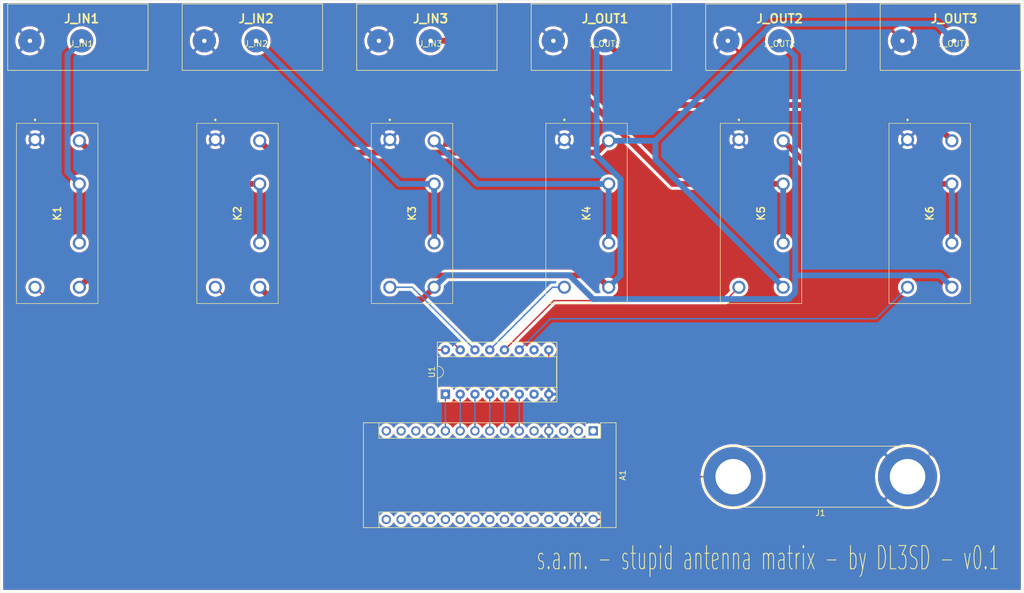
<source format=kicad_pcb>
(kicad_pcb (version 20171130) (host pcbnew 5.1.8+dfsg1-1+b1)

  (general
    (thickness 1.6)
    (drawings 5)
    (tracks 81)
    (zones 0)
    (modules 15)
    (nets 24)
  )

  (page A4)
  (layers
    (0 F.Cu signal)
    (31 B.Cu signal)
    (32 B.Adhes user)
    (33 F.Adhes user)
    (34 B.Paste user)
    (35 F.Paste user)
    (36 B.SilkS user)
    (37 F.SilkS user)
    (38 B.Mask user)
    (39 F.Mask user)
    (40 Dwgs.User user)
    (41 Cmts.User user)
    (42 Eco1.User user)
    (43 Eco2.User user)
    (44 Edge.Cuts user)
    (45 Margin user)
    (46 B.CrtYd user)
    (47 F.CrtYd user)
    (48 B.Fab user)
    (49 F.Fab user)
  )

  (setup
    (last_trace_width 0.25)
    (trace_clearance 0.4)
    (zone_clearance 0.508)
    (zone_45_only no)
    (trace_min 0.25)
    (via_size 0.8)
    (via_drill 0.4)
    (via_min_size 0.4)
    (via_min_drill 0.3)
    (uvia_size 0.3)
    (uvia_drill 0.1)
    (uvias_allowed no)
    (uvia_min_size 0.2)
    (uvia_min_drill 0.1)
    (edge_width 0.05)
    (segment_width 0.2)
    (pcb_text_width 0.3)
    (pcb_text_size 1.5 1.5)
    (mod_edge_width 0.12)
    (mod_text_size 1 1)
    (mod_text_width 0.15)
    (pad_size 1.524 1.524)
    (pad_drill 0.762)
    (pad_to_mask_clearance 0)
    (aux_axis_origin 0 0)
    (visible_elements FFFFFF7F)
    (pcbplotparams
      (layerselection 0x010fc_ffffffff)
      (usegerberextensions false)
      (usegerberattributes false)
      (usegerberadvancedattributes true)
      (creategerberjobfile true)
      (excludeedgelayer true)
      (linewidth 0.100000)
      (plotframeref false)
      (viasonmask false)
      (mode 1)
      (useauxorigin false)
      (hpglpennumber 1)
      (hpglpenspeed 20)
      (hpglpendiameter 15.000000)
      (psnegative false)
      (psa4output false)
      (plotreference true)
      (plotvalue true)
      (plotinvisibletext false)
      (padsonsilk false)
      (subtractmaskfromsilk false)
      (outputformat 1)
      (mirror false)
      (drillshape 0)
      (scaleselection 1)
      (outputdirectory ""))
  )

  (net 0 "")
  (net 1 GND)
  (net 2 "Net-(A1-Pad11)")
  (net 3 "Net-(A1-Pad10)")
  (net 4 "Net-(A1-Pad9)")
  (net 5 "Net-(A1-Pad8)")
  (net 6 "Net-(K1-Pad4)")
  (net 7 "Net-(K2-Pad4)")
  (net 8 "Net-(K3-Pad4)")
  (net 9 "Net-(K4-Pad4)")
  (net 10 "Net-(K5-Pad4)")
  (net 11 "Net-(K6-Pad4)")
  (net 12 "Net-(A1-Pad7)")
  (net 13 "Net-(A1-Pad6)")
  (net 14 "Net-(J_IN1-Pad1)")
  (net 15 "Net-(J_IN2-Pad1)")
  (net 16 "Net-(J_IN3-Pad1)")
  (net 17 "Net-(J_OUT1-Pad1)")
  (net 18 "Net-(J_OUT2-Pad1)")
  (net 19 "Net-(J_OUT3-Pad1)")
  (net 20 "Net-(K1-Pad8)")
  (net 21 "Net-(K3-Pad8)")
  (net 22 "Net-(K5-Pad8)")
  (net 23 VCC)

  (net_class Default "This is the default net class."
    (clearance 0.4)
    (trace_width 0.25)
    (via_dia 0.8)
    (via_drill 0.4)
    (uvia_dia 0.3)
    (uvia_drill 0.1)
    (diff_pair_width 0.25)
    (diff_pair_gap 0.25)
    (add_net VCC)
  )

  (net_class logic_signal ""
    (clearance 0.4)
    (trace_width 0.25)
    (via_dia 0.8)
    (via_drill 0.4)
    (uvia_dia 0.3)
    (uvia_drill 0.1)
    (diff_pair_width 0.25)
    (diff_pair_gap 0.25)
    (add_net "Net-(A1-Pad10)")
    (add_net "Net-(A1-Pad11)")
    (add_net "Net-(A1-Pad6)")
    (add_net "Net-(A1-Pad7)")
    (add_net "Net-(A1-Pad8)")
    (add_net "Net-(A1-Pad9)")
  )

  (net_class power ""
    (clearance 0.4)
    (trace_width 0.25)
    (via_dia 0.8)
    (via_drill 0.4)
    (uvia_dia 0.3)
    (uvia_drill 0.1)
    (diff_pair_width 0.25)
    (diff_pair_gap 0.25)
    (add_net "Net-(K1-Pad4)")
    (add_net "Net-(K2-Pad4)")
    (add_net "Net-(K3-Pad4)")
    (add_net "Net-(K4-Pad4)")
    (add_net "Net-(K5-Pad4)")
    (add_net "Net-(K6-Pad4)")
  )

  (net_class rf_signal ""
    (clearance 0.4)
    (trace_width 1)
    (via_dia 0.8)
    (via_drill 0.4)
    (uvia_dia 0.3)
    (uvia_drill 0.1)
    (diff_pair_width 0.25)
    (diff_pair_gap 0.25)
    (add_net GND)
    (add_net "Net-(J_IN1-Pad1)")
    (add_net "Net-(J_IN2-Pad1)")
    (add_net "Net-(J_IN3-Pad1)")
    (add_net "Net-(J_OUT1-Pad1)")
    (add_net "Net-(J_OUT2-Pad1)")
    (add_net "Net-(J_OUT3-Pad1)")
    (add_net "Net-(K1-Pad8)")
    (add_net "Net-(K3-Pad8)")
    (add_net "Net-(K5-Pad8)")
  )

  (module first_try:my_pl_socket (layer F.Cu) (tedit 5FE20023) (tstamp 5FE2960C)
    (at 125 30)
    (path /5FE275D3)
    (fp_text reference J_IN3 (at 0 0.5) (layer F.SilkS)
      (effects (font (size 1 1) (thickness 0.15)))
    )
    (fp_text value Conn_Coaxial (at -7.62 8.89) (layer F.Fab)
      (effects (font (size 1 1) (thickness 0.15)))
    )
    (fp_line (start 11.43 5.08) (end 11.43 -6.35) (layer F.SilkS) (width 0.12))
    (fp_line (start 11.43 -6.35) (end -12.7 -6.35) (layer F.SilkS) (width 0.12))
    (fp_line (start -12.7 -6.35) (end -12.7 5.08) (layer F.SilkS) (width 0.12))
    (fp_line (start -12.7 5.08) (end 11.43 5.08) (layer F.SilkS) (width 0.12))
    (fp_text user %R (at 0 -3.81) (layer F.SilkS)
      (effects (font (size 1.5 1.5) (thickness 0.3)))
    )
    (pad 2 thru_hole circle (at -8.89 0) (size 4 4) (drill 0.762) (layers *.Cu *.Mask)
      (net 1 GND))
    (pad 1 thru_hole circle (at 0 0) (size 4 4) (drill 0.762) (layers *.Cu *.Mask)
      (net 16 "Net-(J_IN3-Pad1)"))
  )

  (module first_try:my_pl_socket (layer F.Cu) (tedit 5FE20023) (tstamp 5FE29617)
    (at 155 30)
    (path /5FE2854C)
    (fp_text reference J_OUT1 (at 0 0.5) (layer F.SilkS)
      (effects (font (size 1 1) (thickness 0.15)))
    )
    (fp_text value Conn_Coaxial (at -7.62 8.89) (layer F.Fab)
      (effects (font (size 1 1) (thickness 0.15)))
    )
    (fp_line (start 11.43 5.08) (end 11.43 -6.35) (layer F.SilkS) (width 0.12))
    (fp_line (start 11.43 -6.35) (end -12.7 -6.35) (layer F.SilkS) (width 0.12))
    (fp_line (start -12.7 -6.35) (end -12.7 5.08) (layer F.SilkS) (width 0.12))
    (fp_line (start -12.7 5.08) (end 11.43 5.08) (layer F.SilkS) (width 0.12))
    (fp_text user %R (at 0 -3.81) (layer F.SilkS)
      (effects (font (size 1.5 1.5) (thickness 0.3)))
    )
    (pad 2 thru_hole circle (at -8.89 0) (size 4 4) (drill 0.762) (layers *.Cu *.Mask)
      (net 1 GND))
    (pad 1 thru_hole circle (at 0 0) (size 4 4) (drill 0.762) (layers *.Cu *.Mask)
      (net 17 "Net-(J_OUT1-Pad1)"))
  )

  (module first_try:ST1DC12VF (layer F.Cu) (tedit 0) (tstamp 5FE18072)
    (at 118 47 270)
    (descr ST1-DC12V-F-1)
    (tags "Relay or Contactor")
    (path /5FE3BA1F)
    (fp_text reference K3 (at 12.7 -3.81 90) (layer F.SilkS)
      (effects (font (size 1.27 1.27) (thickness 0.254)))
    )
    (fp_text value ST1-DC12V-F (at 12.7 -3.81 90) (layer F.SilkS) hide
      (effects (font (size 1.27 1.27) (thickness 0.254)))
    )
    (fp_line (start -2.8 3.19) (end 28.2 3.19) (layer F.Fab) (width 0.2))
    (fp_line (start 28.2 3.19) (end 28.2 -10.81) (layer F.Fab) (width 0.2))
    (fp_line (start 28.2 -10.81) (end -2.8 -10.81) (layer F.Fab) (width 0.2))
    (fp_line (start -2.8 -10.81) (end -2.8 3.19) (layer F.Fab) (width 0.2))
    (fp_line (start -2.8 3.19) (end 28.2 3.19) (layer F.SilkS) (width 0.1))
    (fp_line (start 28.2 3.19) (end 28.2 -10.81) (layer F.SilkS) (width 0.1))
    (fp_line (start 28.2 -10.81) (end -2.8 -10.81) (layer F.SilkS) (width 0.1))
    (fp_line (start -2.8 -10.81) (end -2.8 3.19) (layer F.SilkS) (width 0.1))
    (fp_line (start -3.8 4.19) (end 29.2 4.19) (layer F.CrtYd) (width 0.1))
    (fp_line (start 29.2 4.19) (end 29.2 -11.81) (layer F.CrtYd) (width 0.1))
    (fp_line (start 29.2 -11.81) (end -3.8 -11.81) (layer F.CrtYd) (width 0.1))
    (fp_line (start -3.8 -11.81) (end -3.8 4.19) (layer F.CrtYd) (width 0.1))
    (fp_line (start -3.3 0) (end -3.3 0) (layer F.SilkS) (width 0.2))
    (fp_line (start -3.5 0) (end -3.5 0) (layer F.SilkS) (width 0.2))
    (fp_text user %R (at 12.7 -3.81 90) (layer F.Fab)
      (effects (font (size 1.27 1.27) (thickness 0.254)))
    )
    (fp_arc (start -3.4 0) (end -3.3 0) (angle -180) (layer F.SilkS) (width 0.2))
    (fp_arc (start -3.4 0) (end -3.5 0) (angle -180) (layer F.SilkS) (width 0.2))
    (pad 1 thru_hole circle (at 0 0 270) (size 2.25 2.25) (drill 1.5) (layers *.Cu *.Mask)
      (net 1 GND))
    (pad 4 thru_hole circle (at 25.4 0 270) (size 2.25 2.25) (drill 1.5) (layers *.Cu *.Mask)
      (net 8 "Net-(K3-Pad4)"))
    (pad 5 thru_hole circle (at 25.4 -7.62 270) (size 2.25 2.25) (drill 1.5) (layers *.Cu *.Mask)
      (net 18 "Net-(J_OUT2-Pad1)"))
    (pad 6 thru_hole circle (at 17.78 -7.62 270) (size 2.25 2.25) (drill 1.5) (layers *.Cu *.Mask)
      (net 15 "Net-(J_IN2-Pad1)"))
    (pad 7 thru_hole circle (at 7.62 -7.62 270) (size 2.25 2.25) (drill 1.5) (layers *.Cu *.Mask)
      (net 15 "Net-(J_IN2-Pad1)"))
    (pad 8 thru_hole circle (at 0.2 -7.62 270) (size 2.25 2.25) (drill 1.5) (layers *.Cu *.Mask)
      (net 21 "Net-(K3-Pad8)"))
    (model ST1-DC12V-F.stp
      (at (xyz 0 0 0))
      (scale (xyz 1 1 1))
      (rotate (xyz 0 0 0))
    )
  )

  (module Connector:Banana_Jack_2Pin (layer F.Cu) (tedit 5A1AB217) (tstamp 5FE2C11D)
    (at 207 105 180)
    (descr "Dual banana socket, footprint - 2 x 6mm drills")
    (tags "banana socket")
    (path /5FE54422)
    (fp_text reference J1 (at 14.985 -6.24) (layer F.SilkS)
      (effects (font (size 1 1) (thickness 0.15)))
    )
    (fp_text value Conn_01x02_Male (at 14.985 6.29) (layer F.Fab)
      (effects (font (size 1 1) (thickness 0.15)))
    )
    (fp_line (start 30 -5.5) (end 0 -5.5) (layer F.CrtYd) (width 0.05))
    (fp_line (start 0 5.5) (end 30 5.5) (layer F.CrtYd) (width 0.05))
    (fp_line (start 0 5.25) (end 30 5.25) (layer F.SilkS) (width 0.12))
    (fp_line (start 30 -5.25) (end 0 -5.25) (layer F.SilkS) (width 0.12))
    (fp_circle (center 30 0) (end 32 0) (layer F.Fab) (width 0.1))
    (fp_circle (center 0 0) (end 2 0) (layer F.Fab) (width 0.1))
    (fp_circle (center 0 0) (end 4.75 0) (layer F.Fab) (width 0.1))
    (fp_circle (center 30 0) (end 34.75 0) (layer F.Fab) (width 0.1))
    (fp_arc (start 0 0) (end 0 5.25) (angle 180) (layer F.SilkS) (width 0.12))
    (fp_arc (start 30 0) (end 30 -5.25) (angle 180) (layer F.SilkS) (width 0.12))
    (fp_arc (start 30 0) (end 30 -5.5) (angle 180) (layer F.CrtYd) (width 0.05))
    (fp_arc (start 0 0) (end 0 5.5) (angle 180) (layer F.CrtYd) (width 0.05))
    (fp_text user %R (at 13 3) (layer F.Fab)
      (effects (font (size 1 1) (thickness 0.15)))
    )
    (pad 2 thru_hole circle (at 29.97 0 180) (size 10.16 10.16) (drill 6.1) (layers *.Cu *.Mask)
      (net 23 VCC))
    (pad 1 thru_hole circle (at 0 0 180) (size 10.16 10.16) (drill 6.1) (layers *.Cu *.Mask)
      (net 1 GND))
    (model ${KISYS3DMOD}/Connector.3dshapes/Banana_Jack_2Pin.wrl
      (offset (xyz 14.98599977493286 0 0))
      (scale (xyz 2 2 2))
      (rotate (xyz 0 0 0))
    )
  )

  (module first_try:ST1DC12VF (layer F.Cu) (tedit 0) (tstamp 5FE1808D)
    (at 148 47 270)
    (descr ST1-DC12V-F-1)
    (tags "Relay or Contactor")
    (path /5FE4896A)
    (fp_text reference K4 (at 12.7 -3.81 90) (layer F.SilkS)
      (effects (font (size 1.27 1.27) (thickness 0.254)))
    )
    (fp_text value ST1-DC12V-F (at 12.7 -3.81 90) (layer F.SilkS) hide
      (effects (font (size 1.27 1.27) (thickness 0.254)))
    )
    (fp_line (start -2.8 3.19) (end 28.2 3.19) (layer F.Fab) (width 0.2))
    (fp_line (start 28.2 3.19) (end 28.2 -10.81) (layer F.Fab) (width 0.2))
    (fp_line (start 28.2 -10.81) (end -2.8 -10.81) (layer F.Fab) (width 0.2))
    (fp_line (start -2.8 -10.81) (end -2.8 3.19) (layer F.Fab) (width 0.2))
    (fp_line (start -2.8 3.19) (end 28.2 3.19) (layer F.SilkS) (width 0.1))
    (fp_line (start 28.2 3.19) (end 28.2 -10.81) (layer F.SilkS) (width 0.1))
    (fp_line (start 28.2 -10.81) (end -2.8 -10.81) (layer F.SilkS) (width 0.1))
    (fp_line (start -2.8 -10.81) (end -2.8 3.19) (layer F.SilkS) (width 0.1))
    (fp_line (start -3.8 4.19) (end 29.2 4.19) (layer F.CrtYd) (width 0.1))
    (fp_line (start 29.2 4.19) (end 29.2 -11.81) (layer F.CrtYd) (width 0.1))
    (fp_line (start 29.2 -11.81) (end -3.8 -11.81) (layer F.CrtYd) (width 0.1))
    (fp_line (start -3.8 -11.81) (end -3.8 4.19) (layer F.CrtYd) (width 0.1))
    (fp_line (start -3.3 0) (end -3.3 0) (layer F.SilkS) (width 0.2))
    (fp_line (start -3.5 0) (end -3.5 0) (layer F.SilkS) (width 0.2))
    (fp_text user %R (at 12.7 -3.81 90) (layer F.Fab)
      (effects (font (size 1.27 1.27) (thickness 0.254)))
    )
    (fp_arc (start -3.4 0) (end -3.3 0) (angle -180) (layer F.SilkS) (width 0.2))
    (fp_arc (start -3.4 0) (end -3.5 0) (angle -180) (layer F.SilkS) (width 0.2))
    (pad 1 thru_hole circle (at 0 0 270) (size 2.25 2.25) (drill 1.5) (layers *.Cu *.Mask)
      (net 1 GND))
    (pad 4 thru_hole circle (at 25.4 0 270) (size 2.25 2.25) (drill 1.5) (layers *.Cu *.Mask)
      (net 9 "Net-(K4-Pad4)"))
    (pad 5 thru_hole circle (at 25.4 -7.62 270) (size 2.25 2.25) (drill 1.5) (layers *.Cu *.Mask)
      (net 17 "Net-(J_OUT1-Pad1)"))
    (pad 6 thru_hole circle (at 17.78 -7.62 270) (size 2.25 2.25) (drill 1.5) (layers *.Cu *.Mask)
      (net 21 "Net-(K3-Pad8)"))
    (pad 7 thru_hole circle (at 7.62 -7.62 270) (size 2.25 2.25) (drill 1.5) (layers *.Cu *.Mask)
      (net 21 "Net-(K3-Pad8)"))
    (pad 8 thru_hole circle (at 0.2 -7.62 270) (size 2.25 2.25) (drill 1.5) (layers *.Cu *.Mask)
      (net 19 "Net-(J_OUT3-Pad1)"))
    (model ST1-DC12V-F.stp
      (at (xyz 0 0 0))
      (scale (xyz 1 1 1))
      (rotate (xyz 0 0 0))
    )
  )

  (module first_try:ST1DC12VF (layer F.Cu) (tedit 0) (tstamp 5FE180C3)
    (at 207 47 270)
    (descr ST1-DC12V-F-1)
    (tags "Relay or Contactor")
    (path /5FE48982)
    (fp_text reference K6 (at 12.7 -3.81 90) (layer F.SilkS)
      (effects (font (size 1.27 1.27) (thickness 0.254)))
    )
    (fp_text value ST1-DC12V-F (at 12.7 -3.81 90) (layer F.SilkS) hide
      (effects (font (size 1.27 1.27) (thickness 0.254)))
    )
    (fp_line (start -2.8 3.19) (end 28.2 3.19) (layer F.Fab) (width 0.2))
    (fp_line (start 28.2 3.19) (end 28.2 -10.81) (layer F.Fab) (width 0.2))
    (fp_line (start 28.2 -10.81) (end -2.8 -10.81) (layer F.Fab) (width 0.2))
    (fp_line (start -2.8 -10.81) (end -2.8 3.19) (layer F.Fab) (width 0.2))
    (fp_line (start -2.8 3.19) (end 28.2 3.19) (layer F.SilkS) (width 0.1))
    (fp_line (start 28.2 3.19) (end 28.2 -10.81) (layer F.SilkS) (width 0.1))
    (fp_line (start 28.2 -10.81) (end -2.8 -10.81) (layer F.SilkS) (width 0.1))
    (fp_line (start -2.8 -10.81) (end -2.8 3.19) (layer F.SilkS) (width 0.1))
    (fp_line (start -3.8 4.19) (end 29.2 4.19) (layer F.CrtYd) (width 0.1))
    (fp_line (start 29.2 4.19) (end 29.2 -11.81) (layer F.CrtYd) (width 0.1))
    (fp_line (start 29.2 -11.81) (end -3.8 -11.81) (layer F.CrtYd) (width 0.1))
    (fp_line (start -3.8 -11.81) (end -3.8 4.19) (layer F.CrtYd) (width 0.1))
    (fp_line (start -3.3 0) (end -3.3 0) (layer F.SilkS) (width 0.2))
    (fp_line (start -3.5 0) (end -3.5 0) (layer F.SilkS) (width 0.2))
    (fp_text user %R (at 12.7 -3.81 90) (layer F.Fab)
      (effects (font (size 1.27 1.27) (thickness 0.254)))
    )
    (fp_arc (start -3.4 0) (end -3.3 0) (angle -180) (layer F.SilkS) (width 0.2))
    (fp_arc (start -3.4 0) (end -3.5 0) (angle -180) (layer F.SilkS) (width 0.2))
    (pad 1 thru_hole circle (at 0 0 270) (size 2.25 2.25) (drill 1.5) (layers *.Cu *.Mask)
      (net 1 GND))
    (pad 4 thru_hole circle (at 25.4 0 270) (size 2.25 2.25) (drill 1.5) (layers *.Cu *.Mask)
      (net 11 "Net-(K6-Pad4)"))
    (pad 5 thru_hole circle (at 25.4 -7.62 270) (size 2.25 2.25) (drill 1.5) (layers *.Cu *.Mask)
      (net 18 "Net-(J_OUT2-Pad1)"))
    (pad 6 thru_hole circle (at 17.78 -7.62 270) (size 2.25 2.25) (drill 1.5) (layers *.Cu *.Mask)
      (net 22 "Net-(K5-Pad8)"))
    (pad 7 thru_hole circle (at 7.62 -7.62 270) (size 2.25 2.25) (drill 1.5) (layers *.Cu *.Mask)
      (net 22 "Net-(K5-Pad8)"))
    (pad 8 thru_hole circle (at 0.2 -7.62 270) (size 2.25 2.25) (drill 1.5) (layers *.Cu *.Mask)
      (net 17 "Net-(J_OUT1-Pad1)"))
    (model ST1-DC12V-F.stp
      (at (xyz 0 0 0))
      (scale (xyz 1 1 1))
      (rotate (xyz 0 0 0))
    )
  )

  (module first_try:my_pl_socket (layer F.Cu) (tedit 5FE20023) (tstamp 5FE29601)
    (at 95 30)
    (path /5FE26913)
    (fp_text reference J_IN2 (at 0 0.5) (layer F.SilkS)
      (effects (font (size 1 1) (thickness 0.15)))
    )
    (fp_text value Conn_Coaxial (at -7.62 8.89) (layer F.Fab)
      (effects (font (size 1 1) (thickness 0.15)))
    )
    (fp_line (start 11.43 5.08) (end 11.43 -6.35) (layer F.SilkS) (width 0.12))
    (fp_line (start 11.43 -6.35) (end -12.7 -6.35) (layer F.SilkS) (width 0.12))
    (fp_line (start -12.7 -6.35) (end -12.7 5.08) (layer F.SilkS) (width 0.12))
    (fp_line (start -12.7 5.08) (end 11.43 5.08) (layer F.SilkS) (width 0.12))
    (fp_text user %R (at 0 -3.81) (layer F.SilkS)
      (effects (font (size 1.5 1.5) (thickness 0.3)))
    )
    (pad 2 thru_hole circle (at -8.89 0) (size 4 4) (drill 0.762) (layers *.Cu *.Mask)
      (net 1 GND))
    (pad 1 thru_hole circle (at 0 0) (size 4 4) (drill 0.762) (layers *.Cu *.Mask)
      (net 15 "Net-(J_IN2-Pad1)"))
  )

  (module Package_DIP:DIP-16_W7.62mm_Socket (layer F.Cu) (tedit 5A02E8C5) (tstamp 5FE180FA)
    (at 127.55 90.8 90)
    (descr "16-lead though-hole mounted DIP package, row spacing 7.62 mm (300 mils), Socket")
    (tags "THT DIP DIL PDIP 2.54mm 7.62mm 300mil Socket")
    (path /5FE137F4)
    (fp_text reference U1 (at 3.81 -2.33 90) (layer F.SilkS)
      (effects (font (size 1 1) (thickness 0.15)))
    )
    (fp_text value ULN2003A (at 3.81 20.11 90) (layer F.Fab)
      (effects (font (size 1 1) (thickness 0.15)))
    )
    (fp_line (start 1.635 -1.27) (end 6.985 -1.27) (layer F.Fab) (width 0.1))
    (fp_line (start 6.985 -1.27) (end 6.985 19.05) (layer F.Fab) (width 0.1))
    (fp_line (start 6.985 19.05) (end 0.635 19.05) (layer F.Fab) (width 0.1))
    (fp_line (start 0.635 19.05) (end 0.635 -0.27) (layer F.Fab) (width 0.1))
    (fp_line (start 0.635 -0.27) (end 1.635 -1.27) (layer F.Fab) (width 0.1))
    (fp_line (start -1.27 -1.33) (end -1.27 19.11) (layer F.Fab) (width 0.1))
    (fp_line (start -1.27 19.11) (end 8.89 19.11) (layer F.Fab) (width 0.1))
    (fp_line (start 8.89 19.11) (end 8.89 -1.33) (layer F.Fab) (width 0.1))
    (fp_line (start 8.89 -1.33) (end -1.27 -1.33) (layer F.Fab) (width 0.1))
    (fp_line (start 2.81 -1.33) (end 1.16 -1.33) (layer F.SilkS) (width 0.12))
    (fp_line (start 1.16 -1.33) (end 1.16 19.11) (layer F.SilkS) (width 0.12))
    (fp_line (start 1.16 19.11) (end 6.46 19.11) (layer F.SilkS) (width 0.12))
    (fp_line (start 6.46 19.11) (end 6.46 -1.33) (layer F.SilkS) (width 0.12))
    (fp_line (start 6.46 -1.33) (end 4.81 -1.33) (layer F.SilkS) (width 0.12))
    (fp_line (start -1.33 -1.39) (end -1.33 19.17) (layer F.SilkS) (width 0.12))
    (fp_line (start -1.33 19.17) (end 8.95 19.17) (layer F.SilkS) (width 0.12))
    (fp_line (start 8.95 19.17) (end 8.95 -1.39) (layer F.SilkS) (width 0.12))
    (fp_line (start 8.95 -1.39) (end -1.33 -1.39) (layer F.SilkS) (width 0.12))
    (fp_line (start -1.55 -1.6) (end -1.55 19.4) (layer F.CrtYd) (width 0.05))
    (fp_line (start -1.55 19.4) (end 9.15 19.4) (layer F.CrtYd) (width 0.05))
    (fp_line (start 9.15 19.4) (end 9.15 -1.6) (layer F.CrtYd) (width 0.05))
    (fp_line (start 9.15 -1.6) (end -1.55 -1.6) (layer F.CrtYd) (width 0.05))
    (fp_text user %R (at 3.81 8.89 90) (layer F.Fab)
      (effects (font (size 1 1) (thickness 0.15)))
    )
    (fp_arc (start 3.81 -1.33) (end 2.81 -1.33) (angle -180) (layer F.SilkS) (width 0.12))
    (pad 16 thru_hole oval (at 7.62 0 90) (size 1.6 1.6) (drill 0.8) (layers *.Cu *.Mask)
      (net 6 "Net-(K1-Pad4)"))
    (pad 8 thru_hole oval (at 0 17.78 90) (size 1.6 1.6) (drill 0.8) (layers *.Cu *.Mask)
      (net 1 GND))
    (pad 15 thru_hole oval (at 7.62 2.54 90) (size 1.6 1.6) (drill 0.8) (layers *.Cu *.Mask)
      (net 7 "Net-(K2-Pad4)"))
    (pad 7 thru_hole oval (at 0 15.24 90) (size 1.6 1.6) (drill 0.8) (layers *.Cu *.Mask))
    (pad 14 thru_hole oval (at 7.62 5.08 90) (size 1.6 1.6) (drill 0.8) (layers *.Cu *.Mask)
      (net 8 "Net-(K3-Pad4)"))
    (pad 6 thru_hole oval (at 0 12.7 90) (size 1.6 1.6) (drill 0.8) (layers *.Cu *.Mask)
      (net 13 "Net-(A1-Pad6)"))
    (pad 13 thru_hole oval (at 7.62 7.62 90) (size 1.6 1.6) (drill 0.8) (layers *.Cu *.Mask)
      (net 9 "Net-(K4-Pad4)"))
    (pad 5 thru_hole oval (at 0 10.16 90) (size 1.6 1.6) (drill 0.8) (layers *.Cu *.Mask)
      (net 12 "Net-(A1-Pad7)"))
    (pad 12 thru_hole oval (at 7.62 10.16 90) (size 1.6 1.6) (drill 0.8) (layers *.Cu *.Mask)
      (net 10 "Net-(K5-Pad4)"))
    (pad 4 thru_hole oval (at 0 7.62 90) (size 1.6 1.6) (drill 0.8) (layers *.Cu *.Mask)
      (net 5 "Net-(A1-Pad8)"))
    (pad 11 thru_hole oval (at 7.62 12.7 90) (size 1.6 1.6) (drill 0.8) (layers *.Cu *.Mask)
      (net 11 "Net-(K6-Pad4)"))
    (pad 3 thru_hole oval (at 0 5.08 90) (size 1.6 1.6) (drill 0.8) (layers *.Cu *.Mask)
      (net 4 "Net-(A1-Pad9)"))
    (pad 10 thru_hole oval (at 7.62 15.24 90) (size 1.6 1.6) (drill 0.8) (layers *.Cu *.Mask))
    (pad 2 thru_hole oval (at 0 2.54 90) (size 1.6 1.6) (drill 0.8) (layers *.Cu *.Mask)
      (net 3 "Net-(A1-Pad10)"))
    (pad 9 thru_hole oval (at 7.62 17.78 90) (size 1.6 1.6) (drill 0.8) (layers *.Cu *.Mask)
      (net 23 VCC))
    (pad 1 thru_hole rect (at 0 0 90) (size 1.6 1.6) (drill 0.8) (layers *.Cu *.Mask)
      (net 2 "Net-(A1-Pad11)"))
    (model ${KISYS3DMOD}/Package_DIP.3dshapes/DIP-16_W7.62mm_Socket.wrl
      (at (xyz 0 0 0))
      (scale (xyz 1 1 1))
      (rotate (xyz 0 0 0))
    )
  )

  (module first_try:ST1DC12VF (layer F.Cu) (tedit 0) (tstamp 5FE1803C)
    (at 57 47 270)
    (descr ST1-DC12V-F-1)
    (tags "Relay or Contactor")
    (path /5FE2468F)
    (fp_text reference K1 (at 12.7 -3.81 90) (layer F.SilkS)
      (effects (font (size 1.27 1.27) (thickness 0.254)))
    )
    (fp_text value ST1-DC12V-F (at 12.7 -3.81 90) (layer F.SilkS) hide
      (effects (font (size 1.27 1.27) (thickness 0.254)))
    )
    (fp_line (start -2.8 3.19) (end 28.2 3.19) (layer F.Fab) (width 0.2))
    (fp_line (start 28.2 3.19) (end 28.2 -10.81) (layer F.Fab) (width 0.2))
    (fp_line (start 28.2 -10.81) (end -2.8 -10.81) (layer F.Fab) (width 0.2))
    (fp_line (start -2.8 -10.81) (end -2.8 3.19) (layer F.Fab) (width 0.2))
    (fp_line (start -2.8 3.19) (end 28.2 3.19) (layer F.SilkS) (width 0.1))
    (fp_line (start 28.2 3.19) (end 28.2 -10.81) (layer F.SilkS) (width 0.1))
    (fp_line (start 28.2 -10.81) (end -2.8 -10.81) (layer F.SilkS) (width 0.1))
    (fp_line (start -2.8 -10.81) (end -2.8 3.19) (layer F.SilkS) (width 0.1))
    (fp_line (start -3.8 4.19) (end 29.2 4.19) (layer F.CrtYd) (width 0.1))
    (fp_line (start 29.2 4.19) (end 29.2 -11.81) (layer F.CrtYd) (width 0.1))
    (fp_line (start 29.2 -11.81) (end -3.8 -11.81) (layer F.CrtYd) (width 0.1))
    (fp_line (start -3.8 -11.81) (end -3.8 4.19) (layer F.CrtYd) (width 0.1))
    (fp_line (start -3.3 0) (end -3.3 0) (layer F.SilkS) (width 0.2))
    (fp_line (start -3.5 0) (end -3.5 0) (layer F.SilkS) (width 0.2))
    (fp_text user %R (at 12.7 -3.81 90) (layer F.Fab)
      (effects (font (size 1.27 1.27) (thickness 0.254)))
    )
    (fp_arc (start -3.4 0) (end -3.3 0) (angle -180) (layer F.SilkS) (width 0.2))
    (fp_arc (start -3.4 0) (end -3.5 0) (angle -180) (layer F.SilkS) (width 0.2))
    (pad 1 thru_hole circle (at 0 0 270) (size 2.25 2.25) (drill 1.5) (layers *.Cu *.Mask)
      (net 1 GND))
    (pad 4 thru_hole circle (at 25.4 0 270) (size 2.25 2.25) (drill 1.5) (layers *.Cu *.Mask)
      (net 6 "Net-(K1-Pad4)"))
    (pad 5 thru_hole circle (at 25.4 -7.62 270) (size 2.25 2.25) (drill 1.5) (layers *.Cu *.Mask)
      (net 17 "Net-(J_OUT1-Pad1)"))
    (pad 6 thru_hole circle (at 17.78 -7.62 270) (size 2.25 2.25) (drill 1.5) (layers *.Cu *.Mask)
      (net 14 "Net-(J_IN1-Pad1)"))
    (pad 7 thru_hole circle (at 7.62 -7.62 270) (size 2.25 2.25) (drill 1.5) (layers *.Cu *.Mask)
      (net 14 "Net-(J_IN1-Pad1)"))
    (pad 8 thru_hole circle (at 0.2 -7.62 270) (size 2.25 2.25) (drill 1.5) (layers *.Cu *.Mask)
      (net 20 "Net-(K1-Pad8)"))
    (model ST1-DC12V-F.stp
      (at (xyz 0 0 0))
      (scale (xyz 1 1 1))
      (rotate (xyz 0 0 0))
    )
  )

  (module first_try:my_pl_socket (layer F.Cu) (tedit 5FE20023) (tstamp 5FE2962D)
    (at 215 30)
    (path /5FE2A099)
    (fp_text reference J_OUT3 (at 0 0.5) (layer F.SilkS)
      (effects (font (size 1 1) (thickness 0.15)))
    )
    (fp_text value Conn_Coaxial (at -7.62 8.89) (layer F.Fab)
      (effects (font (size 1 1) (thickness 0.15)))
    )
    (fp_line (start 11.43 5.08) (end 11.43 -6.35) (layer F.SilkS) (width 0.12))
    (fp_line (start 11.43 -6.35) (end -12.7 -6.35) (layer F.SilkS) (width 0.12))
    (fp_line (start -12.7 -6.35) (end -12.7 5.08) (layer F.SilkS) (width 0.12))
    (fp_line (start -12.7 5.08) (end 11.43 5.08) (layer F.SilkS) (width 0.12))
    (fp_text user %R (at 0 -3.81) (layer F.SilkS)
      (effects (font (size 1.5 1.5) (thickness 0.3)))
    )
    (pad 2 thru_hole circle (at -8.89 0) (size 4 4) (drill 0.762) (layers *.Cu *.Mask)
      (net 1 GND))
    (pad 1 thru_hole circle (at 0 0) (size 4 4) (drill 0.762) (layers *.Cu *.Mask)
      (net 19 "Net-(J_OUT3-Pad1)"))
  )

  (module first_try:my_pl_socket (layer F.Cu) (tedit 5FE20023) (tstamp 5FE29622)
    (at 185 30)
    (path /5FE2939A)
    (fp_text reference J_OUT2 (at 0 0.5) (layer F.SilkS)
      (effects (font (size 1 1) (thickness 0.15)))
    )
    (fp_text value Conn_Coaxial (at -7.62 8.89) (layer F.Fab)
      (effects (font (size 1 1) (thickness 0.15)))
    )
    (fp_line (start 11.43 5.08) (end 11.43 -6.35) (layer F.SilkS) (width 0.12))
    (fp_line (start 11.43 -6.35) (end -12.7 -6.35) (layer F.SilkS) (width 0.12))
    (fp_line (start -12.7 -6.35) (end -12.7 5.08) (layer F.SilkS) (width 0.12))
    (fp_line (start -12.7 5.08) (end 11.43 5.08) (layer F.SilkS) (width 0.12))
    (fp_text user %R (at 0 -3.81) (layer F.SilkS)
      (effects (font (size 1.5 1.5) (thickness 0.3)))
    )
    (pad 2 thru_hole circle (at -8.89 0) (size 4 4) (drill 0.762) (layers *.Cu *.Mask)
      (net 1 GND))
    (pad 1 thru_hole circle (at 0 0) (size 4 4) (drill 0.762) (layers *.Cu *.Mask)
      (net 18 "Net-(J_OUT2-Pad1)"))
  )

  (module first_try:my_pl_socket (layer F.Cu) (tedit 5FE20023) (tstamp 5FE295F6)
    (at 65 30)
    (path /5FE965E9)
    (fp_text reference J_IN1 (at 0 0.5) (layer F.SilkS)
      (effects (font (size 1 1) (thickness 0.15)))
    )
    (fp_text value Conn_Coaxial (at -7.62 8.89) (layer F.Fab)
      (effects (font (size 1 1) (thickness 0.15)))
    )
    (fp_line (start 11.43 5.08) (end 11.43 -6.35) (layer F.SilkS) (width 0.12))
    (fp_line (start 11.43 -6.35) (end -12.7 -6.35) (layer F.SilkS) (width 0.12))
    (fp_line (start -12.7 -6.35) (end -12.7 5.08) (layer F.SilkS) (width 0.12))
    (fp_line (start -12.7 5.08) (end 11.43 5.08) (layer F.SilkS) (width 0.12))
    (fp_text user %R (at 0 -3.81) (layer F.SilkS)
      (effects (font (size 1.5 1.5) (thickness 0.3)))
    )
    (pad 2 thru_hole circle (at -8.89 0) (size 4 4) (drill 0.762) (layers *.Cu *.Mask)
      (net 1 GND))
    (pad 1 thru_hole circle (at 0 0) (size 4 4) (drill 0.762) (layers *.Cu *.Mask)
      (net 14 "Net-(J_IN1-Pad1)"))
  )

  (module first_try:ST1DC12VF (layer F.Cu) (tedit 0) (tstamp 5FE180A8)
    (at 178 47 270)
    (descr ST1-DC12V-F-1)
    (tags "Relay or Contactor")
    (path /5FE48976)
    (fp_text reference K5 (at 12.7 -3.81 90) (layer F.SilkS)
      (effects (font (size 1.27 1.27) (thickness 0.254)))
    )
    (fp_text value ST1-DC12V-F (at 12.7 -3.81 90) (layer F.SilkS) hide
      (effects (font (size 1.27 1.27) (thickness 0.254)))
    )
    (fp_line (start -2.8 3.19) (end 28.2 3.19) (layer F.Fab) (width 0.2))
    (fp_line (start 28.2 3.19) (end 28.2 -10.81) (layer F.Fab) (width 0.2))
    (fp_line (start 28.2 -10.81) (end -2.8 -10.81) (layer F.Fab) (width 0.2))
    (fp_line (start -2.8 -10.81) (end -2.8 3.19) (layer F.Fab) (width 0.2))
    (fp_line (start -2.8 3.19) (end 28.2 3.19) (layer F.SilkS) (width 0.1))
    (fp_line (start 28.2 3.19) (end 28.2 -10.81) (layer F.SilkS) (width 0.1))
    (fp_line (start 28.2 -10.81) (end -2.8 -10.81) (layer F.SilkS) (width 0.1))
    (fp_line (start -2.8 -10.81) (end -2.8 3.19) (layer F.SilkS) (width 0.1))
    (fp_line (start -3.8 4.19) (end 29.2 4.19) (layer F.CrtYd) (width 0.1))
    (fp_line (start 29.2 4.19) (end 29.2 -11.81) (layer F.CrtYd) (width 0.1))
    (fp_line (start 29.2 -11.81) (end -3.8 -11.81) (layer F.CrtYd) (width 0.1))
    (fp_line (start -3.8 -11.81) (end -3.8 4.19) (layer F.CrtYd) (width 0.1))
    (fp_line (start -3.3 0) (end -3.3 0) (layer F.SilkS) (width 0.2))
    (fp_line (start -3.5 0) (end -3.5 0) (layer F.SilkS) (width 0.2))
    (fp_text user %R (at 12.7 -3.81 90) (layer F.Fab)
      (effects (font (size 1.27 1.27) (thickness 0.254)))
    )
    (fp_arc (start -3.4 0) (end -3.3 0) (angle -180) (layer F.SilkS) (width 0.2))
    (fp_arc (start -3.4 0) (end -3.5 0) (angle -180) (layer F.SilkS) (width 0.2))
    (pad 1 thru_hole circle (at 0 0 270) (size 2.25 2.25) (drill 1.5) (layers *.Cu *.Mask)
      (net 1 GND))
    (pad 4 thru_hole circle (at 25.4 0 270) (size 2.25 2.25) (drill 1.5) (layers *.Cu *.Mask)
      (net 10 "Net-(K5-Pad4)"))
    (pad 5 thru_hole circle (at 25.4 -7.62 270) (size 2.25 2.25) (drill 1.5) (layers *.Cu *.Mask)
      (net 19 "Net-(J_OUT3-Pad1)"))
    (pad 6 thru_hole circle (at 17.78 -7.62 270) (size 2.25 2.25) (drill 1.5) (layers *.Cu *.Mask)
      (net 16 "Net-(J_IN3-Pad1)"))
    (pad 7 thru_hole circle (at 7.62 -7.62 270) (size 2.25 2.25) (drill 1.5) (layers *.Cu *.Mask)
      (net 16 "Net-(J_IN3-Pad1)"))
    (pad 8 thru_hole circle (at 0.2 -7.62 270) (size 2.25 2.25) (drill 1.5) (layers *.Cu *.Mask)
      (net 22 "Net-(K5-Pad8)"))
    (model ST1-DC12V-F.stp
      (at (xyz 0 0 0))
      (scale (xyz 1 1 1))
      (rotate (xyz 0 0 0))
    )
  )

  (module Module:Arduino_Nano (layer F.Cu) (tedit 58ACAF70) (tstamp 5FE21F0B)
    (at 152.95 97.12 270)
    (descr "Arduino Nano, http://www.mouser.com/pdfdocs/Gravitech_Arduino_Nano3_0.pdf")
    (tags "Arduino Nano")
    (path /5FE23361)
    (fp_text reference A1 (at 7.62 -5.08 90) (layer F.SilkS)
      (effects (font (size 1 1) (thickness 0.15)))
    )
    (fp_text value Arduino_Nano_Every (at 8.89 19.05) (layer F.Fab)
      (effects (font (size 1 1) (thickness 0.15)))
    )
    (fp_line (start 1.27 1.27) (end 1.27 -1.27) (layer F.SilkS) (width 0.12))
    (fp_line (start 1.27 -1.27) (end -1.4 -1.27) (layer F.SilkS) (width 0.12))
    (fp_line (start -1.4 1.27) (end -1.4 39.5) (layer F.SilkS) (width 0.12))
    (fp_line (start -1.4 -3.94) (end -1.4 -1.27) (layer F.SilkS) (width 0.12))
    (fp_line (start 13.97 -1.27) (end 16.64 -1.27) (layer F.SilkS) (width 0.12))
    (fp_line (start 13.97 -1.27) (end 13.97 36.83) (layer F.SilkS) (width 0.12))
    (fp_line (start 13.97 36.83) (end 16.64 36.83) (layer F.SilkS) (width 0.12))
    (fp_line (start 1.27 1.27) (end -1.4 1.27) (layer F.SilkS) (width 0.12))
    (fp_line (start 1.27 1.27) (end 1.27 36.83) (layer F.SilkS) (width 0.12))
    (fp_line (start 1.27 36.83) (end -1.4 36.83) (layer F.SilkS) (width 0.12))
    (fp_line (start 3.81 31.75) (end 11.43 31.75) (layer F.Fab) (width 0.1))
    (fp_line (start 11.43 31.75) (end 11.43 41.91) (layer F.Fab) (width 0.1))
    (fp_line (start 11.43 41.91) (end 3.81 41.91) (layer F.Fab) (width 0.1))
    (fp_line (start 3.81 41.91) (end 3.81 31.75) (layer F.Fab) (width 0.1))
    (fp_line (start -1.4 39.5) (end 16.64 39.5) (layer F.SilkS) (width 0.12))
    (fp_line (start 16.64 39.5) (end 16.64 -3.94) (layer F.SilkS) (width 0.12))
    (fp_line (start 16.64 -3.94) (end -1.4 -3.94) (layer F.SilkS) (width 0.12))
    (fp_line (start 16.51 39.37) (end -1.27 39.37) (layer F.Fab) (width 0.1))
    (fp_line (start -1.27 39.37) (end -1.27 -2.54) (layer F.Fab) (width 0.1))
    (fp_line (start -1.27 -2.54) (end 0 -3.81) (layer F.Fab) (width 0.1))
    (fp_line (start 0 -3.81) (end 16.51 -3.81) (layer F.Fab) (width 0.1))
    (fp_line (start 16.51 -3.81) (end 16.51 39.37) (layer F.Fab) (width 0.1))
    (fp_line (start -1.53 -4.06) (end 16.75 -4.06) (layer F.CrtYd) (width 0.05))
    (fp_line (start -1.53 -4.06) (end -1.53 42.16) (layer F.CrtYd) (width 0.05))
    (fp_line (start 16.75 42.16) (end 16.75 -4.06) (layer F.CrtYd) (width 0.05))
    (fp_line (start 16.75 42.16) (end -1.53 42.16) (layer F.CrtYd) (width 0.05))
    (fp_text user %R (at 6.35 19.05) (layer F.Fab)
      (effects (font (size 1 1) (thickness 0.15)))
    )
    (pad 16 thru_hole oval (at 15.24 35.56 270) (size 1.6 1.6) (drill 1) (layers *.Cu *.Mask))
    (pad 15 thru_hole oval (at 0 35.56 270) (size 1.6 1.6) (drill 1) (layers *.Cu *.Mask))
    (pad 30 thru_hole oval (at 15.24 0 270) (size 1.6 1.6) (drill 1) (layers *.Cu *.Mask)
      (net 23 VCC))
    (pad 14 thru_hole oval (at 0 33.02 270) (size 1.6 1.6) (drill 1) (layers *.Cu *.Mask))
    (pad 29 thru_hole oval (at 15.24 2.54 270) (size 1.6 1.6) (drill 1) (layers *.Cu *.Mask)
      (net 1 GND))
    (pad 13 thru_hole oval (at 0 30.48 270) (size 1.6 1.6) (drill 1) (layers *.Cu *.Mask))
    (pad 28 thru_hole oval (at 15.24 5.08 270) (size 1.6 1.6) (drill 1) (layers *.Cu *.Mask))
    (pad 12 thru_hole oval (at 0 27.94 270) (size 1.6 1.6) (drill 1) (layers *.Cu *.Mask))
    (pad 27 thru_hole oval (at 15.24 7.62 270) (size 1.6 1.6) (drill 1) (layers *.Cu *.Mask))
    (pad 11 thru_hole oval (at 0 25.4 270) (size 1.6 1.6) (drill 1) (layers *.Cu *.Mask)
      (net 2 "Net-(A1-Pad11)"))
    (pad 26 thru_hole oval (at 15.24 10.16 270) (size 1.6 1.6) (drill 1) (layers *.Cu *.Mask))
    (pad 10 thru_hole oval (at 0 22.86 270) (size 1.6 1.6) (drill 1) (layers *.Cu *.Mask)
      (net 3 "Net-(A1-Pad10)"))
    (pad 25 thru_hole oval (at 15.24 12.7 270) (size 1.6 1.6) (drill 1) (layers *.Cu *.Mask))
    (pad 9 thru_hole oval (at 0 20.32 270) (size 1.6 1.6) (drill 1) (layers *.Cu *.Mask)
      (net 4 "Net-(A1-Pad9)"))
    (pad 24 thru_hole oval (at 15.24 15.24 270) (size 1.6 1.6) (drill 1) (layers *.Cu *.Mask))
    (pad 8 thru_hole oval (at 0 17.78 270) (size 1.6 1.6) (drill 1) (layers *.Cu *.Mask)
      (net 5 "Net-(A1-Pad8)"))
    (pad 23 thru_hole oval (at 15.24 17.78 270) (size 1.6 1.6) (drill 1) (layers *.Cu *.Mask))
    (pad 7 thru_hole oval (at 0 15.24 270) (size 1.6 1.6) (drill 1) (layers *.Cu *.Mask)
      (net 12 "Net-(A1-Pad7)"))
    (pad 22 thru_hole oval (at 15.24 20.32 270) (size 1.6 1.6) (drill 1) (layers *.Cu *.Mask))
    (pad 6 thru_hole oval (at 0 12.7 270) (size 1.6 1.6) (drill 1) (layers *.Cu *.Mask)
      (net 13 "Net-(A1-Pad6)"))
    (pad 21 thru_hole oval (at 15.24 22.86 270) (size 1.6 1.6) (drill 1) (layers *.Cu *.Mask))
    (pad 5 thru_hole oval (at 0 10.16 270) (size 1.6 1.6) (drill 1) (layers *.Cu *.Mask))
    (pad 20 thru_hole oval (at 15.24 25.4 270) (size 1.6 1.6) (drill 1) (layers *.Cu *.Mask))
    (pad 4 thru_hole oval (at 0 7.62 270) (size 1.6 1.6) (drill 1) (layers *.Cu *.Mask)
      (net 1 GND))
    (pad 19 thru_hole oval (at 15.24 27.94 270) (size 1.6 1.6) (drill 1) (layers *.Cu *.Mask))
    (pad 3 thru_hole oval (at 0 5.08 270) (size 1.6 1.6) (drill 1) (layers *.Cu *.Mask))
    (pad 18 thru_hole oval (at 15.24 30.48 270) (size 1.6 1.6) (drill 1) (layers *.Cu *.Mask))
    (pad 2 thru_hole oval (at 0 2.54 270) (size 1.6 1.6) (drill 1) (layers *.Cu *.Mask))
    (pad 17 thru_hole oval (at 15.24 33.02 270) (size 1.6 1.6) (drill 1) (layers *.Cu *.Mask))
    (pad 1 thru_hole rect (at 0 0 270) (size 1.6 1.6) (drill 1) (layers *.Cu *.Mask))
    (model ${KISYS3DMOD}/Module.3dshapes/Arduino_Nano_WithMountingHoles.wrl
      (at (xyz 0 0 0))
      (scale (xyz 1 1 1))
      (rotate (xyz 0 0 0))
    )
  )

  (module first_try:ST1DC12VF (layer F.Cu) (tedit 0) (tstamp 5FE18057)
    (at 88 47 270)
    (descr ST1-DC12V-F-1)
    (tags "Relay or Contactor")
    (path /5FE2CEF1)
    (fp_text reference K2 (at 12.7 -3.81 90) (layer F.SilkS)
      (effects (font (size 1.27 1.27) (thickness 0.254)))
    )
    (fp_text value ST1-DC12V-F (at 12.7 -3.81 90) (layer F.SilkS) hide
      (effects (font (size 1.27 1.27) (thickness 0.254)))
    )
    (fp_line (start -2.8 3.19) (end 28.2 3.19) (layer F.Fab) (width 0.2))
    (fp_line (start 28.2 3.19) (end 28.2 -10.81) (layer F.Fab) (width 0.2))
    (fp_line (start 28.2 -10.81) (end -2.8 -10.81) (layer F.Fab) (width 0.2))
    (fp_line (start -2.8 -10.81) (end -2.8 3.19) (layer F.Fab) (width 0.2))
    (fp_line (start -2.8 3.19) (end 28.2 3.19) (layer F.SilkS) (width 0.1))
    (fp_line (start 28.2 3.19) (end 28.2 -10.81) (layer F.SilkS) (width 0.1))
    (fp_line (start 28.2 -10.81) (end -2.8 -10.81) (layer F.SilkS) (width 0.1))
    (fp_line (start -2.8 -10.81) (end -2.8 3.19) (layer F.SilkS) (width 0.1))
    (fp_line (start -3.8 4.19) (end 29.2 4.19) (layer F.CrtYd) (width 0.1))
    (fp_line (start 29.2 4.19) (end 29.2 -11.81) (layer F.CrtYd) (width 0.1))
    (fp_line (start 29.2 -11.81) (end -3.8 -11.81) (layer F.CrtYd) (width 0.1))
    (fp_line (start -3.8 -11.81) (end -3.8 4.19) (layer F.CrtYd) (width 0.1))
    (fp_line (start -3.3 0) (end -3.3 0) (layer F.SilkS) (width 0.2))
    (fp_line (start -3.5 0) (end -3.5 0) (layer F.SilkS) (width 0.2))
    (fp_text user %R (at 12.7 -3.81 90) (layer F.Fab)
      (effects (font (size 1.27 1.27) (thickness 0.254)))
    )
    (fp_arc (start -3.4 0) (end -3.3 0) (angle -180) (layer F.SilkS) (width 0.2))
    (fp_arc (start -3.4 0) (end -3.5 0) (angle -180) (layer F.SilkS) (width 0.2))
    (pad 1 thru_hole circle (at 0 0 270) (size 2.25 2.25) (drill 1.5) (layers *.Cu *.Mask)
      (net 1 GND))
    (pad 4 thru_hole circle (at 25.4 0 270) (size 2.25 2.25) (drill 1.5) (layers *.Cu *.Mask)
      (net 7 "Net-(K2-Pad4)"))
    (pad 5 thru_hole circle (at 25.4 -7.62 270) (size 2.25 2.25) (drill 1.5) (layers *.Cu *.Mask)
      (net 18 "Net-(J_OUT2-Pad1)"))
    (pad 6 thru_hole circle (at 17.78 -7.62 270) (size 2.25 2.25) (drill 1.5) (layers *.Cu *.Mask)
      (net 20 "Net-(K1-Pad8)"))
    (pad 7 thru_hole circle (at 7.62 -7.62 270) (size 2.25 2.25) (drill 1.5) (layers *.Cu *.Mask)
      (net 20 "Net-(K1-Pad8)"))
    (pad 8 thru_hole circle (at 0.2 -7.62 270) (size 2.25 2.25) (drill 1.5) (layers *.Cu *.Mask)
      (net 19 "Net-(J_OUT3-Pad1)"))
    (model ST1-DC12V-F.stp
      (at (xyz 0 0 0))
      (scale (xyz 1 1 1))
      (rotate (xyz 0 0 0))
    )
  )

  (gr_text "s.a.m. - stupid antenna matrix - by DL3SD - v0.1" (at 183 119) (layer F.SilkS)
    (effects (font (size 4 2) (thickness 0.15)))
  )
  (gr_line (start 51 23) (end 227 23) (layer Edge.Cuts) (width 0.05) (tstamp 5FE2B951))
  (gr_line (start 51 125) (end 51 23) (layer Edge.Cuts) (width 0.05))
  (gr_line (start 227 125) (end 51 125) (layer Edge.Cuts) (width 0.05))
  (gr_line (start 227 23) (end 227 125) (layer Edge.Cuts) (width 0.05))

  (segment (start 127.55 97.12) (end 127.55 90.8) (width 0.25) (layer B.Cu) (net 2))
  (segment (start 130.09 97.12) (end 130.09 90.8) (width 0.25) (layer B.Cu) (net 3))
  (segment (start 132.63 97.12) (end 132.63 90.8) (width 0.25) (layer B.Cu) (net 4))
  (segment (start 135.17 97.12) (end 135.17 90.8) (width 0.25) (layer B.Cu) (net 5))
  (segment (start 127.55 83.18) (end 67.78 83.18) (width 0.25) (layer F.Cu) (net 6))
  (segment (start 67.78 83.18) (end 57 72.4) (width 0.25) (layer F.Cu) (net 6))
  (segment (start 130.09 83.18) (end 123.3835 76.4735) (width 0.25) (layer F.Cu) (net 7))
  (segment (start 123.3835 76.4735) (end 92.0735 76.4735) (width 0.25) (layer F.Cu) (net 7))
  (segment (start 92.0735 76.4735) (end 88 72.4) (width 0.25) (layer F.Cu) (net 7))
  (segment (start 132.63 83.18) (end 121.85 72.4) (width 0.25) (layer B.Cu) (net 8))
  (segment (start 121.85 72.4) (end 118 72.4) (width 0.25) (layer B.Cu) (net 8))
  (segment (start 135.17 83.18) (end 145.95 72.4) (width 0.25) (layer B.Cu) (net 9))
  (segment (start 145.95 72.4) (end 148 72.4) (width 0.25) (layer B.Cu) (net 9))
  (segment (start 137.71 83.18) (end 146.1868 74.7032) (width 0.25) (layer F.Cu) (net 10))
  (segment (start 146.1868 74.7032) (end 175.6968 74.7032) (width 0.25) (layer F.Cu) (net 10))
  (segment (start 175.6968 74.7032) (end 178 72.4) (width 0.25) (layer F.Cu) (net 10))
  (segment (start 140.25 83.18) (end 145.6079 77.8221) (width 0.25) (layer B.Cu) (net 11))
  (segment (start 145.6079 77.8221) (end 201.5779 77.8221) (width 0.25) (layer B.Cu) (net 11))
  (segment (start 201.5779 77.8221) (end 207 72.4) (width 0.25) (layer B.Cu) (net 11))
  (segment (start 137.71 97.12) (end 137.71 90.8) (width 0.25) (layer B.Cu) (net 12))
  (segment (start 140.25 97.12) (end 140.25 90.8) (width 0.25) (layer B.Cu) (net 13))
  (segment (start 64.62 54.62) (end 62.5911 52.5911) (width 1) (layer B.Cu) (net 14))
  (segment (start 62.5911 52.5911) (end 62.5911 32.4089) (width 1) (layer B.Cu) (net 14))
  (segment (start 62.5911 32.4089) (end 65 30) (width 1) (layer B.Cu) (net 14))
  (segment (start 64.62 64.78) (end 64.62 54.62) (width 1) (layer B.Cu) (net 14))
  (segment (start 125.62 54.62) (end 119.62 54.62) (width 1) (layer B.Cu) (net 15))
  (segment (start 119.62 54.62) (end 95 30) (width 1) (layer B.Cu) (net 15))
  (segment (start 125.62 54.62) (end 125.62 64.78) (width 1) (layer B.Cu) (net 15))
  (segment (start 185.62 54.62) (end 166.6282 54.62) (width 1) (layer F.Cu) (net 16))
  (segment (start 166.6282 54.62) (end 142.0082 30) (width 1) (layer F.Cu) (net 16))
  (segment (start 142.0082 30) (end 125 30) (width 1) (layer F.Cu) (net 16))
  (segment (start 185.62 54.62) (end 185.62 64.78) (width 1) (layer B.Cu) (net 16))
  (segment (start 155.62 72.4) (end 157.6455 70.3745) (width 1) (layer B.Cu) (net 17))
  (segment (start 157.6455 70.3745) (end 157.6455 53.7811) (width 1) (layer B.Cu) (net 17))
  (segment (start 157.6455 53.7811) (end 153.5516 49.6872) (width 1) (layer B.Cu) (net 17))
  (segment (start 153.5516 49.6872) (end 153.5516 31.4484) (width 1) (layer B.Cu) (net 17))
  (segment (start 153.5516 31.4484) (end 155 30) (width 1) (layer B.Cu) (net 17))
  (segment (start 214.62 47.2) (end 208.4696 41.0496) (width 1) (layer F.Cu) (net 17))
  (segment (start 208.4696 41.0496) (end 166.0496 41.0496) (width 1) (layer F.Cu) (net 17))
  (segment (start 166.0496 41.0496) (end 155 30) (width 1) (layer F.Cu) (net 17))
  (segment (start 64.62 72.4) (end 66.6524 70.3676) (width 1) (layer F.Cu) (net 17))
  (segment (start 66.6524 70.3676) (end 153.5876 70.3676) (width 1) (layer F.Cu) (net 17))
  (segment (start 153.5876 70.3676) (end 155.62 72.4) (width 1) (layer F.Cu) (net 17))
  (segment (start 187.6742 70.3676) (end 187.6742 32.6742) (width 1) (layer B.Cu) (net 18))
  (segment (start 187.6742 32.6742) (end 185 30) (width 1) (layer B.Cu) (net 18))
  (segment (start 125.62 72.4) (end 127.692 70.328) (width 1) (layer B.Cu) (net 18))
  (segment (start 127.692 70.328) (end 148.8386 70.328) (width 1) (layer B.Cu) (net 18))
  (segment (start 148.8386 70.328) (end 152.9442 74.4336) (width 1) (layer B.Cu) (net 18))
  (segment (start 152.9442 74.4336) (end 186.5307 74.4336) (width 1) (layer B.Cu) (net 18))
  (segment (start 186.5307 74.4336) (end 187.6742 73.2901) (width 1) (layer B.Cu) (net 18))
  (segment (start 187.6742 73.2901) (end 187.6742 70.3676) (width 1) (layer B.Cu) (net 18))
  (segment (start 214.62 72.4) (end 212.5876 70.3676) (width 1) (layer B.Cu) (net 18))
  (segment (start 212.5876 70.3676) (end 187.6742 70.3676) (width 1) (layer B.Cu) (net 18))
  (segment (start 95.62 72.4) (end 97.7044 74.4844) (width 1) (layer F.Cu) (net 18))
  (segment (start 97.7044 74.4844) (end 123.5356 74.4844) (width 1) (layer F.Cu) (net 18))
  (segment (start 123.5356 74.4844) (end 125.62 72.4) (width 1) (layer F.Cu) (net 18))
  (segment (start 95.62 47.2) (end 97.6614 49.2414) (width 1) (layer F.Cu) (net 19))
  (segment (start 97.6614 49.2414) (end 153.5786 49.2414) (width 1) (layer F.Cu) (net 19))
  (segment (start 153.5786 49.2414) (end 155.62 47.2) (width 1) (layer F.Cu) (net 19))
  (segment (start 163.6478 47.2) (end 155.62 47.2) (width 1) (layer B.Cu) (net 19))
  (segment (start 215 30) (end 212.039 27.039) (width 1) (layer B.Cu) (net 19))
  (segment (start 212.039 27.039) (end 183.8088 27.039) (width 1) (layer B.Cu) (net 19))
  (segment (start 183.8088 27.039) (end 163.6478 47.2) (width 1) (layer B.Cu) (net 19))
  (segment (start 185.62 72.4) (end 163.6478 50.4278) (width 1) (layer B.Cu) (net 19))
  (segment (start 163.6478 50.4278) (end 163.6478 47.2) (width 1) (layer B.Cu) (net 19))
  (segment (start 95.62 54.62) (end 72.04 54.62) (width 1) (layer F.Cu) (net 20))
  (segment (start 72.04 54.62) (end 64.62 47.2) (width 1) (layer F.Cu) (net 20))
  (segment (start 95.62 54.62) (end 95.62 64.78) (width 1) (layer B.Cu) (net 20))
  (segment (start 155.62 54.62) (end 133.04 54.62) (width 1) (layer B.Cu) (net 21))
  (segment (start 133.04 54.62) (end 125.62 47.2) (width 1) (layer B.Cu) (net 21))
  (segment (start 155.62 54.62) (end 155.62 64.78) (width 1) (layer B.Cu) (net 21))
  (segment (start 214.62 54.62) (end 214.62 64.78) (width 1) (layer B.Cu) (net 22))
  (segment (start 185.62 47.2) (end 193.04 54.62) (width 1) (layer F.Cu) (net 22))
  (segment (start 193.04 54.62) (end 214.62 54.62) (width 1) (layer F.Cu) (net 22))
  (segment (start 161.31 105) (end 177.03 105) (width 0.25) (layer F.Cu) (net 23))
  (segment (start 145.33 83.18) (end 145.33 84.5053) (width 0.25) (layer F.Cu) (net 23))
  (segment (start 145.33 84.5053) (end 161.31 100.485) (width 0.25) (layer F.Cu) (net 23))
  (segment (start 161.31 100.485) (end 161.31 105) (width 0.25) (layer F.Cu) (net 23))
  (segment (start 152.95 112.36) (end 154.275 112.36) (width 0.25) (layer F.Cu) (net 23))
  (segment (start 154.275 112.36) (end 154.275 112.035) (width 0.25) (layer F.Cu) (net 23))
  (segment (start 154.275 112.035) (end 161.31 105) (width 0.25) (layer F.Cu) (net 23))

  (zone (net 1) (net_name GND) (layer F.Cu) (tstamp 5FE3113C) (hatch edge 0.508)
    (connect_pads (clearance 0.508))
    (min_thickness 0.254)
    (fill yes (arc_segments 32) (thermal_gap 0.508) (thermal_bridge_width 0.508))
    (polygon
      (pts
        (xy 227 125) (xy 51 125) (xy 51 23) (xy 227 23)
      )
    )
    (filled_polygon
      (pts
        (xy 226.340001 124.34) (xy 51.66 124.34) (xy 51.66 112.218665) (xy 115.955 112.218665) (xy 115.955 112.501335)
        (xy 116.010147 112.778574) (xy 116.11832 113.039727) (xy 116.275363 113.274759) (xy 116.475241 113.474637) (xy 116.710273 113.63168)
        (xy 116.971426 113.739853) (xy 117.248665 113.795) (xy 117.531335 113.795) (xy 117.808574 113.739853) (xy 118.069727 113.63168)
        (xy 118.304759 113.474637) (xy 118.504637 113.274759) (xy 118.66 113.042241) (xy 118.815363 113.274759) (xy 119.015241 113.474637)
        (xy 119.250273 113.63168) (xy 119.511426 113.739853) (xy 119.788665 113.795) (xy 120.071335 113.795) (xy 120.348574 113.739853)
        (xy 120.609727 113.63168) (xy 120.844759 113.474637) (xy 121.044637 113.274759) (xy 121.2 113.042241) (xy 121.355363 113.274759)
        (xy 121.555241 113.474637) (xy 121.790273 113.63168) (xy 122.051426 113.739853) (xy 122.328665 113.795) (xy 122.611335 113.795)
        (xy 122.888574 113.739853) (xy 123.149727 113.63168) (xy 123.384759 113.474637) (xy 123.584637 113.274759) (xy 123.74 113.042241)
        (xy 123.895363 113.274759) (xy 124.095241 113.474637) (xy 124.330273 113.63168) (xy 124.591426 113.739853) (xy 124.868665 113.795)
        (xy 125.151335 113.795) (xy 125.428574 113.739853) (xy 125.689727 113.63168) (xy 125.924759 113.474637) (xy 126.124637 113.274759)
        (xy 126.28 113.042241) (xy 126.435363 113.274759) (xy 126.635241 113.474637) (xy 126.870273 113.63168) (xy 127.131426 113.739853)
        (xy 127.408665 113.795) (xy 127.691335 113.795) (xy 127.968574 113.739853) (xy 128.229727 113.63168) (xy 128.464759 113.474637)
        (xy 128.664637 113.274759) (xy 128.82 113.042241) (xy 128.975363 113.274759) (xy 129.175241 113.474637) (xy 129.410273 113.63168)
        (xy 129.671426 113.739853) (xy 129.948665 113.795) (xy 130.231335 113.795) (xy 130.508574 113.739853) (xy 130.769727 113.63168)
        (xy 131.004759 113.474637) (xy 131.204637 113.274759) (xy 131.36 113.042241) (xy 131.515363 113.274759) (xy 131.715241 113.474637)
        (xy 131.950273 113.63168) (xy 132.211426 113.739853) (xy 132.488665 113.795) (xy 132.771335 113.795) (xy 133.048574 113.739853)
        (xy 133.309727 113.63168) (xy 133.544759 113.474637) (xy 133.744637 113.274759) (xy 133.9 113.042241) (xy 134.055363 113.274759)
        (xy 134.255241 113.474637) (xy 134.490273 113.63168) (xy 134.751426 113.739853) (xy 135.028665 113.795) (xy 135.311335 113.795)
        (xy 135.588574 113.739853) (xy 135.849727 113.63168) (xy 136.084759 113.474637) (xy 136.284637 113.274759) (xy 136.44 113.042241)
        (xy 136.595363 113.274759) (xy 136.795241 113.474637) (xy 137.030273 113.63168) (xy 137.291426 113.739853) (xy 137.568665 113.795)
        (xy 137.851335 113.795) (xy 138.128574 113.739853) (xy 138.389727 113.63168) (xy 138.624759 113.474637) (xy 138.824637 113.274759)
        (xy 138.98 113.042241) (xy 139.135363 113.274759) (xy 139.335241 113.474637) (xy 139.570273 113.63168) (xy 139.831426 113.739853)
        (xy 140.108665 113.795) (xy 140.391335 113.795) (xy 140.668574 113.739853) (xy 140.929727 113.63168) (xy 141.164759 113.474637)
        (xy 141.364637 113.274759) (xy 141.52 113.042241) (xy 141.675363 113.274759) (xy 141.875241 113.474637) (xy 142.110273 113.63168)
        (xy 142.371426 113.739853) (xy 142.648665 113.795) (xy 142.931335 113.795) (xy 143.208574 113.739853) (xy 143.469727 113.63168)
        (xy 143.704759 113.474637) (xy 143.904637 113.274759) (xy 144.06 113.042241) (xy 144.215363 113.274759) (xy 144.415241 113.474637)
        (xy 144.650273 113.63168) (xy 144.911426 113.739853) (xy 145.188665 113.795) (xy 145.471335 113.795) (xy 145.748574 113.739853)
        (xy 146.009727 113.63168) (xy 146.244759 113.474637) (xy 146.444637 113.274759) (xy 146.6 113.042241) (xy 146.755363 113.274759)
        (xy 146.955241 113.474637) (xy 147.190273 113.63168) (xy 147.451426 113.739853) (xy 147.728665 113.795) (xy 148.011335 113.795)
        (xy 148.288574 113.739853) (xy 148.549727 113.63168) (xy 148.784759 113.474637) (xy 148.984637 113.274759) (xy 149.14168 113.039727)
        (xy 149.146067 113.029135) (xy 149.257615 113.215131) (xy 149.446586 113.423519) (xy 149.67258 113.591037) (xy 149.926913 113.711246)
        (xy 150.060961 113.751904) (xy 150.283 113.629915) (xy 150.283 112.487) (xy 150.263 112.487) (xy 150.263 112.233)
        (xy 150.283 112.233) (xy 150.283 111.090085) (xy 150.060961 110.968096) (xy 149.926913 111.008754) (xy 149.67258 111.128963)
        (xy 149.446586 111.296481) (xy 149.257615 111.504869) (xy 149.146067 111.690865) (xy 149.14168 111.680273) (xy 148.984637 111.445241)
        (xy 148.784759 111.245363) (xy 148.549727 111.08832) (xy 148.288574 110.980147) (xy 148.011335 110.925) (xy 147.728665 110.925)
        (xy 147.451426 110.980147) (xy 147.190273 111.08832) (xy 146.955241 111.245363) (xy 146.755363 111.445241) (xy 146.6 111.677759)
        (xy 146.444637 111.445241) (xy 146.244759 111.245363) (xy 146.009727 111.08832) (xy 145.748574 110.980147) (xy 145.471335 110.925)
        (xy 145.188665 110.925) (xy 144.911426 110.980147) (xy 144.650273 111.08832) (xy 144.415241 111.245363) (xy 144.215363 111.445241)
        (xy 144.06 111.677759) (xy 143.904637 111.445241) (xy 143.704759 111.245363) (xy 143.469727 111.08832) (xy 143.208574 110.980147)
        (xy 142.931335 110.925) (xy 142.648665 110.925) (xy 142.371426 110.980147) (xy 142.110273 111.08832) (xy 141.875241 111.245363)
        (xy 141.675363 111.445241) (xy 141.52 111.677759) (xy 141.364637 111.445241) (xy 141.164759 111.245363) (xy 140.929727 111.08832)
        (xy 140.668574 110.980147) (xy 140.391335 110.925) (xy 140.108665 110.925) (xy 139.831426 110.980147) (xy 139.570273 111.08832)
        (xy 139.335241 111.245363) (xy 139.135363 111.445241) (xy 138.98 111.677759) (xy 138.824637 111.445241) (xy 138.624759 111.245363)
        (xy 138.389727 111.08832) (xy 138.128574 110.980147) (xy 137.851335 110.925) (xy 137.568665 110.925) (xy 137.291426 110.980147)
        (xy 137.030273 111.08832) (xy 136.795241 111.245363) (xy 136.595363 111.445241) (xy 136.44 111.677759) (xy 136.284637 111.445241)
        (xy 136.084759 111.245363) (xy 135.849727 111.08832) (xy 135.588574 110.980147) (xy 135.311335 110.925) (xy 135.028665 110.925)
        (xy 134.751426 110.980147) (xy 134.490273 111.08832) (xy 134.255241 111.245363) (xy 134.055363 111.445241) (xy 133.9 111.677759)
        (xy 133.744637 111.445241) (xy 133.544759 111.245363) (xy 133.309727 111.08832) (xy 133.048574 110.980147) (xy 132.771335 110.925)
        (xy 132.488665 110.925) (xy 132.211426 110.980147) (xy 131.950273 111.08832) (xy 131.715241 111.245363) (xy 131.515363 111.445241)
        (xy 131.36 111.677759) (xy 131.204637 111.445241) (xy 131.004759 111.245363) (xy 130.769727 111.08832) (xy 130.508574 110.980147)
        (xy 130.231335 110.925) (xy 129.948665 110.925) (xy 129.671426 110.980147) (xy 129.410273 111.08832) (xy 129.175241 111.245363)
        (xy 128.975363 111.445241) (xy 128.82 111.677759) (xy 128.664637 111.445241) (xy 128.464759 111.245363) (xy 128.229727 111.08832)
        (xy 127.968574 110.980147) (xy 127.691335 110.925) (xy 127.408665 110.925) (xy 127.131426 110.980147) (xy 126.870273 111.08832)
        (xy 126.635241 111.245363) (xy 126.435363 111.445241) (xy 126.28 111.677759) (xy 126.124637 111.445241) (xy 125.924759 111.245363)
        (xy 125.689727 111.08832) (xy 125.428574 110.980147) (xy 125.151335 110.925) (xy 124.868665 110.925) (xy 124.591426 110.980147)
        (xy 124.330273 111.08832) (xy 124.095241 111.245363) (xy 123.895363 111.445241) (xy 123.74 111.677759) (xy 123.584637 111.445241)
        (xy 123.384759 111.245363) (xy 123.149727 111.08832) (xy 122.888574 110.980147) (xy 122.611335 110.925) (xy 122.328665 110.925)
        (xy 122.051426 110.980147) (xy 121.790273 111.08832) (xy 121.555241 111.245363) (xy 121.355363 111.445241) (xy 121.2 111.677759)
        (xy 121.044637 111.445241) (xy 120.844759 111.245363) (xy 120.609727 111.08832) (xy 120.348574 110.980147) (xy 120.071335 110.925)
        (xy 119.788665 110.925) (xy 119.511426 110.980147) (xy 119.250273 111.08832) (xy 119.015241 111.245363) (xy 118.815363 111.445241)
        (xy 118.66 111.677759) (xy 118.504637 111.445241) (xy 118.304759 111.245363) (xy 118.069727 111.08832) (xy 117.808574 110.980147)
        (xy 117.531335 110.925) (xy 117.248665 110.925) (xy 116.971426 110.980147) (xy 116.710273 111.08832) (xy 116.475241 111.245363)
        (xy 116.275363 111.445241) (xy 116.11832 111.680273) (xy 116.010147 111.941426) (xy 115.955 112.218665) (xy 51.66 112.218665)
        (xy 51.66 96.978665) (xy 115.955 96.978665) (xy 115.955 97.261335) (xy 116.010147 97.538574) (xy 116.11832 97.799727)
        (xy 116.275363 98.034759) (xy 116.475241 98.234637) (xy 116.710273 98.39168) (xy 116.971426 98.499853) (xy 117.248665 98.555)
        (xy 117.531335 98.555) (xy 117.808574 98.499853) (xy 118.069727 98.39168) (xy 118.304759 98.234637) (xy 118.504637 98.034759)
        (xy 118.66 97.802241) (xy 118.815363 98.034759) (xy 119.015241 98.234637) (xy 119.250273 98.39168) (xy 119.511426 98.499853)
        (xy 119.788665 98.555) (xy 120.071335 98.555) (xy 120.348574 98.499853) (xy 120.609727 98.39168) (xy 120.844759 98.234637)
        (xy 121.044637 98.034759) (xy 121.2 97.802241) (xy 121.355363 98.034759) (xy 121.555241 98.234637) (xy 121.790273 98.39168)
        (xy 122.051426 98.499853) (xy 122.328665 98.555) (xy 122.611335 98.555) (xy 122.888574 98.499853) (xy 123.149727 98.39168)
        (xy 123.384759 98.234637) (xy 123.584637 98.034759) (xy 123.74 97.802241) (xy 123.895363 98.034759) (xy 124.095241 98.234637)
        (xy 124.330273 98.39168) (xy 124.591426 98.499853) (xy 124.868665 98.555) (xy 125.151335 98.555) (xy 125.428574 98.499853)
        (xy 125.689727 98.39168) (xy 125.924759 98.234637) (xy 126.124637 98.034759) (xy 126.28 97.802241) (xy 126.435363 98.034759)
        (xy 126.635241 98.234637) (xy 126.870273 98.39168) (xy 127.131426 98.499853) (xy 127.408665 98.555) (xy 127.691335 98.555)
        (xy 127.968574 98.499853) (xy 128.229727 98.39168) (xy 128.464759 98.234637) (xy 128.664637 98.034759) (xy 128.82 97.802241)
        (xy 128.975363 98.034759) (xy 129.175241 98.234637) (xy 129.410273 98.39168) (xy 129.671426 98.499853) (xy 129.948665 98.555)
        (xy 130.231335 98.555) (xy 130.508574 98.499853) (xy 130.769727 98.39168) (xy 131.004759 98.234637) (xy 131.204637 98.034759)
        (xy 131.36 97.802241) (xy 131.515363 98.034759) (xy 131.715241 98.234637) (xy 131.950273 98.39168) (xy 132.211426 98.499853)
        (xy 132.488665 98.555) (xy 132.771335 98.555) (xy 133.048574 98.499853) (xy 133.309727 98.39168) (xy 133.544759 98.234637)
        (xy 133.744637 98.034759) (xy 133.9 97.802241) (xy 134.055363 98.034759) (xy 134.255241 98.234637) (xy 134.490273 98.39168)
        (xy 134.751426 98.499853) (xy 135.028665 98.555) (xy 135.311335 98.555) (xy 135.588574 98.499853) (xy 135.849727 98.39168)
        (xy 136.084759 98.234637) (xy 136.284637 98.034759) (xy 136.44 97.802241) (xy 136.595363 98.034759) (xy 136.795241 98.234637)
        (xy 137.030273 98.39168) (xy 137.291426 98.499853) (xy 137.568665 98.555) (xy 137.851335 98.555) (xy 138.128574 98.499853)
        (xy 138.389727 98.39168) (xy 138.624759 98.234637) (xy 138.824637 98.034759) (xy 138.98 97.802241) (xy 139.135363 98.034759)
        (xy 139.335241 98.234637) (xy 139.570273 98.39168) (xy 139.831426 98.499853) (xy 140.108665 98.555) (xy 140.391335 98.555)
        (xy 140.668574 98.499853) (xy 140.929727 98.39168) (xy 141.164759 98.234637) (xy 141.364637 98.034759) (xy 141.52 97.802241)
        (xy 141.675363 98.034759) (xy 141.875241 98.234637) (xy 142.110273 98.39168) (xy 142.371426 98.499853) (xy 142.648665 98.555)
        (xy 142.931335 98.555) (xy 143.208574 98.499853) (xy 143.469727 98.39168) (xy 143.704759 98.234637) (xy 143.904637 98.034759)
        (xy 144.06168 97.799727) (xy 144.066067 97.789135) (xy 144.177615 97.975131) (xy 144.366586 98.183519) (xy 144.59258 98.351037)
        (xy 144.846913 98.471246) (xy 144.980961 98.511904) (xy 145.203 98.389915) (xy 145.203 97.247) (xy 145.183 97.247)
        (xy 145.183 96.993) (xy 145.203 96.993) (xy 145.203 95.850085) (xy 145.457 95.850085) (xy 145.457 96.993)
        (xy 145.477 96.993) (xy 145.477 97.247) (xy 145.457 97.247) (xy 145.457 98.389915) (xy 145.679039 98.511904)
        (xy 145.813087 98.471246) (xy 146.06742 98.351037) (xy 146.293414 98.183519) (xy 146.482385 97.975131) (xy 146.593933 97.789135)
        (xy 146.59832 97.799727) (xy 146.755363 98.034759) (xy 146.955241 98.234637) (xy 147.190273 98.39168) (xy 147.451426 98.499853)
        (xy 147.728665 98.555) (xy 148.011335 98.555) (xy 148.288574 98.499853) (xy 148.549727 98.39168) (xy 148.784759 98.234637)
        (xy 148.984637 98.034759) (xy 149.14 97.802241) (xy 149.295363 98.034759) (xy 149.495241 98.234637) (xy 149.730273 98.39168)
        (xy 149.991426 98.499853) (xy 150.268665 98.555) (xy 150.551335 98.555) (xy 150.828574 98.499853) (xy 151.089727 98.39168)
        (xy 151.324759 98.234637) (xy 151.523357 98.036039) (xy 151.524188 98.044482) (xy 151.560498 98.16418) (xy 151.619463 98.274494)
        (xy 151.698815 98.371185) (xy 151.795506 98.450537) (xy 151.90582 98.509502) (xy 152.025518 98.545812) (xy 152.15 98.558072)
        (xy 153.75 98.558072) (xy 153.874482 98.545812) (xy 153.99418 98.509502) (xy 154.104494 98.450537) (xy 154.201185 98.371185)
        (xy 154.280537 98.274494) (xy 154.339502 98.16418) (xy 154.375812 98.044482) (xy 154.388072 97.92) (xy 154.388072 96.32)
        (xy 154.375812 96.195518) (xy 154.339502 96.07582) (xy 154.280537 95.965506) (xy 154.201185 95.868815) (xy 154.104494 95.789463)
        (xy 153.99418 95.730498) (xy 153.874482 95.694188) (xy 153.75 95.681928) (xy 152.15 95.681928) (xy 152.025518 95.694188)
        (xy 151.90582 95.730498) (xy 151.795506 95.789463) (xy 151.698815 95.868815) (xy 151.619463 95.965506) (xy 151.560498 96.07582)
        (xy 151.524188 96.195518) (xy 151.523357 96.203961) (xy 151.324759 96.005363) (xy 151.089727 95.84832) (xy 150.828574 95.740147)
        (xy 150.551335 95.685) (xy 150.268665 95.685) (xy 149.991426 95.740147) (xy 149.730273 95.84832) (xy 149.495241 96.005363)
        (xy 149.295363 96.205241) (xy 149.14 96.437759) (xy 148.984637 96.205241) (xy 148.784759 96.005363) (xy 148.549727 95.84832)
        (xy 148.288574 95.740147) (xy 148.011335 95.685) (xy 147.728665 95.685) (xy 147.451426 95.740147) (xy 147.190273 95.84832)
        (xy 146.955241 96.005363) (xy 146.755363 96.205241) (xy 146.59832 96.440273) (xy 146.593933 96.450865) (xy 146.482385 96.264869)
        (xy 146.293414 96.056481) (xy 146.06742 95.888963) (xy 145.813087 95.768754) (xy 145.679039 95.728096) (xy 145.457 95.850085)
        (xy 145.203 95.850085) (xy 144.980961 95.728096) (xy 144.846913 95.768754) (xy 144.59258 95.888963) (xy 144.366586 96.056481)
        (xy 144.177615 96.264869) (xy 144.066067 96.450865) (xy 144.06168 96.440273) (xy 143.904637 96.205241) (xy 143.704759 96.005363)
        (xy 143.469727 95.84832) (xy 143.208574 95.740147) (xy 142.931335 95.685) (xy 142.648665 95.685) (xy 142.371426 95.740147)
        (xy 142.110273 95.84832) (xy 141.875241 96.005363) (xy 141.675363 96.205241) (xy 141.52 96.437759) (xy 141.364637 96.205241)
        (xy 141.164759 96.005363) (xy 140.929727 95.84832) (xy 140.668574 95.740147) (xy 140.391335 95.685) (xy 140.108665 95.685)
        (xy 139.831426 95.740147) (xy 139.570273 95.84832) (xy 139.335241 96.005363) (xy 139.135363 96.205241) (xy 138.98 96.437759)
        (xy 138.824637 96.205241) (xy 138.624759 96.005363) (xy 138.389727 95.84832) (xy 138.128574 95.740147) (xy 137.851335 95.685)
        (xy 137.568665 95.685) (xy 137.291426 95.740147) (xy 137.030273 95.84832) (xy 136.795241 96.005363) (xy 136.595363 96.205241)
        (xy 136.44 96.437759) (xy 136.284637 96.205241) (xy 136.084759 96.005363) (xy 135.849727 95.84832) (xy 135.588574 95.740147)
        (xy 135.311335 95.685) (xy 135.028665 95.685) (xy 134.751426 95.740147) (xy 134.490273 95.84832) (xy 134.255241 96.005363)
        (xy 134.055363 96.205241) (xy 133.9 96.437759) (xy 133.744637 96.205241) (xy 133.544759 96.005363) (xy 133.309727 95.84832)
        (xy 133.048574 95.740147) (xy 132.771335 95.685) (xy 132.488665 95.685) (xy 132.211426 95.740147) (xy 131.950273 95.84832)
        (xy 131.715241 96.005363) (xy 131.515363 96.205241) (xy 131.36 96.437759) (xy 131.204637 96.205241) (xy 131.004759 96.005363)
        (xy 130.769727 95.84832) (xy 130.508574 95.740147) (xy 130.231335 95.685) (xy 129.948665 95.685) (xy 129.671426 95.740147)
        (xy 129.410273 95.84832) (xy 129.175241 96.005363) (xy 128.975363 96.205241) (xy 128.82 96.437759) (xy 128.664637 96.205241)
        (xy 128.464759 96.005363) (xy 128.229727 95.84832) (xy 127.968574 95.740147) (xy 127.691335 95.685) (xy 127.408665 95.685)
        (xy 127.131426 95.740147) (xy 126.870273 95.84832) (xy 126.635241 96.005363) (xy 126.435363 96.205241) (xy 126.28 96.437759)
        (xy 126.124637 96.205241) (xy 125.924759 96.005363) (xy 125.689727 95.84832) (xy 125.428574 95.740147) (xy 125.151335 95.685)
        (xy 124.868665 95.685) (xy 124.591426 95.740147) (xy 124.330273 95.84832) (xy 124.095241 96.005363) (xy 123.895363 96.205241)
        (xy 123.74 96.437759) (xy 123.584637 96.205241) (xy 123.384759 96.005363) (xy 123.149727 95.84832) (xy 122.888574 95.740147)
        (xy 122.611335 95.685) (xy 122.328665 95.685) (xy 122.051426 95.740147) (xy 121.790273 95.84832) (xy 121.555241 96.005363)
        (xy 121.355363 96.205241) (xy 121.2 96.437759) (xy 121.044637 96.205241) (xy 120.844759 96.005363) (xy 120.609727 95.84832)
        (xy 120.348574 95.740147) (xy 120.071335 95.685) (xy 119.788665 95.685) (xy 119.511426 95.740147) (xy 119.250273 95.84832)
        (xy 119.015241 96.005363) (xy 118.815363 96.205241) (xy 118.66 96.437759) (xy 118.504637 96.205241) (xy 118.304759 96.005363)
        (xy 118.069727 95.84832) (xy 117.808574 95.740147) (xy 117.531335 95.685) (xy 117.248665 95.685) (xy 116.971426 95.740147)
        (xy 116.710273 95.84832) (xy 116.475241 96.005363) (xy 116.275363 96.205241) (xy 116.11832 96.440273) (xy 116.010147 96.701426)
        (xy 115.955 96.978665) (xy 51.66 96.978665) (xy 51.66 90) (xy 126.111928 90) (xy 126.111928 91.6)
        (xy 126.124188 91.724482) (xy 126.160498 91.84418) (xy 126.219463 91.954494) (xy 126.298815 92.051185) (xy 126.395506 92.130537)
        (xy 126.50582 92.189502) (xy 126.625518 92.225812) (xy 126.75 92.238072) (xy 128.35 92.238072) (xy 128.474482 92.225812)
        (xy 128.59418 92.189502) (xy 128.704494 92.130537) (xy 128.801185 92.051185) (xy 128.880537 91.954494) (xy 128.939502 91.84418)
        (xy 128.975812 91.724482) (xy 128.976643 91.716039) (xy 129.175241 91.914637) (xy 129.410273 92.07168) (xy 129.671426 92.179853)
        (xy 129.948665 92.235) (xy 130.231335 92.235) (xy 130.508574 92.179853) (xy 130.769727 92.07168) (xy 131.004759 91.914637)
        (xy 131.204637 91.714759) (xy 131.36 91.482241) (xy 131.515363 91.714759) (xy 131.715241 91.914637) (xy 131.950273 92.07168)
        (xy 132.211426 92.179853) (xy 132.488665 92.235) (xy 132.771335 92.235) (xy 133.048574 92.179853) (xy 133.309727 92.07168)
        (xy 133.544759 91.914637) (xy 133.744637 91.714759) (xy 133.9 91.482241) (xy 134.055363 91.714759) (xy 134.255241 91.914637)
        (xy 134.490273 92.07168) (xy 134.751426 92.179853) (xy 135.028665 92.235) (xy 135.311335 92.235) (xy 135.588574 92.179853)
        (xy 135.849727 92.07168) (xy 136.084759 91.914637) (xy 136.284637 91.714759) (xy 136.44 91.482241) (xy 136.595363 91.714759)
        (xy 136.795241 91.914637) (xy 137.030273 92.07168) (xy 137.291426 92.179853) (xy 137.568665 92.235) (xy 137.851335 92.235)
        (xy 138.128574 92.179853) (xy 138.389727 92.07168) (xy 138.624759 91.914637) (xy 138.824637 91.714759) (xy 138.98 91.482241)
        (xy 139.135363 91.714759) (xy 139.335241 91.914637) (xy 139.570273 92.07168) (xy 139.831426 92.179853) (xy 140.108665 92.235)
        (xy 140.391335 92.235) (xy 140.668574 92.179853) (xy 140.929727 92.07168) (xy 141.164759 91.914637) (xy 141.364637 91.714759)
        (xy 141.52 91.482241) (xy 141.675363 91.714759) (xy 141.875241 91.914637) (xy 142.110273 92.07168) (xy 142.371426 92.179853)
        (xy 142.648665 92.235) (xy 142.931335 92.235) (xy 143.208574 92.179853) (xy 143.469727 92.07168) (xy 143.704759 91.914637)
        (xy 143.904637 91.714759) (xy 144.06168 91.479727) (xy 144.066067 91.469135) (xy 144.177615 91.655131) (xy 144.366586 91.863519)
        (xy 144.59258 92.031037) (xy 144.846913 92.151246) (xy 144.980961 92.191904) (xy 145.203 92.069915) (xy 145.203 90.927)
        (xy 145.457 90.927) (xy 145.457 92.069915) (xy 145.679039 92.191904) (xy 145.813087 92.151246) (xy 146.06742 92.031037)
        (xy 146.293414 91.863519) (xy 146.482385 91.655131) (xy 146.62707 91.413881) (xy 146.721909 91.14904) (xy 146.600624 90.927)
        (xy 145.457 90.927) (xy 145.203 90.927) (xy 145.183 90.927) (xy 145.183 90.673) (xy 145.203 90.673)
        (xy 145.203 89.530085) (xy 145.457 89.530085) (xy 145.457 90.673) (xy 146.600624 90.673) (xy 146.721909 90.45096)
        (xy 146.62707 90.186119) (xy 146.482385 89.944869) (xy 146.293414 89.736481) (xy 146.06742 89.568963) (xy 145.813087 89.448754)
        (xy 145.679039 89.408096) (xy 145.457 89.530085) (xy 145.203 89.530085) (xy 144.980961 89.408096) (xy 144.846913 89.448754)
        (xy 144.59258 89.568963) (xy 144.366586 89.736481) (xy 144.177615 89.944869) (xy 144.066067 90.130865) (xy 144.06168 90.120273)
        (xy 143.904637 89.885241) (xy 143.704759 89.685363) (xy 143.469727 89.52832) (xy 143.208574 89.420147) (xy 142.931335 89.365)
        (xy 142.648665 89.365) (xy 142.371426 89.420147) (xy 142.110273 89.52832) (xy 141.875241 89.685363) (xy 141.675363 89.885241)
        (xy 141.52 90.117759) (xy 141.364637 89.885241) (xy 141.164759 89.685363) (xy 140.929727 89.52832) (xy 140.668574 89.420147)
        (xy 140.391335 89.365) (xy 140.108665 89.365) (xy 139.831426 89.420147) (xy 139.570273 89.52832) (xy 139.335241 89.685363)
        (xy 139.135363 89.885241) (xy 138.98 90.117759) (xy 138.824637 89.885241) (xy 138.624759 89.685363) (xy 138.389727 89.52832)
        (xy 138.128574 89.420147) (xy 137.851335 89.365) (xy 137.568665 89.365) (xy 137.291426 89.420147) (xy 137.030273 89.52832)
        (xy 136.795241 89.685363) (xy 136.595363 89.885241) (xy 136.44 90.117759) (xy 136.284637 89.885241) (xy 136.084759 89.685363)
        (xy 135.849727 89.52832) (xy 135.588574 89.420147) (xy 135.311335 89.365) (xy 135.028665 89.365) (xy 134.751426 89.420147)
        (xy 134.490273 89.52832) (xy 134.255241 89.685363) (xy 134.055363 89.885241) (xy 133.9 90.117759) (xy 133.744637 89.885241)
        (xy 133.544759 89.685363) (xy 133.309727 89.52832) (xy 133.048574 89.420147) (xy 132.771335 89.365) (xy 132.488665 89.365)
        (xy 132.211426 89.420147) (xy 131.950273 89.52832) (xy 131.715241 89.685363) (xy 131.515363 89.885241) (xy 131.36 90.117759)
        (xy 131.204637 89.885241) (xy 131.004759 89.685363) (xy 130.769727 89.52832) (xy 130.508574 89.420147) (xy 130.231335 89.365)
        (xy 129.948665 89.365) (xy 129.671426 89.420147) (xy 129.410273 89.52832) (xy 129.175241 89.685363) (xy 128.976643 89.883961)
        (xy 128.975812 89.875518) (xy 128.939502 89.75582) (xy 128.880537 89.645506) (xy 128.801185 89.548815) (xy 128.704494 89.469463)
        (xy 128.59418 89.410498) (xy 128.474482 89.374188) (xy 128.35 89.361928) (xy 126.75 89.361928) (xy 126.625518 89.374188)
        (xy 126.50582 89.410498) (xy 126.395506 89.469463) (xy 126.298815 89.548815) (xy 126.219463 89.645506) (xy 126.160498 89.75582)
        (xy 126.124188 89.875518) (xy 126.111928 90) (xy 51.66 90) (xy 51.66 72.226655) (xy 55.24 72.226655)
        (xy 55.24 72.573345) (xy 55.307636 72.913373) (xy 55.440308 73.233673) (xy 55.632919 73.521935) (xy 55.878065 73.767081)
        (xy 56.166327 73.959692) (xy 56.486627 74.092364) (xy 56.826655 74.16) (xy 57.173345 74.16) (xy 57.513373 74.092364)
        (xy 57.587046 74.061848) (xy 67.216201 83.691003) (xy 67.239999 83.720001) (xy 67.355724 83.814974) (xy 67.487753 83.885546)
        (xy 67.631014 83.929003) (xy 67.742667 83.94) (xy 67.742676 83.94) (xy 67.779999 83.943676) (xy 67.817322 83.94)
        (xy 126.331957 83.94) (xy 126.435363 84.094759) (xy 126.635241 84.294637) (xy 126.870273 84.45168) (xy 127.131426 84.559853)
        (xy 127.408665 84.615) (xy 127.691335 84.615) (xy 127.968574 84.559853) (xy 128.229727 84.45168) (xy 128.464759 84.294637)
        (xy 128.664637 84.094759) (xy 128.82 83.862241) (xy 128.975363 84.094759) (xy 129.175241 84.294637) (xy 129.410273 84.45168)
        (xy 129.671426 84.559853) (xy 129.948665 84.615) (xy 130.231335 84.615) (xy 130.508574 84.559853) (xy 130.769727 84.45168)
        (xy 131.004759 84.294637) (xy 131.204637 84.094759) (xy 131.36 83.862241) (xy 131.515363 84.094759) (xy 131.715241 84.294637)
        (xy 131.950273 84.45168) (xy 132.211426 84.559853) (xy 132.488665 84.615) (xy 132.771335 84.615) (xy 133.048574 84.559853)
        (xy 133.309727 84.45168) (xy 133.544759 84.294637) (xy 133.744637 84.094759) (xy 133.9 83.862241) (xy 134.055363 84.094759)
        (xy 134.255241 84.294637) (xy 134.490273 84.45168) (xy 134.751426 84.559853) (xy 135.028665 84.615) (xy 135.311335 84.615)
        (xy 135.588574 84.559853) (xy 135.849727 84.45168) (xy 136.084759 84.294637) (xy 136.284637 84.094759) (xy 136.44 83.862241)
        (xy 136.595363 84.094759) (xy 136.795241 84.294637) (xy 137.030273 84.45168) (xy 137.291426 84.559853) (xy 137.568665 84.615)
        (xy 137.851335 84.615) (xy 138.128574 84.559853) (xy 138.389727 84.45168) (xy 138.624759 84.294637) (xy 138.824637 84.094759)
        (xy 138.98 83.862241) (xy 139.135363 84.094759) (xy 139.335241 84.294637) (xy 139.570273 84.45168) (xy 139.831426 84.559853)
        (xy 140.108665 84.615) (xy 140.391335 84.615) (xy 140.668574 84.559853) (xy 140.929727 84.45168) (xy 141.164759 84.294637)
        (xy 141.364637 84.094759) (xy 141.52 83.862241) (xy 141.675363 84.094759) (xy 141.875241 84.294637) (xy 142.110273 84.45168)
        (xy 142.371426 84.559853) (xy 142.648665 84.615) (xy 142.931335 84.615) (xy 143.208574 84.559853) (xy 143.469727 84.45168)
        (xy 143.704759 84.294637) (xy 143.904637 84.094759) (xy 144.06 83.862241) (xy 144.215363 84.094759) (xy 144.415241 84.294637)
        (xy 144.570001 84.398044) (xy 144.570001 84.46797) (xy 144.566324 84.505307) (xy 144.580999 84.654293) (xy 144.624457 84.797553)
        (xy 144.69503 84.929582) (xy 144.766206 85.016308) (xy 144.79 85.045301) (xy 144.818998 85.069099) (xy 160.55 100.799807)
        (xy 160.550001 104.685196) (xy 153.927297 111.307901) (xy 153.864759 111.245363) (xy 153.629727 111.08832) (xy 153.368574 110.980147)
        (xy 153.091335 110.925) (xy 152.808665 110.925) (xy 152.531426 110.980147) (xy 152.270273 111.08832) (xy 152.035241 111.245363)
        (xy 151.835363 111.445241) (xy 151.67832 111.680273) (xy 151.673933 111.690865) (xy 151.562385 111.504869) (xy 151.373414 111.296481)
        (xy 151.14742 111.128963) (xy 150.893087 111.008754) (xy 150.759039 110.968096) (xy 150.537 111.090085) (xy 150.537 112.233)
        (xy 150.557 112.233) (xy 150.557 112.487) (xy 150.537 112.487) (xy 150.537 113.629915) (xy 150.759039 113.751904)
        (xy 150.893087 113.711246) (xy 151.14742 113.591037) (xy 151.373414 113.423519) (xy 151.562385 113.215131) (xy 151.673933 113.029135)
        (xy 151.67832 113.039727) (xy 151.835363 113.274759) (xy 152.035241 113.474637) (xy 152.270273 113.63168) (xy 152.531426 113.739853)
        (xy 152.808665 113.795) (xy 153.091335 113.795) (xy 153.368574 113.739853) (xy 153.629727 113.63168) (xy 153.864759 113.474637)
        (xy 154.064637 113.274759) (xy 154.168043 113.12) (xy 154.237667 113.12) (xy 154.275 113.123677) (xy 154.312333 113.12)
        (xy 154.423986 113.109003) (xy 154.567247 113.065546) (xy 154.699276 112.994974) (xy 154.815001 112.900001) (xy 154.909974 112.784276)
        (xy 154.980546 112.652247) (xy 155.024003 112.508986) (xy 155.038677 112.36) (xy 155.037433 112.347368) (xy 161.624803 105.76)
        (xy 171.35421 105.76) (xy 171.534625 106.667004) (xy 171.965433 107.707067) (xy 172.59087 108.6431) (xy 173.3869 109.43913)
        (xy 174.322933 110.064567) (xy 175.362996 110.495375) (xy 176.467122 110.715) (xy 177.592878 110.715) (xy 178.697004 110.495375)
        (xy 179.737067 110.064567) (xy 180.6731 109.43913) (xy 181.075034 109.037196) (xy 203.142409 109.037196) (xy 203.728124 109.719416)
        (xy 204.711704 110.267045) (xy 205.783223 110.612265) (xy 206.901501 110.741808) (xy 208.023565 110.650697) (xy 209.106294 110.342433)
        (xy 210.108079 109.828863) (xy 210.271876 109.719416) (xy 210.857591 109.037196) (xy 207 105.179605) (xy 203.142409 109.037196)
        (xy 181.075034 109.037196) (xy 181.46913 108.6431) (xy 182.094567 107.707067) (xy 182.525375 106.667004) (xy 182.745 105.562878)
        (xy 182.745 104.901501) (xy 201.258192 104.901501) (xy 201.349303 106.023565) (xy 201.657567 107.106294) (xy 202.171137 108.108079)
        (xy 202.280584 108.271876) (xy 202.962804 108.857591) (xy 206.820395 105) (xy 207.179605 105) (xy 211.037196 108.857591)
        (xy 211.719416 108.271876) (xy 212.267045 107.288296) (xy 212.612265 106.216777) (xy 212.741808 105.098499) (xy 212.650697 103.976435)
        (xy 212.342433 102.893706) (xy 211.828863 101.891921) (xy 211.719416 101.728124) (xy 211.037196 101.142409) (xy 207.179605 105)
        (xy 206.820395 105) (xy 202.962804 101.142409) (xy 202.280584 101.728124) (xy 201.732955 102.711704) (xy 201.387735 103.783223)
        (xy 201.258192 104.901501) (xy 182.745 104.901501) (xy 182.745 104.437122) (xy 182.525375 103.332996) (xy 182.094567 102.292933)
        (xy 181.46913 101.3569) (xy 181.075034 100.962804) (xy 203.142409 100.962804) (xy 207 104.820395) (xy 210.857591 100.962804)
        (xy 210.271876 100.280584) (xy 209.288296 99.732955) (xy 208.216777 99.387735) (xy 207.098499 99.258192) (xy 205.976435 99.349303)
        (xy 204.893706 99.657567) (xy 203.891921 100.171137) (xy 203.728124 100.280584) (xy 203.142409 100.962804) (xy 181.075034 100.962804)
        (xy 180.6731 100.56087) (xy 179.737067 99.935433) (xy 178.697004 99.504625) (xy 177.592878 99.285) (xy 176.467122 99.285)
        (xy 175.362996 99.504625) (xy 174.322933 99.935433) (xy 173.3869 100.56087) (xy 172.59087 101.3569) (xy 171.965433 102.292933)
        (xy 171.534625 103.332996) (xy 171.35421 104.24) (xy 162.07 104.24) (xy 162.07 100.522328) (xy 162.073677 100.484993)
        (xy 162.068745 100.434927) (xy 162.059003 100.336014) (xy 162.015546 100.192753) (xy 161.944974 100.060724) (xy 161.94497 100.060718)
        (xy 161.873795 99.973992) (xy 161.850001 99.944999) (xy 161.821004 99.921202) (xy 146.214418 84.31491) (xy 146.244759 84.294637)
        (xy 146.444637 84.094759) (xy 146.60168 83.859727) (xy 146.709853 83.598574) (xy 146.765 83.321335) (xy 146.765 83.038665)
        (xy 146.709853 82.761426) (xy 146.60168 82.500273) (xy 146.444637 82.265241) (xy 146.244759 82.065363) (xy 146.009727 81.90832)
        (xy 145.748574 81.800147) (xy 145.471335 81.745) (xy 145.188665 81.745) (xy 144.911426 81.800147) (xy 144.650273 81.90832)
        (xy 144.415241 82.065363) (xy 144.215363 82.265241) (xy 144.06 82.497759) (xy 143.904637 82.265241) (xy 143.704759 82.065363)
        (xy 143.469727 81.90832) (xy 143.208574 81.800147) (xy 142.931335 81.745) (xy 142.648665 81.745) (xy 142.371426 81.800147)
        (xy 142.110273 81.90832) (xy 141.875241 82.065363) (xy 141.675363 82.265241) (xy 141.52 82.497759) (xy 141.364637 82.265241)
        (xy 141.164759 82.065363) (xy 140.929727 81.90832) (xy 140.668574 81.800147) (xy 140.391335 81.745) (xy 140.219801 81.745)
        (xy 146.501602 75.4632) (xy 175.659478 75.4632) (xy 175.6968 75.466876) (xy 175.734122 75.4632) (xy 175.734133 75.4632)
        (xy 175.845786 75.452203) (xy 175.989047 75.408746) (xy 176.121076 75.338174) (xy 176.236801 75.243201) (xy 176.260604 75.214197)
        (xy 177.412954 74.061848) (xy 177.486627 74.092364) (xy 177.826655 74.16) (xy 178.173345 74.16) (xy 178.513373 74.092364)
        (xy 178.833673 73.959692) (xy 179.121935 73.767081) (xy 179.367081 73.521935) (xy 179.559692 73.233673) (xy 179.692364 72.913373)
        (xy 179.76 72.573345) (xy 179.76 72.226655) (xy 183.86 72.226655) (xy 183.86 72.573345) (xy 183.927636 72.913373)
        (xy 184.060308 73.233673) (xy 184.252919 73.521935) (xy 184.498065 73.767081) (xy 184.786327 73.959692) (xy 185.106627 74.092364)
        (xy 185.446655 74.16) (xy 185.793345 74.16) (xy 186.133373 74.092364) (xy 186.453673 73.959692) (xy 186.741935 73.767081)
        (xy 186.987081 73.521935) (xy 187.179692 73.233673) (xy 187.312364 72.913373) (xy 187.38 72.573345) (xy 187.38 72.226655)
        (xy 205.24 72.226655) (xy 205.24 72.573345) (xy 205.307636 72.913373) (xy 205.440308 73.233673) (xy 205.632919 73.521935)
        (xy 205.878065 73.767081) (xy 206.166327 73.959692) (xy 206.486627 74.092364) (xy 206.826655 74.16) (xy 207.173345 74.16)
        (xy 207.513373 74.092364) (xy 207.833673 73.959692) (xy 208.121935 73.767081) (xy 208.367081 73.521935) (xy 208.559692 73.233673)
        (xy 208.692364 72.913373) (xy 208.76 72.573345) (xy 208.76 72.226655) (xy 212.86 72.226655) (xy 212.86 72.573345)
        (xy 212.927636 72.913373) (xy 213.060308 73.233673) (xy 213.252919 73.521935) (xy 213.498065 73.767081) (xy 213.786327 73.959692)
        (xy 214.106627 74.092364) (xy 214.446655 74.16) (xy 214.793345 74.16) (xy 215.133373 74.092364) (xy 215.453673 73.959692)
        (xy 215.741935 73.767081) (xy 215.987081 73.521935) (xy 216.179692 73.233673) (xy 216.312364 72.913373) (xy 216.38 72.573345)
        (xy 216.38 72.226655) (xy 216.312364 71.886627) (xy 216.179692 71.566327) (xy 215.987081 71.278065) (xy 215.741935 71.032919)
        (xy 215.453673 70.840308) (xy 215.133373 70.707636) (xy 214.793345 70.64) (xy 214.446655 70.64) (xy 214.106627 70.707636)
        (xy 213.786327 70.840308) (xy 213.498065 71.032919) (xy 213.252919 71.278065) (xy 213.060308 71.566327) (xy 212.927636 71.886627)
        (xy 212.86 72.226655) (xy 208.76 72.226655) (xy 208.692364 71.886627) (xy 208.559692 71.566327) (xy 208.367081 71.278065)
        (xy 208.121935 71.032919) (xy 207.833673 70.840308) (xy 207.513373 70.707636) (xy 207.173345 70.64) (xy 206.826655 70.64)
        (xy 206.486627 70.707636) (xy 206.166327 70.840308) (xy 205.878065 71.032919) (xy 205.632919 71.278065) (xy 205.440308 71.566327)
        (xy 205.307636 71.886627) (xy 205.24 72.226655) (xy 187.38 72.226655) (xy 187.312364 71.886627) (xy 187.179692 71.566327)
        (xy 186.987081 71.278065) (xy 186.741935 71.032919) (xy 186.453673 70.840308) (xy 186.133373 70.707636) (xy 185.793345 70.64)
        (xy 185.446655 70.64) (xy 185.106627 70.707636) (xy 184.786327 70.840308) (xy 184.498065 71.032919) (xy 184.252919 71.278065)
        (xy 184.060308 71.566327) (xy 183.927636 71.886627) (xy 183.86 72.226655) (xy 179.76 72.226655) (xy 179.692364 71.886627)
        (xy 179.559692 71.566327) (xy 179.367081 71.278065) (xy 179.121935 71.032919) (xy 178.833673 70.840308) (xy 178.513373 70.707636)
        (xy 178.173345 70.64) (xy 177.826655 70.64) (xy 177.486627 70.707636) (xy 177.166327 70.840308) (xy 176.878065 71.032919)
        (xy 176.632919 71.278065) (xy 176.440308 71.566327) (xy 176.307636 71.886627) (xy 176.24 72.226655) (xy 176.24 72.573345)
        (xy 176.307636 72.913373) (xy 176.338152 72.987046) (xy 175.381999 73.9432) (xy 156.478355 73.9432) (xy 156.741935 73.767081)
        (xy 156.987081 73.521935) (xy 157.179692 73.233673) (xy 157.312364 72.913373) (xy 157.38 72.573345) (xy 157.38 72.226655)
        (xy 157.312364 71.886627) (xy 157.179692 71.566327) (xy 156.987081 71.278065) (xy 156.741935 71.032919) (xy 156.453673 70.840308)
        (xy 156.133373 70.707636) (xy 155.793345 70.64) (xy 155.465132 70.64) (xy 154.429596 69.604464) (xy 154.394049 69.561151)
        (xy 154.221223 69.419316) (xy 154.024047 69.313924) (xy 153.810099 69.249023) (xy 153.643352 69.2326) (xy 153.643351 69.2326)
        (xy 153.5876 69.227109) (xy 153.531849 69.2326) (xy 66.708152 69.2326) (xy 66.6524 69.227109) (xy 66.429901 69.249023)
        (xy 66.215953 69.313924) (xy 66.018777 69.419316) (xy 65.889256 69.525611) (xy 65.889255 69.525612) (xy 65.845951 69.561151)
        (xy 65.810413 69.604454) (xy 64.774868 70.64) (xy 64.446655 70.64) (xy 64.106627 70.707636) (xy 63.786327 70.840308)
        (xy 63.498065 71.032919) (xy 63.252919 71.278065) (xy 63.060308 71.566327) (xy 62.927636 71.886627) (xy 62.86 72.226655)
        (xy 62.86 72.573345) (xy 62.927636 72.913373) (xy 63.060308 73.233673) (xy 63.252919 73.521935) (xy 63.498065 73.767081)
        (xy 63.786327 73.959692) (xy 64.106627 74.092364) (xy 64.446655 74.16) (xy 64.793345 74.16) (xy 65.133373 74.092364)
        (xy 65.453673 73.959692) (xy 65.741935 73.767081) (xy 65.987081 73.521935) (xy 66.179692 73.233673) (xy 66.312364 72.913373)
        (xy 66.38 72.573345) (xy 66.38 72.245132) (xy 67.122533 71.5026) (xy 86.482889 71.5026) (xy 86.440308 71.566327)
        (xy 86.307636 71.886627) (xy 86.24 72.226655) (xy 86.24 72.573345) (xy 86.307636 72.913373) (xy 86.440308 73.233673)
        (xy 86.632919 73.521935) (xy 86.878065 73.767081) (xy 87.166327 73.959692) (xy 87.486627 74.092364) (xy 87.826655 74.16)
        (xy 88.173345 74.16) (xy 88.513373 74.092364) (xy 88.587046 74.061848) (xy 91.5097 76.984502) (xy 91.533499 77.013501)
        (xy 91.562497 77.037299) (xy 91.649223 77.108474) (xy 91.781253 77.179046) (xy 91.924514 77.222503) (xy 92.036167 77.2335)
        (xy 92.036177 77.2335) (xy 92.0735 77.237176) (xy 92.110823 77.2335) (xy 123.068699 77.2335) (xy 127.580198 81.745)
        (xy 127.408665 81.745) (xy 127.131426 81.800147) (xy 126.870273 81.90832) (xy 126.635241 82.065363) (xy 126.435363 82.265241)
        (xy 126.331957 82.42) (xy 68.094802 82.42) (xy 58.661848 72.987046) (xy 58.692364 72.913373) (xy 58.76 72.573345)
        (xy 58.76 72.226655) (xy 58.692364 71.886627) (xy 58.559692 71.566327) (xy 58.367081 71.278065) (xy 58.121935 71.032919)
        (xy 57.833673 70.840308) (xy 57.513373 70.707636) (xy 57.173345 70.64) (xy 56.826655 70.64) (xy 56.486627 70.707636)
        (xy 56.166327 70.840308) (xy 55.878065 71.032919) (xy 55.632919 71.278065) (xy 55.440308 71.566327) (xy 55.307636 71.886627)
        (xy 55.24 72.226655) (xy 51.66 72.226655) (xy 51.66 64.606655) (xy 62.86 64.606655) (xy 62.86 64.953345)
        (xy 62.927636 65.293373) (xy 63.060308 65.613673) (xy 63.252919 65.901935) (xy 63.498065 66.147081) (xy 63.786327 66.339692)
        (xy 64.106627 66.472364) (xy 64.446655 66.54) (xy 64.793345 66.54) (xy 65.133373 66.472364) (xy 65.453673 66.339692)
        (xy 65.741935 66.147081) (xy 65.987081 65.901935) (xy 66.179692 65.613673) (xy 66.312364 65.293373) (xy 66.38 64.953345)
        (xy 66.38 64.606655) (xy 93.86 64.606655) (xy 93.86 64.953345) (xy 93.927636 65.293373) (xy 94.060308 65.613673)
        (xy 94.252919 65.901935) (xy 94.498065 66.147081) (xy 94.786327 66.339692) (xy 95.106627 66.472364) (xy 95.446655 66.54)
        (xy 95.793345 66.54) (xy 96.133373 66.472364) (xy 96.453673 66.339692) (xy 96.741935 66.147081) (xy 96.987081 65.901935)
        (xy 97.179692 65.613673) (xy 97.312364 65.293373) (xy 97.38 64.953345) (xy 97.38 64.606655) (xy 123.86 64.606655)
        (xy 123.86 64.953345) (xy 123.927636 65.293373) (xy 124.060308 65.613673) (xy 124.252919 65.901935) (xy 124.498065 66.147081)
        (xy 124.786327 66.339692) (xy 125.106627 66.472364) (xy 125.446655 66.54) (xy 125.793345 66.54) (xy 126.133373 66.472364)
        (xy 126.453673 66.339692) (xy 126.741935 66.147081) (xy 126.987081 65.901935) (xy 127.179692 65.613673) (xy 127.312364 65.293373)
        (xy 127.38 64.953345) (xy 127.38 64.606655) (xy 153.86 64.606655) (xy 153.86 64.953345) (xy 153.927636 65.293373)
        (xy 154.060308 65.613673) (xy 154.252919 65.901935) (xy 154.498065 66.147081) (xy 154.786327 66.339692) (xy 155.106627 66.472364)
        (xy 155.446655 66.54) (xy 155.793345 66.54) (xy 156.133373 66.472364) (xy 156.453673 66.339692) (xy 156.741935 66.147081)
        (xy 156.987081 65.901935) (xy 157.179692 65.613673) (xy 157.312364 65.293373) (xy 157.38 64.953345) (xy 157.38 64.606655)
        (xy 183.86 64.606655) (xy 183.86 64.953345) (xy 183.927636 65.293373) (xy 184.060308 65.613673) (xy 184.252919 65.901935)
        (xy 184.498065 66.147081) (xy 184.786327 66.339692) (xy 185.106627 66.472364) (xy 185.446655 66.54) (xy 185.793345 66.54)
        (xy 186.133373 66.472364) (xy 186.453673 66.339692) (xy 186.741935 66.147081) (xy 186.987081 65.901935) (xy 187.179692 65.613673)
        (xy 187.312364 65.293373) (xy 187.38 64.953345) (xy 187.38 64.606655) (xy 212.86 64.606655) (xy 212.86 64.953345)
        (xy 212.927636 65.293373) (xy 213.060308 65.613673) (xy 213.252919 65.901935) (xy 213.498065 66.147081) (xy 213.786327 66.339692)
        (xy 214.106627 66.472364) (xy 214.446655 66.54) (xy 214.793345 66.54) (xy 215.133373 66.472364) (xy 215.453673 66.339692)
        (xy 215.741935 66.147081) (xy 215.987081 65.901935) (xy 216.179692 65.613673) (xy 216.312364 65.293373) (xy 216.38 64.953345)
        (xy 216.38 64.606655) (xy 216.312364 64.266627) (xy 216.179692 63.946327) (xy 215.987081 63.658065) (xy 215.741935 63.412919)
        (xy 215.453673 63.220308) (xy 215.133373 63.087636) (xy 214.793345 63.02) (xy 214.446655 63.02) (xy 214.106627 63.087636)
        (xy 213.786327 63.220308) (xy 213.498065 63.412919) (xy 213.252919 63.658065) (xy 213.060308 63.946327) (xy 212.927636 64.266627)
        (xy 212.86 64.606655) (xy 187.38 64.606655) (xy 187.312364 64.266627) (xy 187.179692 63.946327) (xy 186.987081 63.658065)
        (xy 186.741935 63.412919) (xy 186.453673 63.220308) (xy 186.133373 63.087636) (xy 185.793345 63.02) (xy 185.446655 63.02)
        (xy 185.106627 63.087636) (xy 184.786327 63.220308) (xy 184.498065 63.412919) (xy 184.252919 63.658065) (xy 184.060308 63.946327)
        (xy 183.927636 64.266627) (xy 183.86 64.606655) (xy 157.38 64.606655) (xy 157.312364 64.266627) (xy 157.179692 63.946327)
        (xy 156.987081 63.658065) (xy 156.741935 63.412919) (xy 156.453673 63.220308) (xy 156.133373 63.087636) (xy 155.793345 63.02)
        (xy 155.446655 63.02) (xy 155.106627 63.087636) (xy 154.786327 63.220308) (xy 154.498065 63.412919) (xy 154.252919 63.658065)
        (xy 154.060308 63.946327) (xy 153.927636 64.266627) (xy 153.86 64.606655) (xy 127.38 64.606655) (xy 127.312364 64.266627)
        (xy 127.179692 63.946327) (xy 126.987081 63.658065) (xy 126.741935 63.412919) (xy 126.453673 63.220308) (xy 126.133373 63.087636)
        (xy 125.793345 63.02) (xy 125.446655 63.02) (xy 125.106627 63.087636) (xy 124.786327 63.220308) (xy 124.498065 63.412919)
        (xy 124.252919 63.658065) (xy 124.060308 63.946327) (xy 123.927636 64.266627) (xy 123.86 64.606655) (xy 97.38 64.606655)
        (xy 97.312364 64.266627) (xy 97.179692 63.946327) (xy 96.987081 63.658065) (xy 96.741935 63.412919) (xy 96.453673 63.220308)
        (xy 96.133373 63.087636) (xy 95.793345 63.02) (xy 95.446655 63.02) (xy 95.106627 63.087636) (xy 94.786327 63.220308)
        (xy 94.498065 63.412919) (xy 94.252919 63.658065) (xy 94.060308 63.946327) (xy 93.927636 64.266627) (xy 93.86 64.606655)
        (xy 66.38 64.606655) (xy 66.312364 64.266627) (xy 66.179692 63.946327) (xy 65.987081 63.658065) (xy 65.741935 63.412919)
        (xy 65.453673 63.220308) (xy 65.133373 63.087636) (xy 64.793345 63.02) (xy 64.446655 63.02) (xy 64.106627 63.087636)
        (xy 63.786327 63.220308) (xy 63.498065 63.412919) (xy 63.252919 63.658065) (xy 63.060308 63.946327) (xy 62.927636 64.266627)
        (xy 62.86 64.606655) (xy 51.66 64.606655) (xy 51.66 54.446655) (xy 62.86 54.446655) (xy 62.86 54.793345)
        (xy 62.927636 55.133373) (xy 63.060308 55.453673) (xy 63.252919 55.741935) (xy 63.498065 55.987081) (xy 63.786327 56.179692)
        (xy 64.106627 56.312364) (xy 64.446655 56.38) (xy 64.793345 56.38) (xy 65.133373 56.312364) (xy 65.453673 56.179692)
        (xy 65.741935 55.987081) (xy 65.987081 55.741935) (xy 66.179692 55.453673) (xy 66.312364 55.133373) (xy 66.38 54.793345)
        (xy 66.38 54.446655) (xy 66.312364 54.106627) (xy 66.179692 53.786327) (xy 65.987081 53.498065) (xy 65.741935 53.252919)
        (xy 65.453673 53.060308) (xy 65.133373 52.927636) (xy 64.793345 52.86) (xy 64.446655 52.86) (xy 64.106627 52.927636)
        (xy 63.786327 53.060308) (xy 63.498065 53.252919) (xy 63.252919 53.498065) (xy 63.060308 53.786327) (xy 62.927636 54.106627)
        (xy 62.86 54.446655) (xy 51.66 54.446655) (xy 51.66 48.224531) (xy 55.955074 48.224531) (xy 56.065921 48.501714)
        (xy 56.37684 48.655089) (xy 56.711705 48.74486) (xy 57.05765 48.767576) (xy 57.40138 48.722366) (xy 57.729685 48.610966)
        (xy 57.934079 48.501714) (xy 58.044926 48.224531) (xy 57 47.179605) (xy 55.955074 48.224531) (xy 51.66 48.224531)
        (xy 51.66 47.05765) (xy 55.232424 47.05765) (xy 55.277634 47.40138) (xy 55.389034 47.729685) (xy 55.498286 47.934079)
        (xy 55.775469 48.044926) (xy 56.820395 47) (xy 57.179605 47) (xy 58.224531 48.044926) (xy 58.501714 47.934079)
        (xy 58.655089 47.62316) (xy 58.74486 47.288295) (xy 58.76204 47.026655) (xy 62.86 47.026655) (xy 62.86 47.373345)
        (xy 62.927636 47.713373) (xy 63.060308 48.033673) (xy 63.252919 48.321935) (xy 63.498065 48.567081) (xy 63.786327 48.759692)
        (xy 64.106627 48.892364) (xy 64.446655 48.96) (xy 64.774869 48.96) (xy 71.198013 55.383146) (xy 71.233551 55.426449)
        (xy 71.276854 55.461987) (xy 71.276856 55.461989) (xy 71.406377 55.568284) (xy 71.603553 55.673676) (xy 71.817501 55.738577)
        (xy 72.04 55.760491) (xy 72.095752 55.755) (xy 94.265984 55.755) (xy 94.498065 55.987081) (xy 94.786327 56.179692)
        (xy 95.106627 56.312364) (xy 95.446655 56.38) (xy 95.793345 56.38) (xy 96.133373 56.312364) (xy 96.453673 56.179692)
        (xy 96.741935 55.987081) (xy 96.987081 55.741935) (xy 97.179692 55.453673) (xy 97.312364 55.133373) (xy 97.38 54.793345)
        (xy 97.38 54.446655) (xy 123.86 54.446655) (xy 123.86 54.793345) (xy 123.927636 55.133373) (xy 124.060308 55.453673)
        (xy 124.252919 55.741935) (xy 124.498065 55.987081) (xy 124.786327 56.179692) (xy 125.106627 56.312364) (xy 125.446655 56.38)
        (xy 125.793345 56.38) (xy 126.133373 56.312364) (xy 126.453673 56.179692) (xy 126.741935 55.987081) (xy 126.987081 55.741935)
        (xy 127.179692 55.453673) (xy 127.312364 55.133373) (xy 127.38 54.793345) (xy 127.38 54.446655) (xy 153.86 54.446655)
        (xy 153.86 54.793345) (xy 153.927636 55.133373) (xy 154.060308 55.453673) (xy 154.252919 55.741935) (xy 154.498065 55.987081)
        (xy 154.786327 56.179692) (xy 155.106627 56.312364) (xy 155.446655 56.38) (xy 155.793345 56.38) (xy 156.133373 56.312364)
        (xy 156.453673 56.179692) (xy 156.741935 55.987081) (xy 156.987081 55.741935) (xy 157.179692 55.453673) (xy 157.312364 55.133373)
        (xy 157.38 54.793345) (xy 157.38 54.446655) (xy 157.312364 54.106627) (xy 157.179692 53.786327) (xy 156.987081 53.498065)
        (xy 156.741935 53.252919) (xy 156.453673 53.060308) (xy 156.133373 52.927636) (xy 155.793345 52.86) (xy 155.446655 52.86)
        (xy 155.106627 52.927636) (xy 154.786327 53.060308) (xy 154.498065 53.252919) (xy 154.252919 53.498065) (xy 154.060308 53.786327)
        (xy 153.927636 54.106627) (xy 153.86 54.446655) (xy 127.38 54.446655) (xy 127.312364 54.106627) (xy 127.179692 53.786327)
        (xy 126.987081 53.498065) (xy 126.741935 53.252919) (xy 126.453673 53.060308) (xy 126.133373 52.927636) (xy 125.793345 52.86)
        (xy 125.446655 52.86) (xy 125.106627 52.927636) (xy 124.786327 53.060308) (xy 124.498065 53.252919) (xy 124.252919 53.498065)
        (xy 124.060308 53.786327) (xy 123.927636 54.106627) (xy 123.86 54.446655) (xy 97.38 54.446655) (xy 97.312364 54.106627)
        (xy 97.179692 53.786327) (xy 96.987081 53.498065) (xy 96.741935 53.252919) (xy 96.453673 53.060308) (xy 96.133373 52.927636)
        (xy 95.793345 52.86) (xy 95.446655 52.86) (xy 95.106627 52.927636) (xy 94.786327 53.060308) (xy 94.498065 53.252919)
        (xy 94.265984 53.485) (xy 72.510133 53.485) (xy 67.249663 48.224531) (xy 86.955074 48.224531) (xy 87.065921 48.501714)
        (xy 87.37684 48.655089) (xy 87.711705 48.74486) (xy 88.05765 48.767576) (xy 88.40138 48.722366) (xy 88.729685 48.610966)
        (xy 88.934079 48.501714) (xy 89.044926 48.224531) (xy 88 47.179605) (xy 86.955074 48.224531) (xy 67.249663 48.224531)
        (xy 66.38 47.354869) (xy 66.38 47.05765) (xy 86.232424 47.05765) (xy 86.277634 47.40138) (xy 86.389034 47.729685)
        (xy 86.498286 47.934079) (xy 86.775469 48.044926) (xy 87.820395 47) (xy 88.179605 47) (xy 89.224531 48.044926)
        (xy 89.501714 47.934079) (xy 89.655089 47.62316) (xy 89.74486 47.288295) (xy 89.76204 47.026655) (xy 93.86 47.026655)
        (xy 93.86 47.373345) (xy 93.927636 47.713373) (xy 94.060308 48.033673) (xy 94.252919 48.321935) (xy 94.498065 48.567081)
        (xy 94.786327 48.759692) (xy 95.106627 48.892364) (xy 95.446655 48.96) (xy 95.774868 48.96) (xy 96.819413 50.004546)
        (xy 96.854951 50.047849) (xy 96.898254 50.083387) (xy 96.898256 50.083389) (xy 97.027777 50.189684) (xy 97.224953 50.295076)
        (xy 97.438901 50.359977) (xy 97.6614 50.381891) (xy 97.717152 50.3764) (xy 153.522849 50.3764) (xy 153.5786 50.381891)
        (xy 153.634351 50.3764) (xy 153.634352 50.3764) (xy 153.801099 50.359977) (xy 154.015047 50.295076) (xy 154.212223 50.189684)
        (xy 154.385049 50.047849) (xy 154.420596 50.004536) (xy 155.465132 48.96) (xy 155.793345 48.96) (xy 156.133373 48.892364)
        (xy 156.453673 48.759692) (xy 156.741935 48.567081) (xy 156.987081 48.321935) (xy 157.179692 48.033673) (xy 157.312364 47.713373)
        (xy 157.38 47.373345) (xy 157.38 47.026655) (xy 157.367653 46.964585) (xy 165.786209 55.383141) (xy 165.821751 55.426449)
        (xy 165.865057 55.461989) (xy 165.994577 55.568284) (xy 166.191753 55.673676) (xy 166.405701 55.738577) (xy 166.6282 55.760491)
        (xy 166.683951 55.755) (xy 184.265984 55.755) (xy 184.498065 55.987081) (xy 184.786327 56.179692) (xy 185.106627 56.312364)
        (xy 185.446655 56.38) (xy 185.793345 56.38) (xy 186.133373 56.312364) (xy 186.453673 56.179692) (xy 186.741935 55.987081)
        (xy 186.987081 55.741935) (xy 187.179692 55.453673) (xy 187.312364 55.133373) (xy 187.38 54.793345) (xy 187.38 54.446655)
        (xy 187.312364 54.106627) (xy 187.179692 53.786327) (xy 186.987081 53.498065) (xy 186.741935 53.252919) (xy 186.453673 53.060308)
        (xy 186.133373 52.927636) (xy 185.793345 52.86) (xy 185.446655 52.86) (xy 185.106627 52.927636) (xy 184.786327 53.060308)
        (xy 184.498065 53.252919) (xy 184.265984 53.485) (xy 167.098332 53.485) (xy 161.837863 48.224531) (xy 176.955074 48.224531)
        (xy 177.065921 48.501714) (xy 177.37684 48.655089) (xy 177.711705 48.74486) (xy 178.05765 48.767576) (xy 178.40138 48.722366)
        (xy 178.729685 48.610966) (xy 178.934079 48.501714) (xy 179.044926 48.224531) (xy 178 47.179605) (xy 176.955074 48.224531)
        (xy 161.837863 48.224531) (xy 160.670982 47.05765) (xy 176.232424 47.05765) (xy 176.277634 47.40138) (xy 176.389034 47.729685)
        (xy 176.498286 47.934079) (xy 176.775469 48.044926) (xy 177.820395 47) (xy 178.179605 47) (xy 179.224531 48.044926)
        (xy 179.501714 47.934079) (xy 179.655089 47.62316) (xy 179.74486 47.288295) (xy 179.76204 47.026655) (xy 183.86 47.026655)
        (xy 183.86 47.373345) (xy 183.927636 47.713373) (xy 184.060308 48.033673) (xy 184.252919 48.321935) (xy 184.498065 48.567081)
        (xy 184.786327 48.759692) (xy 185.106627 48.892364) (xy 185.446655 48.96) (xy 185.774869 48.96) (xy 192.198013 55.383146)
        (xy 192.233551 55.426449) (xy 192.276854 55.461987) (xy 192.276856 55.461989) (xy 192.406377 55.568284) (xy 192.603553 55.673676)
        (xy 192.817501 55.738577) (xy 193.04 55.760491) (xy 193.095752 55.755) (xy 213.265984 55.755) (xy 213.498065 55.987081)
        (xy 213.786327 56.179692) (xy 214.106627 56.312364) (xy 214.446655 56.38) (xy 214.793345 56.38) (xy 215.133373 56.312364)
        (xy 215.453673 56.179692) (xy 215.741935 55.987081) (xy 215.987081 55.741935) (xy 216.179692 55.453673) (xy 216.312364 55.133373)
        (xy 216.38 54.793345) (xy 216.38 54.446655) (xy 216.312364 54.106627) (xy 216.179692 53.786327) (xy 215.987081 53.498065)
        (xy 215.741935 53.252919) (xy 215.453673 53.060308) (xy 215.133373 52.927636) (xy 214.793345 52.86) (xy 214.446655 52.86)
        (xy 214.106627 52.927636) (xy 213.786327 53.060308) (xy 213.498065 53.252919) (xy 213.265984 53.485) (xy 193.510133 53.485)
        (xy 188.249663 48.224531) (xy 205.955074 48.224531) (xy 206.065921 48.501714) (xy 206.37684 48.655089) (xy 206.711705 48.74486)
        (xy 207.05765 48.767576) (xy 207.40138 48.722366) (xy 207.729685 48.610966) (xy 207.934079 48.501714) (xy 208.044926 48.224531)
        (xy 207 47.179605) (xy 205.955074 48.224531) (xy 188.249663 48.224531) (xy 187.38 47.354869) (xy 187.38 47.05765)
        (xy 205.232424 47.05765) (xy 205.277634 47.40138) (xy 205.389034 47.729685) (xy 205.498286 47.934079) (xy 205.775469 48.044926)
        (xy 206.820395 47) (xy 207.179605 47) (xy 208.224531 48.044926) (xy 208.501714 47.934079) (xy 208.655089 47.62316)
        (xy 208.74486 47.288295) (xy 208.767576 46.94235) (xy 208.722366 46.59862) (xy 208.610966 46.270315) (xy 208.501714 46.065921)
        (xy 208.224531 45.955074) (xy 207.179605 47) (xy 206.820395 47) (xy 205.775469 45.955074) (xy 205.498286 46.065921)
        (xy 205.344911 46.37684) (xy 205.25514 46.711705) (xy 205.232424 47.05765) (xy 187.38 47.05765) (xy 187.38 47.026655)
        (xy 187.312364 46.686627) (xy 187.179692 46.366327) (xy 186.987081 46.078065) (xy 186.741935 45.832919) (xy 186.655956 45.775469)
        (xy 205.955074 45.775469) (xy 207 46.820395) (xy 208.044926 45.775469) (xy 207.934079 45.498286) (xy 207.62316 45.344911)
        (xy 207.288295 45.25514) (xy 206.94235 45.232424) (xy 206.59862 45.277634) (xy 206.270315 45.389034) (xy 206.065921 45.498286)
        (xy 205.955074 45.775469) (xy 186.655956 45.775469) (xy 186.453673 45.640308) (xy 186.133373 45.507636) (xy 185.793345 45.44)
        (xy 185.446655 45.44) (xy 185.106627 45.507636) (xy 184.786327 45.640308) (xy 184.498065 45.832919) (xy 184.252919 46.078065)
        (xy 184.060308 46.366327) (xy 183.927636 46.686627) (xy 183.86 47.026655) (xy 179.76204 47.026655) (xy 179.767576 46.94235)
        (xy 179.722366 46.59862) (xy 179.610966 46.270315) (xy 179.501714 46.065921) (xy 179.224531 45.955074) (xy 178.179605 47)
        (xy 177.820395 47) (xy 176.775469 45.955074) (xy 176.498286 46.065921) (xy 176.344911 46.37684) (xy 176.25514 46.711705)
        (xy 176.232424 47.05765) (xy 160.670982 47.05765) (xy 159.388801 45.775469) (xy 176.955074 45.775469) (xy 178 46.820395)
        (xy 179.044926 45.775469) (xy 178.934079 45.498286) (xy 178.62316 45.344911) (xy 178.288295 45.25514) (xy 177.94235 45.232424)
        (xy 177.59862 45.277634) (xy 177.270315 45.389034) (xy 177.065921 45.498286) (xy 176.955074 45.775469) (xy 159.388801 45.775469)
        (xy 146.248585 32.635254) (xy 146.649159 32.592273) (xy 147.144526 32.437279) (xy 147.561772 32.214258) (xy 147.777894 31.847499)
        (xy 146.11 30.179605) (xy 146.095858 30.193748) (xy 145.916253 30.014143) (xy 145.930395 30) (xy 146.289605 30)
        (xy 147.957499 31.667894) (xy 148.324258 31.451772) (xy 148.564938 30.991895) (xy 148.711275 30.493902) (xy 148.757648 29.976929)
        (xy 148.732278 29.740475) (xy 152.365 29.740475) (xy 152.365 30.259525) (xy 152.466261 30.768601) (xy 152.664893 31.248141)
        (xy 152.953262 31.679715) (xy 153.320285 32.046738) (xy 153.751859 32.335107) (xy 154.231399 32.533739) (xy 154.740475 32.635)
        (xy 155.259525 32.635) (xy 155.768601 32.533739) (xy 155.881743 32.486874) (xy 165.207609 41.812741) (xy 165.243151 41.856049)
        (xy 165.415977 41.997884) (xy 165.613153 42.103276) (xy 165.777305 42.153071) (xy 165.8271 42.168177) (xy 165.848093 42.170244)
        (xy 165.993848 42.1846) (xy 165.993855 42.1846) (xy 166.049599 42.19009) (xy 166.105343 42.1846) (xy 207.999469 42.1846)
        (xy 212.86 47.045132) (xy 212.86 47.373345) (xy 212.927636 47.713373) (xy 213.060308 48.033673) (xy 213.252919 48.321935)
        (xy 213.498065 48.567081) (xy 213.786327 48.759692) (xy 214.106627 48.892364) (xy 214.446655 48.96) (xy 214.793345 48.96)
        (xy 215.133373 48.892364) (xy 215.453673 48.759692) (xy 215.741935 48.567081) (xy 215.987081 48.321935) (xy 216.179692 48.033673)
        (xy 216.312364 47.713373) (xy 216.38 47.373345) (xy 216.38 47.026655) (xy 216.312364 46.686627) (xy 216.179692 46.366327)
        (xy 215.987081 46.078065) (xy 215.741935 45.832919) (xy 215.453673 45.640308) (xy 215.133373 45.507636) (xy 214.793345 45.44)
        (xy 214.465132 45.44) (xy 209.311596 40.286465) (xy 209.276049 40.243151) (xy 209.103223 40.101316) (xy 208.906047 39.995924)
        (xy 208.692099 39.931023) (xy 208.525352 39.9146) (xy 208.525351 39.9146) (xy 208.4696 39.909109) (xy 208.413849 39.9146)
        (xy 166.519732 39.9146) (xy 158.452631 31.847499) (xy 174.442106 31.847499) (xy 174.658228 32.214258) (xy 175.118105 32.454938)
        (xy 175.616098 32.601275) (xy 176.133071 32.647648) (xy 176.649159 32.592273) (xy 177.144526 32.437279) (xy 177.561772 32.214258)
        (xy 177.777894 31.847499) (xy 176.11 30.179605) (xy 174.442106 31.847499) (xy 158.452631 31.847499) (xy 157.486874 30.881743)
        (xy 157.533739 30.768601) (xy 157.635 30.259525) (xy 157.635 30.023071) (xy 173.462352 30.023071) (xy 173.517727 30.539159)
        (xy 173.672721 31.034526) (xy 173.895742 31.451772) (xy 174.262501 31.667894) (xy 175.930395 30) (xy 176.289605 30)
        (xy 177.957499 31.667894) (xy 178.324258 31.451772) (xy 178.564938 30.991895) (xy 178.711275 30.493902) (xy 178.757648 29.976929)
        (xy 178.732278 29.740475) (xy 182.365 29.740475) (xy 182.365 30.259525) (xy 182.466261 30.768601) (xy 182.664893 31.248141)
        (xy 182.953262 31.679715) (xy 183.320285 32.046738) (xy 183.751859 32.335107) (xy 184.231399 32.533739) (xy 184.740475 32.635)
        (xy 185.259525 32.635) (xy 185.768601 32.533739) (xy 186.248141 32.335107) (xy 186.679715 32.046738) (xy 186.878954 31.847499)
        (xy 204.442106 31.847499) (xy 204.658228 32.214258) (xy 205.118105 32.454938) (xy 205.616098 32.601275) (xy 206.133071 32.647648)
        (xy 206.649159 32.592273) (xy 207.144526 32.437279) (xy 207.561772 32.214258) (xy 207.777894 31.847499) (xy 206.11 30.179605)
        (xy 204.442106 31.847499) (xy 186.878954 31.847499) (xy 187.046738 31.679715) (xy 187.335107 31.248141) (xy 187.533739 30.768601)
        (xy 187.635 30.259525) (xy 187.635 30.023071) (xy 203.462352 30.023071) (xy 203.517727 30.539159) (xy 203.672721 31.034526)
        (xy 203.895742 31.451772) (xy 204.262501 31.667894) (xy 205.930395 30) (xy 206.289605 30) (xy 207.957499 31.667894)
        (xy 208.324258 31.451772) (xy 208.564938 30.991895) (xy 208.711275 30.493902) (xy 208.757648 29.976929) (xy 208.732278 29.740475)
        (xy 212.365 29.740475) (xy 212.365 30.259525) (xy 212.466261 30.768601) (xy 212.664893 31.248141) (xy 212.953262 31.679715)
        (xy 213.320285 32.046738) (xy 213.751859 32.335107) (xy 214.231399 32.533739) (xy 214.740475 32.635) (xy 215.259525 32.635)
        (xy 215.768601 32.533739) (xy 216.248141 32.335107) (xy 216.679715 32.046738) (xy 217.046738 31.679715) (xy 217.335107 31.248141)
        (xy 217.533739 30.768601) (xy 217.635 30.259525) (xy 217.635 29.740475) (xy 217.533739 29.231399) (xy 217.335107 28.751859)
        (xy 217.046738 28.320285) (xy 216.679715 27.953262) (xy 216.248141 27.664893) (xy 215.768601 27.466261) (xy 215.259525 27.365)
        (xy 214.740475 27.365) (xy 214.231399 27.466261) (xy 213.751859 27.664893) (xy 213.320285 27.953262) (xy 212.953262 28.320285)
        (xy 212.664893 28.751859) (xy 212.466261 29.231399) (xy 212.365 29.740475) (xy 208.732278 29.740475) (xy 208.702273 29.460841)
        (xy 208.547279 28.965474) (xy 208.324258 28.548228) (xy 207.957499 28.332106) (xy 206.289605 30) (xy 205.930395 30)
        (xy 204.262501 28.332106) (xy 203.895742 28.548228) (xy 203.655062 29.008105) (xy 203.508725 29.506098) (xy 203.462352 30.023071)
        (xy 187.635 30.023071) (xy 187.635 29.740475) (xy 187.533739 29.231399) (xy 187.335107 28.751859) (xy 187.046738 28.320285)
        (xy 186.878954 28.152501) (xy 204.442106 28.152501) (xy 206.11 29.820395) (xy 207.777894 28.152501) (xy 207.561772 27.785742)
        (xy 207.101895 27.545062) (xy 206.603902 27.398725) (xy 206.086929 27.352352) (xy 205.570841 27.407727) (xy 205.075474 27.562721)
        (xy 204.658228 27.785742) (xy 204.442106 28.152501) (xy 186.878954 28.152501) (xy 186.679715 27.953262) (xy 186.248141 27.664893)
        (xy 185.768601 27.466261) (xy 185.259525 27.365) (xy 184.740475 27.365) (xy 184.231399 27.466261) (xy 183.751859 27.664893)
        (xy 183.320285 27.953262) (xy 182.953262 28.320285) (xy 182.664893 28.751859) (xy 182.466261 29.231399) (xy 182.365 29.740475)
        (xy 178.732278 29.740475) (xy 178.702273 29.460841) (xy 178.547279 28.965474) (xy 178.324258 28.548228) (xy 177.957499 28.332106)
        (xy 176.289605 30) (xy 175.930395 30) (xy 174.262501 28.332106) (xy 173.895742 28.548228) (xy 173.655062 29.008105)
        (xy 173.508725 29.506098) (xy 173.462352 30.023071) (xy 157.635 30.023071) (xy 157.635 29.740475) (xy 157.533739 29.231399)
        (xy 157.335107 28.751859) (xy 157.046738 28.320285) (xy 156.878954 28.152501) (xy 174.442106 28.152501) (xy 176.11 29.820395)
        (xy 177.777894 28.152501) (xy 177.561772 27.785742) (xy 177.101895 27.545062) (xy 176.603902 27.398725) (xy 176.086929 27.352352)
        (xy 175.570841 27.407727) (xy 175.075474 27.562721) (xy 174.658228 27.785742) (xy 174.442106 28.152501) (xy 156.878954 28.152501)
        (xy 156.679715 27.953262) (xy 156.248141 27.664893) (xy 155.768601 27.466261) (xy 155.259525 27.365) (xy 154.740475 27.365)
        (xy 154.231399 27.466261) (xy 153.751859 27.664893) (xy 153.320285 27.953262) (xy 152.953262 28.320285) (xy 152.664893 28.751859)
        (xy 152.466261 29.231399) (xy 152.365 29.740475) (xy 148.732278 29.740475) (xy 148.702273 29.460841) (xy 148.547279 28.965474)
        (xy 148.324258 28.548228) (xy 147.957499 28.332106) (xy 146.289605 30) (xy 145.930395 30) (xy 144.262501 28.332106)
        (xy 143.895742 28.548228) (xy 143.655062 29.008105) (xy 143.508725 29.506098) (xy 143.476679 29.863348) (xy 142.850196 29.236865)
        (xy 142.814649 29.193551) (xy 142.641823 29.051716) (xy 142.444647 28.946324) (xy 142.230699 28.881423) (xy 142.063952 28.865)
        (xy 142.063951 28.865) (xy 142.0082 28.859509) (xy 141.952449 28.865) (xy 127.381972 28.865) (xy 127.335107 28.751859)
        (xy 127.046738 28.320285) (xy 126.878954 28.152501) (xy 144.442106 28.152501) (xy 146.11 29.820395) (xy 147.777894 28.152501)
        (xy 147.561772 27.785742) (xy 147.101895 27.545062) (xy 146.603902 27.398725) (xy 146.086929 27.352352) (xy 145.570841 27.407727)
        (xy 145.075474 27.562721) (xy 144.658228 27.785742) (xy 144.442106 28.152501) (xy 126.878954 28.152501) (xy 126.679715 27.953262)
        (xy 126.248141 27.664893) (xy 125.768601 27.466261) (xy 125.259525 27.365) (xy 124.740475 27.365) (xy 124.231399 27.466261)
        (xy 123.751859 27.664893) (xy 123.320285 27.953262) (xy 122.953262 28.320285) (xy 122.664893 28.751859) (xy 122.466261 29.231399)
        (xy 122.365 29.740475) (xy 122.365 30.259525) (xy 122.466261 30.768601) (xy 122.664893 31.248141) (xy 122.953262 31.679715)
        (xy 123.320285 32.046738) (xy 123.751859 32.335107) (xy 124.231399 32.533739) (xy 124.740475 32.635) (xy 125.259525 32.635)
        (xy 125.768601 32.533739) (xy 126.248141 32.335107) (xy 126.679715 32.046738) (xy 127.046738 31.679715) (xy 127.335107 31.248141)
        (xy 127.381972 31.135) (xy 141.538069 31.135) (xy 155.855415 45.452347) (xy 155.793345 45.44) (xy 155.446655 45.44)
        (xy 155.106627 45.507636) (xy 154.786327 45.640308) (xy 154.498065 45.832919) (xy 154.252919 46.078065) (xy 154.060308 46.366327)
        (xy 153.927636 46.686627) (xy 153.86 47.026655) (xy 153.86 47.354868) (xy 153.108469 48.1064) (xy 149.286008 48.1064)
        (xy 149.224533 48.044925) (xy 149.501714 47.934079) (xy 149.655089 47.62316) (xy 149.74486 47.288295) (xy 149.767576 46.94235)
        (xy 149.722366 46.59862) (xy 149.610966 46.270315) (xy 149.501714 46.065921) (xy 149.224531 45.955074) (xy 148.179605 47)
        (xy 148.193748 47.014143) (xy 148.014143 47.193748) (xy 148 47.179605) (xy 147.985858 47.193748) (xy 147.806253 47.014143)
        (xy 147.820395 47) (xy 146.775469 45.955074) (xy 146.498286 46.065921) (xy 146.344911 46.37684) (xy 146.25514 46.711705)
        (xy 146.232424 47.05765) (xy 146.277634 47.40138) (xy 146.389034 47.729685) (xy 146.498286 47.934079) (xy 146.775467 48.044925)
        (xy 146.713992 48.1064) (xy 127.131097 48.1064) (xy 127.179692 48.033673) (xy 127.312364 47.713373) (xy 127.38 47.373345)
        (xy 127.38 47.026655) (xy 127.312364 46.686627) (xy 127.179692 46.366327) (xy 126.987081 46.078065) (xy 126.741935 45.832919)
        (xy 126.655956 45.775469) (xy 146.955074 45.775469) (xy 148 46.820395) (xy 149.044926 45.775469) (xy 148.934079 45.498286)
        (xy 148.62316 45.344911) (xy 148.288295 45.25514) (xy 147.94235 45.232424) (xy 147.59862 45.277634) (xy 147.270315 45.389034)
        (xy 147.065921 45.498286) (xy 146.955074 45.775469) (xy 126.655956 45.775469) (xy 126.453673 45.640308) (xy 126.133373 45.507636)
        (xy 125.793345 45.44) (xy 125.446655 45.44) (xy 125.106627 45.507636) (xy 124.786327 45.640308) (xy 124.498065 45.832919)
        (xy 124.252919 46.078065) (xy 124.060308 46.366327) (xy 123.927636 46.686627) (xy 123.86 47.026655) (xy 123.86 47.373345)
        (xy 123.927636 47.713373) (xy 124.060308 48.033673) (xy 124.108903 48.1064) (xy 119.286008 48.1064) (xy 119.224533 48.044925)
        (xy 119.501714 47.934079) (xy 119.655089 47.62316) (xy 119.74486 47.288295) (xy 119.767576 46.94235) (xy 119.722366 46.59862)
        (xy 119.610966 46.270315) (xy 119.501714 46.065921) (xy 119.224531 45.955074) (xy 118.179605 47) (xy 118.193748 47.014143)
        (xy 118.014143 47.193748) (xy 118 47.179605) (xy 117.985858 47.193748) (xy 117.806253 47.014143) (xy 117.820395 47)
        (xy 116.775469 45.955074) (xy 116.498286 46.065921) (xy 116.344911 46.37684) (xy 116.25514 46.711705) (xy 116.232424 47.05765)
        (xy 116.277634 47.40138) (xy 116.389034 47.729685) (xy 116.498286 47.934079) (xy 116.775467 48.044925) (xy 116.713992 48.1064)
        (xy 98.131533 48.1064) (xy 97.38 47.354868) (xy 97.38 47.026655) (xy 97.312364 46.686627) (xy 97.179692 46.366327)
        (xy 96.987081 46.078065) (xy 96.741935 45.832919) (xy 96.655956 45.775469) (xy 116.955074 45.775469) (xy 118 46.820395)
        (xy 119.044926 45.775469) (xy 118.934079 45.498286) (xy 118.62316 45.344911) (xy 118.288295 45.25514) (xy 117.94235 45.232424)
        (xy 117.59862 45.277634) (xy 117.270315 45.389034) (xy 117.065921 45.498286) (xy 116.955074 45.775469) (xy 96.655956 45.775469)
        (xy 96.453673 45.640308) (xy 96.133373 45.507636) (xy 95.793345 45.44) (xy 95.446655 45.44) (xy 95.106627 45.507636)
        (xy 94.786327 45.640308) (xy 94.498065 45.832919) (xy 94.252919 46.078065) (xy 94.060308 46.366327) (xy 93.927636 46.686627)
        (xy 93.86 47.026655) (xy 89.76204 47.026655) (xy 89.767576 46.94235) (xy 89.722366 46.59862) (xy 89.610966 46.270315)
        (xy 89.501714 46.065921) (xy 89.224531 45.955074) (xy 88.179605 47) (xy 87.820395 47) (xy 86.775469 45.955074)
        (xy 86.498286 46.065921) (xy 86.344911 46.37684) (xy 86.25514 46.711705) (xy 86.232424 47.05765) (xy 66.38 47.05765)
        (xy 66.38 47.026655) (xy 66.312364 46.686627) (xy 66.179692 46.366327) (xy 65.987081 46.078065) (xy 65.741935 45.832919)
        (xy 65.655956 45.775469) (xy 86.955074 45.775469) (xy 88 46.820395) (xy 89.044926 45.775469) (xy 88.934079 45.498286)
        (xy 88.62316 45.344911) (xy 88.288295 45.25514) (xy 87.94235 45.232424) (xy 87.59862 45.277634) (xy 87.270315 45.389034)
        (xy 87.065921 45.498286) (xy 86.955074 45.775469) (xy 65.655956 45.775469) (xy 65.453673 45.640308) (xy 65.133373 45.507636)
        (xy 64.793345 45.44) (xy 64.446655 45.44) (xy 64.106627 45.507636) (xy 63.786327 45.640308) (xy 63.498065 45.832919)
        (xy 63.252919 46.078065) (xy 63.060308 46.366327) (xy 62.927636 46.686627) (xy 62.86 47.026655) (xy 58.76204 47.026655)
        (xy 58.767576 46.94235) (xy 58.722366 46.59862) (xy 58.610966 46.270315) (xy 58.501714 46.065921) (xy 58.224531 45.955074)
        (xy 57.179605 47) (xy 56.820395 47) (xy 55.775469 45.955074) (xy 55.498286 46.065921) (xy 55.344911 46.37684)
        (xy 55.25514 46.711705) (xy 55.232424 47.05765) (xy 51.66 47.05765) (xy 51.66 45.775469) (xy 55.955074 45.775469)
        (xy 57 46.820395) (xy 58.044926 45.775469) (xy 57.934079 45.498286) (xy 57.62316 45.344911) (xy 57.288295 45.25514)
        (xy 56.94235 45.232424) (xy 56.59862 45.277634) (xy 56.270315 45.389034) (xy 56.065921 45.498286) (xy 55.955074 45.775469)
        (xy 51.66 45.775469) (xy 51.66 31.847499) (xy 54.442106 31.847499) (xy 54.658228 32.214258) (xy 55.118105 32.454938)
        (xy 55.616098 32.601275) (xy 56.133071 32.647648) (xy 56.649159 32.592273) (xy 57.144526 32.437279) (xy 57.561772 32.214258)
        (xy 57.777894 31.847499) (xy 56.11 30.179605) (xy 54.442106 31.847499) (xy 51.66 31.847499) (xy 51.66 30.023071)
        (xy 53.462352 30.023071) (xy 53.517727 30.539159) (xy 53.672721 31.034526) (xy 53.895742 31.451772) (xy 54.262501 31.667894)
        (xy 55.930395 30) (xy 56.289605 30) (xy 57.957499 31.667894) (xy 58.324258 31.451772) (xy 58.564938 30.991895)
        (xy 58.711275 30.493902) (xy 58.757648 29.976929) (xy 58.732278 29.740475) (xy 62.365 29.740475) (xy 62.365 30.259525)
        (xy 62.466261 30.768601) (xy 62.664893 31.248141) (xy 62.953262 31.679715) (xy 63.320285 32.046738) (xy 63.751859 32.335107)
        (xy 64.231399 32.533739) (xy 64.740475 32.635) (xy 65.259525 32.635) (xy 65.768601 32.533739) (xy 66.248141 32.335107)
        (xy 66.679715 32.046738) (xy 66.878954 31.847499) (xy 84.442106 31.847499) (xy 84.658228 32.214258) (xy 85.118105 32.454938)
        (xy 85.616098 32.601275) (xy 86.133071 32.647648) (xy 86.649159 32.592273) (xy 87.144526 32.437279) (xy 87.561772 32.214258)
        (xy 87.777894 31.847499) (xy 86.11 30.179605) (xy 84.442106 31.847499) (xy 66.878954 31.847499) (xy 67.046738 31.679715)
        (xy 67.335107 31.248141) (xy 67.533739 30.768601) (xy 67.635 30.259525) (xy 67.635 30.023071) (xy 83.462352 30.023071)
        (xy 83.517727 30.539159) (xy 83.672721 31.034526) (xy 83.895742 31.451772) (xy 84.262501 31.667894) (xy 85.930395 30)
        (xy 86.289605 30) (xy 87.957499 31.667894) (xy 88.324258 31.451772) (xy 88.564938 30.991895) (xy 88.711275 30.493902)
        (xy 88.757648 29.976929) (xy 88.732278 29.740475) (xy 92.365 29.740475) (xy 92.365 30.259525) (xy 92.466261 30.768601)
        (xy 92.664893 31.248141) (xy 92.953262 31.679715) (xy 93.320285 32.046738) (xy 93.751859 32.335107) (xy 94.231399 32.533739)
        (xy 94.740475 32.635) (xy 95.259525 32.635) (xy 95.768601 32.533739) (xy 96.248141 32.335107) (xy 96.679715 32.046738)
        (xy 96.878954 31.847499) (xy 114.442106 31.847499) (xy 114.658228 32.214258) (xy 115.118105 32.454938) (xy 115.616098 32.601275)
        (xy 116.133071 32.647648) (xy 116.649159 32.592273) (xy 117.144526 32.437279) (xy 117.561772 32.214258) (xy 117.777894 31.847499)
        (xy 116.11 30.179605) (xy 114.442106 31.847499) (xy 96.878954 31.847499) (xy 97.046738 31.679715) (xy 97.335107 31.248141)
        (xy 97.533739 30.768601) (xy 97.635 30.259525) (xy 97.635 30.023071) (xy 113.462352 30.023071) (xy 113.517727 30.539159)
        (xy 113.672721 31.034526) (xy 113.895742 31.451772) (xy 114.262501 31.667894) (xy 115.930395 30) (xy 116.289605 30)
        (xy 117.957499 31.667894) (xy 118.324258 31.451772) (xy 118.564938 30.991895) (xy 118.711275 30.493902) (xy 118.757648 29.976929)
        (xy 118.702273 29.460841) (xy 118.547279 28.965474) (xy 118.324258 28.548228) (xy 117.957499 28.332106) (xy 116.289605 30)
        (xy 115.930395 30) (xy 114.262501 28.332106) (xy 113.895742 28.548228) (xy 113.655062 29.008105) (xy 113.508725 29.506098)
        (xy 113.462352 30.023071) (xy 97.635 30.023071) (xy 97.635 29.740475) (xy 97.533739 29.231399) (xy 97.335107 28.751859)
        (xy 97.046738 28.320285) (xy 96.878954 28.152501) (xy 114.442106 28.152501) (xy 116.11 29.820395) (xy 117.777894 28.152501)
        (xy 117.561772 27.785742) (xy 117.101895 27.545062) (xy 116.603902 27.398725) (xy 116.086929 27.352352) (xy 115.570841 27.407727)
        (xy 115.075474 27.562721) (xy 114.658228 27.785742) (xy 114.442106 28.152501) (xy 96.878954 28.152501) (xy 96.679715 27.953262)
        (xy 96.248141 27.664893) (xy 95.768601 27.466261) (xy 95.259525 27.365) (xy 94.740475 27.365) (xy 94.231399 27.466261)
        (xy 93.751859 27.664893) (xy 93.320285 27.953262) (xy 92.953262 28.320285) (xy 92.664893 28.751859) (xy 92.466261 29.231399)
        (xy 92.365 29.740475) (xy 88.732278 29.740475) (xy 88.702273 29.460841) (xy 88.547279 28.965474) (xy 88.324258 28.548228)
        (xy 87.957499 28.332106) (xy 86.289605 30) (xy 85.930395 30) (xy 84.262501 28.332106) (xy 83.895742 28.548228)
        (xy 83.655062 29.008105) (xy 83.508725 29.506098) (xy 83.462352 30.023071) (xy 67.635 30.023071) (xy 67.635 29.740475)
        (xy 67.533739 29.231399) (xy 67.335107 28.751859) (xy 67.046738 28.320285) (xy 66.878954 28.152501) (xy 84.442106 28.152501)
        (xy 86.11 29.820395) (xy 87.777894 28.152501) (xy 87.561772 27.785742) (xy 87.101895 27.545062) (xy 86.603902 27.398725)
        (xy 86.086929 27.352352) (xy 85.570841 27.407727) (xy 85.075474 27.562721) (xy 84.658228 27.785742) (xy 84.442106 28.152501)
        (xy 66.878954 28.152501) (xy 66.679715 27.953262) (xy 66.248141 27.664893) (xy 65.768601 27.466261) (xy 65.259525 27.365)
        (xy 64.740475 27.365) (xy 64.231399 27.466261) (xy 63.751859 27.664893) (xy 63.320285 27.953262) (xy 62.953262 28.320285)
        (xy 62.664893 28.751859) (xy 62.466261 29.231399) (xy 62.365 29.740475) (xy 58.732278 29.740475) (xy 58.702273 29.460841)
        (xy 58.547279 28.965474) (xy 58.324258 28.548228) (xy 57.957499 28.332106) (xy 56.289605 30) (xy 55.930395 30)
        (xy 54.262501 28.332106) (xy 53.895742 28.548228) (xy 53.655062 29.008105) (xy 53.508725 29.506098) (xy 53.462352 30.023071)
        (xy 51.66 30.023071) (xy 51.66 28.152501) (xy 54.442106 28.152501) (xy 56.11 29.820395) (xy 57.777894 28.152501)
        (xy 57.561772 27.785742) (xy 57.101895 27.545062) (xy 56.603902 27.398725) (xy 56.086929 27.352352) (xy 55.570841 27.407727)
        (xy 55.075474 27.562721) (xy 54.658228 27.785742) (xy 54.442106 28.152501) (xy 51.66 28.152501) (xy 51.66 23.66)
        (xy 226.34 23.66)
      )
    )
  )
  (zone (net 1) (net_name GND) (layer B.Cu) (tstamp 5FE31139) (hatch edge 0.508)
    (connect_pads (clearance 0.508))
    (min_thickness 0.254)
    (fill yes (arc_segments 32) (thermal_gap 0.508) (thermal_bridge_width 0.508))
    (polygon
      (pts
        (xy 227 125) (xy 51 125) (xy 51 23) (xy 227 23)
      )
    )
    (filled_polygon
      (pts
        (xy 226.340001 124.34) (xy 51.66 124.34) (xy 51.66 112.218665) (xy 115.955 112.218665) (xy 115.955 112.501335)
        (xy 116.010147 112.778574) (xy 116.11832 113.039727) (xy 116.275363 113.274759) (xy 116.475241 113.474637) (xy 116.710273 113.63168)
        (xy 116.971426 113.739853) (xy 117.248665 113.795) (xy 117.531335 113.795) (xy 117.808574 113.739853) (xy 118.069727 113.63168)
        (xy 118.304759 113.474637) (xy 118.504637 113.274759) (xy 118.66 113.042241) (xy 118.815363 113.274759) (xy 119.015241 113.474637)
        (xy 119.250273 113.63168) (xy 119.511426 113.739853) (xy 119.788665 113.795) (xy 120.071335 113.795) (xy 120.348574 113.739853)
        (xy 120.609727 113.63168) (xy 120.844759 113.474637) (xy 121.044637 113.274759) (xy 121.2 113.042241) (xy 121.355363 113.274759)
        (xy 121.555241 113.474637) (xy 121.790273 113.63168) (xy 122.051426 113.739853) (xy 122.328665 113.795) (xy 122.611335 113.795)
        (xy 122.888574 113.739853) (xy 123.149727 113.63168) (xy 123.384759 113.474637) (xy 123.584637 113.274759) (xy 123.74 113.042241)
        (xy 123.895363 113.274759) (xy 124.095241 113.474637) (xy 124.330273 113.63168) (xy 124.591426 113.739853) (xy 124.868665 113.795)
        (xy 125.151335 113.795) (xy 125.428574 113.739853) (xy 125.689727 113.63168) (xy 125.924759 113.474637) (xy 126.124637 113.274759)
        (xy 126.28 113.042241) (xy 126.435363 113.274759) (xy 126.635241 113.474637) (xy 126.870273 113.63168) (xy 127.131426 113.739853)
        (xy 127.408665 113.795) (xy 127.691335 113.795) (xy 127.968574 113.739853) (xy 128.229727 113.63168) (xy 128.464759 113.474637)
        (xy 128.664637 113.274759) (xy 128.82 113.042241) (xy 128.975363 113.274759) (xy 129.175241 113.474637) (xy 129.410273 113.63168)
        (xy 129.671426 113.739853) (xy 129.948665 113.795) (xy 130.231335 113.795) (xy 130.508574 113.739853) (xy 130.769727 113.63168)
        (xy 131.004759 113.474637) (xy 131.204637 113.274759) (xy 131.36 113.042241) (xy 131.515363 113.274759) (xy 131.715241 113.474637)
        (xy 131.950273 113.63168) (xy 132.211426 113.739853) (xy 132.488665 113.795) (xy 132.771335 113.795) (xy 133.048574 113.739853)
        (xy 133.309727 113.63168) (xy 133.544759 113.474637) (xy 133.744637 113.274759) (xy 133.9 113.042241) (xy 134.055363 113.274759)
        (xy 134.255241 113.474637) (xy 134.490273 113.63168) (xy 134.751426 113.739853) (xy 135.028665 113.795) (xy 135.311335 113.795)
        (xy 135.588574 113.739853) (xy 135.849727 113.63168) (xy 136.084759 113.474637) (xy 136.284637 113.274759) (xy 136.44 113.042241)
        (xy 136.595363 113.274759) (xy 136.795241 113.474637) (xy 137.030273 113.63168) (xy 137.291426 113.739853) (xy 137.568665 113.795)
        (xy 137.851335 113.795) (xy 138.128574 113.739853) (xy 138.389727 113.63168) (xy 138.624759 113.474637) (xy 138.824637 113.274759)
        (xy 138.98 113.042241) (xy 139.135363 113.274759) (xy 139.335241 113.474637) (xy 139.570273 113.63168) (xy 139.831426 113.739853)
        (xy 140.108665 113.795) (xy 140.391335 113.795) (xy 140.668574 113.739853) (xy 140.929727 113.63168) (xy 141.164759 113.474637)
        (xy 141.364637 113.274759) (xy 141.52 113.042241) (xy 141.675363 113.274759) (xy 141.875241 113.474637) (xy 142.110273 113.63168)
        (xy 142.371426 113.739853) (xy 142.648665 113.795) (xy 142.931335 113.795) (xy 143.208574 113.739853) (xy 143.469727 113.63168)
        (xy 143.704759 113.474637) (xy 143.904637 113.274759) (xy 144.06 113.042241) (xy 144.215363 113.274759) (xy 144.415241 113.474637)
        (xy 144.650273 113.63168) (xy 144.911426 113.739853) (xy 145.188665 113.795) (xy 145.471335 113.795) (xy 145.748574 113.739853)
        (xy 146.009727 113.63168) (xy 146.244759 113.474637) (xy 146.444637 113.274759) (xy 146.6 113.042241) (xy 146.755363 113.274759)
        (xy 146.955241 113.474637) (xy 147.190273 113.63168) (xy 147.451426 113.739853) (xy 147.728665 113.795) (xy 148.011335 113.795)
        (xy 148.288574 113.739853) (xy 148.549727 113.63168) (xy 148.784759 113.474637) (xy 148.984637 113.274759) (xy 149.14168 113.039727)
        (xy 149.146067 113.029135) (xy 149.257615 113.215131) (xy 149.446586 113.423519) (xy 149.67258 113.591037) (xy 149.926913 113.711246)
        (xy 150.060961 113.751904) (xy 150.283 113.629915) (xy 150.283 112.487) (xy 150.263 112.487) (xy 150.263 112.233)
        (xy 150.283 112.233) (xy 150.283 111.090085) (xy 150.537 111.090085) (xy 150.537 112.233) (xy 150.557 112.233)
        (xy 150.557 112.487) (xy 150.537 112.487) (xy 150.537 113.629915) (xy 150.759039 113.751904) (xy 150.893087 113.711246)
        (xy 151.14742 113.591037) (xy 151.373414 113.423519) (xy 151.562385 113.215131) (xy 151.673933 113.029135) (xy 151.67832 113.039727)
        (xy 151.835363 113.274759) (xy 152.035241 113.474637) (xy 152.270273 113.63168) (xy 152.531426 113.739853) (xy 152.808665 113.795)
        (xy 153.091335 113.795) (xy 153.368574 113.739853) (xy 153.629727 113.63168) (xy 153.864759 113.474637) (xy 154.064637 113.274759)
        (xy 154.22168 113.039727) (xy 154.329853 112.778574) (xy 154.385 112.501335) (xy 154.385 112.218665) (xy 154.329853 111.941426)
        (xy 154.22168 111.680273) (xy 154.064637 111.445241) (xy 153.864759 111.245363) (xy 153.629727 111.08832) (xy 153.368574 110.980147)
        (xy 153.091335 110.925) (xy 152.808665 110.925) (xy 152.531426 110.980147) (xy 152.270273 111.08832) (xy 152.035241 111.245363)
        (xy 151.835363 111.445241) (xy 151.67832 111.680273) (xy 151.673933 111.690865) (xy 151.562385 111.504869) (xy 151.373414 111.296481)
        (xy 151.14742 111.128963) (xy 150.893087 111.008754) (xy 150.759039 110.968096) (xy 150.537 111.090085) (xy 150.283 111.090085)
        (xy 150.060961 110.968096) (xy 149.926913 111.008754) (xy 149.67258 111.128963) (xy 149.446586 111.296481) (xy 149.257615 111.504869)
        (xy 149.146067 111.690865) (xy 149.14168 111.680273) (xy 148.984637 111.445241) (xy 148.784759 111.245363) (xy 148.549727 111.08832)
        (xy 148.288574 110.980147) (xy 148.011335 110.925) (xy 147.728665 110.925) (xy 147.451426 110.980147) (xy 147.190273 111.08832)
        (xy 146.955241 111.245363) (xy 146.755363 111.445241) (xy 146.6 111.677759) (xy 146.444637 111.445241) (xy 146.244759 111.245363)
        (xy 146.009727 111.08832) (xy 145.748574 110.980147) (xy 145.471335 110.925) (xy 145.188665 110.925) (xy 144.911426 110.980147)
        (xy 144.650273 111.08832) (xy 144.415241 111.245363) (xy 144.215363 111.445241) (xy 144.06 111.677759) (xy 143.904637 111.445241)
        (xy 143.704759 111.245363) (xy 143.469727 111.08832) (xy 143.208574 110.980147) (xy 142.931335 110.925) (xy 142.648665 110.925)
        (xy 142.371426 110.980147) (xy 142.110273 111.08832) (xy 141.875241 111.245363) (xy 141.675363 111.445241) (xy 141.52 111.677759)
        (xy 141.364637 111.445241) (xy 141.164759 111.245363) (xy 140.929727 111.08832) (xy 140.668574 110.980147) (xy 140.391335 110.925)
        (xy 140.108665 110.925) (xy 139.831426 110.980147) (xy 139.570273 111.08832) (xy 139.335241 111.245363) (xy 139.135363 111.445241)
        (xy 138.98 111.677759) (xy 138.824637 111.445241) (xy 138.624759 111.245363) (xy 138.389727 111.08832) (xy 138.128574 110.980147)
        (xy 137.851335 110.925) (xy 137.568665 110.925) (xy 137.291426 110.980147) (xy 137.030273 111.08832) (xy 136.795241 111.245363)
        (xy 136.595363 111.445241) (xy 136.44 111.677759) (xy 136.284637 111.445241) (xy 136.084759 111.245363) (xy 135.849727 111.08832)
        (xy 135.588574 110.980147) (xy 135.311335 110.925) (xy 135.028665 110.925) (xy 134.751426 110.980147) (xy 134.490273 111.08832)
        (xy 134.255241 111.245363) (xy 134.055363 111.445241) (xy 133.9 111.677759) (xy 133.744637 111.445241) (xy 133.544759 111.245363)
        (xy 133.309727 111.08832) (xy 133.048574 110.980147) (xy 132.771335 110.925) (xy 132.488665 110.925) (xy 132.211426 110.980147)
        (xy 131.950273 111.08832) (xy 131.715241 111.245363) (xy 131.515363 111.445241) (xy 131.36 111.677759) (xy 131.204637 111.445241)
        (xy 131.004759 111.245363) (xy 130.769727 111.08832) (xy 130.508574 110.980147) (xy 130.231335 110.925) (xy 129.948665 110.925)
        (xy 129.671426 110.980147) (xy 129.410273 111.08832) (xy 129.175241 111.245363) (xy 128.975363 111.445241) (xy 128.82 111.677759)
        (xy 128.664637 111.445241) (xy 128.464759 111.245363) (xy 128.229727 111.08832) (xy 127.968574 110.980147) (xy 127.691335 110.925)
        (xy 127.408665 110.925) (xy 127.131426 110.980147) (xy 126.870273 111.08832) (xy 126.635241 111.245363) (xy 126.435363 111.445241)
        (xy 126.28 111.677759) (xy 126.124637 111.445241) (xy 125.924759 111.245363) (xy 125.689727 111.08832) (xy 125.428574 110.980147)
        (xy 125.151335 110.925) (xy 124.868665 110.925) (xy 124.591426 110.980147) (xy 124.330273 111.08832) (xy 124.095241 111.245363)
        (xy 123.895363 111.445241) (xy 123.74 111.677759) (xy 123.584637 111.445241) (xy 123.384759 111.245363) (xy 123.149727 111.08832)
        (xy 122.888574 110.980147) (xy 122.611335 110.925) (xy 122.328665 110.925) (xy 122.051426 110.980147) (xy 121.790273 111.08832)
        (xy 121.555241 111.245363) (xy 121.355363 111.445241) (xy 121.2 111.677759) (xy 121.044637 111.445241) (xy 120.844759 111.245363)
        (xy 120.609727 111.08832) (xy 120.348574 110.980147) (xy 120.071335 110.925) (xy 119.788665 110.925) (xy 119.511426 110.980147)
        (xy 119.250273 111.08832) (xy 119.015241 111.245363) (xy 118.815363 111.445241) (xy 118.66 111.677759) (xy 118.504637 111.445241)
        (xy 118.304759 111.245363) (xy 118.069727 111.08832) (xy 117.808574 110.980147) (xy 117.531335 110.925) (xy 117.248665 110.925)
        (xy 116.971426 110.980147) (xy 116.710273 111.08832) (xy 116.475241 111.245363) (xy 116.275363 111.445241) (xy 116.11832 111.680273)
        (xy 116.010147 111.941426) (xy 115.955 112.218665) (xy 51.66 112.218665) (xy 51.66 104.437122) (xy 171.315 104.437122)
        (xy 171.315 105.562878) (xy 171.534625 106.667004) (xy 171.965433 107.707067) (xy 172.59087 108.6431) (xy 173.3869 109.43913)
        (xy 174.322933 110.064567) (xy 175.362996 110.495375) (xy 176.467122 110.715) (xy 177.592878 110.715) (xy 178.697004 110.495375)
        (xy 179.737067 110.064567) (xy 180.6731 109.43913) (xy 181.075034 109.037196) (xy 203.142409 109.037196) (xy 203.728124 109.719416)
        (xy 204.711704 110.267045) (xy 205.783223 110.612265) (xy 206.901501 110.741808) (xy 208.023565 110.650697) (xy 209.106294 110.342433)
        (xy 210.108079 109.828863) (xy 210.271876 109.719416) (xy 210.857591 109.037196) (xy 207 105.179605) (xy 203.142409 109.037196)
        (xy 181.075034 109.037196) (xy 181.46913 108.6431) (xy 182.094567 107.707067) (xy 182.525375 106.667004) (xy 182.745 105.562878)
        (xy 182.745 104.901501) (xy 201.258192 104.901501) (xy 201.349303 106.023565) (xy 201.657567 107.106294) (xy 202.171137 108.108079)
        (xy 202.280584 108.271876) (xy 202.962804 108.857591) (xy 206.820395 105) (xy 207.179605 105) (xy 211.037196 108.857591)
        (xy 211.719416 108.271876) (xy 212.267045 107.288296) (xy 212.612265 106.216777) (xy 212.741808 105.098499) (xy 212.650697 103.976435)
        (xy 212.342433 102.893706) (xy 211.828863 101.891921) (xy 211.719416 101.728124) (xy 211.037196 101.142409) (xy 207.179605 105)
        (xy 206.820395 105) (xy 202.962804 101.142409) (xy 202.280584 101.728124) (xy 201.732955 102.711704) (xy 201.387735 103.783223)
        (xy 201.258192 104.901501) (xy 182.745 104.901501) (xy 182.745 104.437122) (xy 182.525375 103.332996) (xy 182.094567 102.292933)
        (xy 181.46913 101.3569) (xy 181.075034 100.962804) (xy 203.142409 100.962804) (xy 207 104.820395) (xy 210.857591 100.962804)
        (xy 210.271876 100.280584) (xy 209.288296 99.732955) (xy 208.216777 99.387735) (xy 207.098499 99.258192) (xy 205.976435 99.349303)
        (xy 204.893706 99.657567) (xy 203.891921 100.171137) (xy 203.728124 100.280584) (xy 203.142409 100.962804) (xy 181.075034 100.962804)
        (xy 180.6731 100.56087) (xy 179.737067 99.935433) (xy 178.697004 99.504625) (xy 177.592878 99.285) (xy 176.467122 99.285)
        (xy 175.362996 99.504625) (xy 174.322933 99.935433) (xy 173.3869 100.56087) (xy 172.59087 101.3569) (xy 171.965433 102.292933)
        (xy 171.534625 103.332996) (xy 171.315 104.437122) (xy 51.66 104.437122) (xy 51.66 96.978665) (xy 115.955 96.978665)
        (xy 115.955 97.261335) (xy 116.010147 97.538574) (xy 116.11832 97.799727) (xy 116.275363 98.034759) (xy 116.475241 98.234637)
        (xy 116.710273 98.39168) (xy 116.971426 98.499853) (xy 117.248665 98.555) (xy 117.531335 98.555) (xy 117.808574 98.499853)
        (xy 118.069727 98.39168) (xy 118.304759 98.234637) (xy 118.504637 98.034759) (xy 118.66 97.802241) (xy 118.815363 98.034759)
        (xy 119.015241 98.234637) (xy 119.250273 98.39168) (xy 119.511426 98.499853) (xy 119.788665 98.555) (xy 120.071335 98.555)
        (xy 120.348574 98.499853) (xy 120.609727 98.39168) (xy 120.844759 98.234637) (xy 121.044637 98.034759) (xy 121.2 97.802241)
        (xy 121.355363 98.034759) (xy 121.555241 98.234637) (xy 121.790273 98.39168) (xy 122.051426 98.499853) (xy 122.328665 98.555)
        (xy 122.611335 98.555) (xy 122.888574 98.499853) (xy 123.149727 98.39168) (xy 123.384759 98.234637) (xy 123.584637 98.034759)
        (xy 123.74 97.802241) (xy 123.895363 98.034759) (xy 124.095241 98.234637) (xy 124.330273 98.39168) (xy 124.591426 98.499853)
        (xy 124.868665 98.555) (xy 125.151335 98.555) (xy 125.428574 98.499853) (xy 125.689727 98.39168) (xy 125.924759 98.234637)
        (xy 126.124637 98.034759) (xy 126.28 97.802241) (xy 126.435363 98.034759) (xy 126.635241 98.234637) (xy 126.870273 98.39168)
        (xy 127.131426 98.499853) (xy 127.408665 98.555) (xy 127.691335 98.555) (xy 127.968574 98.499853) (xy 128.229727 98.39168)
        (xy 128.464759 98.234637) (xy 128.664637 98.034759) (xy 128.82 97.802241) (xy 128.975363 98.034759) (xy 129.175241 98.234637)
        (xy 129.410273 98.39168) (xy 129.671426 98.499853) (xy 129.948665 98.555) (xy 130.231335 98.555) (xy 130.508574 98.499853)
        (xy 130.769727 98.39168) (xy 131.004759 98.234637) (xy 131.204637 98.034759) (xy 131.36 97.802241) (xy 131.515363 98.034759)
        (xy 131.715241 98.234637) (xy 131.950273 98.39168) (xy 132.211426 98.499853) (xy 132.488665 98.555) (xy 132.771335 98.555)
        (xy 133.048574 98.499853) (xy 133.309727 98.39168) (xy 133.544759 98.234637) (xy 133.744637 98.034759) (xy 133.9 97.802241)
        (xy 134.055363 98.034759) (xy 134.255241 98.234637) (xy 134.490273 98.39168) (xy 134.751426 98.499853) (xy 135.028665 98.555)
        (xy 135.311335 98.555) (xy 135.588574 98.499853) (xy 135.849727 98.39168) (xy 136.084759 98.234637) (xy 136.284637 98.034759)
        (xy 136.44 97.802241) (xy 136.595363 98.034759) (xy 136.795241 98.234637) (xy 137.030273 98.39168) (xy 137.291426 98.499853)
        (xy 137.568665 98.555) (xy 137.851335 98.555) (xy 138.128574 98.499853) (xy 138.389727 98.39168) (xy 138.624759 98.234637)
        (xy 138.824637 98.034759) (xy 138.98 97.802241) (xy 139.135363 98.034759) (xy 139.335241 98.234637) (xy 139.570273 98.39168)
        (xy 139.831426 98.499853) (xy 140.108665 98.555) (xy 140.391335 98.555) (xy 140.668574 98.499853) (xy 140.929727 98.39168)
        (xy 141.164759 98.234637) (xy 141.364637 98.034759) (xy 141.52 97.802241) (xy 141.675363 98.034759) (xy 141.875241 98.234637)
        (xy 142.110273 98.39168) (xy 142.371426 98.499853) (xy 142.648665 98.555) (xy 142.931335 98.555) (xy 143.208574 98.499853)
        (xy 143.469727 98.39168) (xy 143.704759 98.234637) (xy 143.904637 98.034759) (xy 144.06168 97.799727) (xy 144.066067 97.789135)
        (xy 144.177615 97.975131) (xy 144.366586 98.183519) (xy 144.59258 98.351037) (xy 144.846913 98.471246) (xy 144.980961 98.511904)
        (xy 145.203 98.389915) (xy 145.203 97.247) (xy 145.183 97.247) (xy 145.183 96.993) (xy 145.203 96.993)
        (xy 145.203 95.850085) (xy 145.457 95.850085) (xy 145.457 96.993) (xy 145.477 96.993) (xy 145.477 97.247)
        (xy 145.457 97.247) (xy 145.457 98.389915) (xy 145.679039 98.511904) (xy 145.813087 98.471246) (xy 146.06742 98.351037)
        (xy 146.293414 98.183519) (xy 146.482385 97.975131) (xy 146.593933 97.789135) (xy 146.59832 97.799727) (xy 146.755363 98.034759)
        (xy 146.955241 98.234637) (xy 147.190273 98.39168) (xy 147.451426 98.499853) (xy 147.728665 98.555) (xy 148.011335 98.555)
        (xy 148.288574 98.499853) (xy 148.549727 98.39168) (xy 148.784759 98.234637) (xy 148.984637 98.034759) (xy 149.14 97.802241)
        (xy 149.295363 98.034759) (xy 149.495241 98.234637) (xy 149.730273 98.39168) (xy 149.991426 98.499853) (xy 150.268665 98.555)
        (xy 150.551335 98.555) (xy 150.828574 98.499853) (xy 151.089727 98.39168) (xy 151.324759 98.234637) (xy 151.523357 98.036039)
        (xy 151.524188 98.044482) (xy 151.560498 98.16418) (xy 151.619463 98.274494) (xy 151.698815 98.371185) (xy 151.795506 98.450537)
        (xy 151.90582 98.509502) (xy 152.025518 98.545812) (xy 152.15 98.558072) (xy 153.75 98.558072) (xy 153.874482 98.545812)
        (xy 153.99418 98.509502) (xy 154.104494 98.450537) (xy 154.201185 98.371185) (xy 154.280537 98.274494) (xy 154.339502 98.16418)
        (xy 154.375812 98.044482) (xy 154.388072 97.92) (xy 154.388072 96.32) (xy 154.375812 96.195518) (xy 154.339502 96.07582)
        (xy 154.280537 95.965506) (xy 154.201185 95.868815) (xy 154.104494 95.789463) (xy 153.99418 95.730498) (xy 153.874482 95.694188)
        (xy 153.75 95.681928) (xy 152.15 95.681928) (xy 152.025518 95.694188) (xy 151.90582 95.730498) (xy 151.795506 95.789463)
        (xy 151.698815 95.868815) (xy 151.619463 95.965506) (xy 151.560498 96.07582) (xy 151.524188 96.195518) (xy 151.523357 96.203961)
        (xy 151.324759 96.005363) (xy 151.089727 95.84832) (xy 150.828574 95.740147) (xy 150.551335 95.685) (xy 150.268665 95.685)
        (xy 149.991426 95.740147) (xy 149.730273 95.84832) (xy 149.495241 96.005363) (xy 149.295363 96.205241) (xy 149.14 96.437759)
        (xy 148.984637 96.205241) (xy 148.784759 96.005363) (xy 148.549727 95.84832) (xy 148.288574 95.740147) (xy 148.011335 95.685)
        (xy 147.728665 95.685) (xy 147.451426 95.740147) (xy 147.190273 95.84832) (xy 146.955241 96.005363) (xy 146.755363 96.205241)
        (xy 146.59832 96.440273) (xy 146.593933 96.450865) (xy 146.482385 96.264869) (xy 146.293414 96.056481) (xy 146.06742 95.888963)
        (xy 145.813087 95.768754) (xy 145.679039 95.728096) (xy 145.457 95.850085) (xy 145.203 95.850085) (xy 144.980961 95.728096)
        (xy 144.846913 95.768754) (xy 144.59258 95.888963) (xy 144.366586 96.056481) (xy 144.177615 96.264869) (xy 144.066067 96.450865)
        (xy 144.06168 96.440273) (xy 143.904637 96.205241) (xy 143.704759 96.005363) (xy 143.469727 95.84832) (xy 143.208574 95.740147)
        (xy 142.931335 95.685) (xy 142.648665 95.685) (xy 142.371426 95.740147) (xy 142.110273 95.84832) (xy 141.875241 96.005363)
        (xy 141.675363 96.205241) (xy 141.52 96.437759) (xy 141.364637 96.205241) (xy 141.164759 96.005363) (xy 141.01 95.901957)
        (xy 141.01 92.018043) (xy 141.164759 91.914637) (xy 141.364637 91.714759) (xy 141.52 91.482241) (xy 141.675363 91.714759)
        (xy 141.875241 91.914637) (xy 142.110273 92.07168) (xy 142.371426 92.179853) (xy 142.648665 92.235) (xy 142.931335 92.235)
        (xy 143.208574 92.179853) (xy 143.469727 92.07168) (xy 143.704759 91.914637) (xy 143.904637 91.714759) (xy 144.06168 91.479727)
        (xy 144.066067 91.469135) (xy 144.177615 91.655131) (xy 144.366586 91.863519) (xy 144.59258 92.031037) (xy 144.846913 92.151246)
        (xy 144.980961 92.191904) (xy 145.203 92.069915) (xy 145.203 90.927) (xy 145.457 90.927) (xy 145.457 92.069915)
        (xy 145.679039 92.191904) (xy 145.813087 92.151246) (xy 146.06742 92.031037) (xy 146.293414 91.863519) (xy 146.482385 91.655131)
        (xy 146.62707 91.413881) (xy 146.721909 91.14904) (xy 146.600624 90.927) (xy 145.457 90.927) (xy 145.203 90.927)
        (xy 145.183 90.927) (xy 145.183 90.673) (xy 145.203 90.673) (xy 145.203 89.530085) (xy 145.457 89.530085)
        (xy 145.457 90.673) (xy 146.600624 90.673) (xy 146.721909 90.45096) (xy 146.62707 90.186119) (xy 146.482385 89.944869)
        (xy 146.293414 89.736481) (xy 146.06742 89.568963) (xy 145.813087 89.448754) (xy 145.679039 89.408096) (xy 145.457 89.530085)
        (xy 145.203 89.530085) (xy 144.980961 89.408096) (xy 144.846913 89.448754) (xy 144.59258 89.568963) (xy 144.366586 89.736481)
        (xy 144.177615 89.944869) (xy 144.066067 90.130865) (xy 144.06168 90.120273) (xy 143.904637 89.885241) (xy 143.704759 89.685363)
        (xy 143.469727 89.52832) (xy 143.208574 89.420147) (xy 142.931335 89.365) (xy 142.648665 89.365) (xy 142.371426 89.420147)
        (xy 142.110273 89.52832) (xy 141.875241 89.685363) (xy 141.675363 89.885241) (xy 141.52 90.117759) (xy 141.364637 89.885241)
        (xy 141.164759 89.685363) (xy 140.929727 89.52832) (xy 140.668574 89.420147) (xy 140.391335 89.365) (xy 140.108665 89.365)
        (xy 139.831426 89.420147) (xy 139.570273 89.52832) (xy 139.335241 89.685363) (xy 139.135363 89.885241) (xy 138.98 90.117759)
        (xy 138.824637 89.885241) (xy 138.624759 89.685363) (xy 138.389727 89.52832) (xy 138.128574 89.420147) (xy 137.851335 89.365)
        (xy 137.568665 89.365) (xy 137.291426 89.420147) (xy 137.030273 89.52832) (xy 136.795241 89.685363) (xy 136.595363 89.885241)
        (xy 136.44 90.117759) (xy 136.284637 89.885241) (xy 136.084759 89.685363) (xy 135.849727 89.52832) (xy 135.588574 89.420147)
        (xy 135.311335 89.365) (xy 135.028665 89.365) (xy 134.751426 89.420147) (xy 134.490273 89.52832) (xy 134.255241 89.685363)
        (xy 134.055363 89.885241) (xy 133.9 90.117759) (xy 133.744637 89.885241) (xy 133.544759 89.685363) (xy 133.309727 89.52832)
        (xy 133.048574 89.420147) (xy 132.771335 89.365) (xy 132.488665 89.365) (xy 132.211426 89.420147) (xy 131.950273 89.52832)
        (xy 131.715241 89.685363) (xy 131.515363 89.885241) (xy 131.36 90.117759) (xy 131.204637 89.885241) (xy 131.004759 89.685363)
        (xy 130.769727 89.52832) (xy 130.508574 89.420147) (xy 130.231335 89.365) (xy 129.948665 89.365) (xy 129.671426 89.420147)
        (xy 129.410273 89.52832) (xy 129.175241 89.685363) (xy 128.976643 89.883961) (xy 128.975812 89.875518) (xy 128.939502 89.75582)
        (xy 128.880537 89.645506) (xy 128.801185 89.548815) (xy 128.704494 89.469463) (xy 128.59418 89.410498) (xy 128.474482 89.374188)
        (xy 128.35 89.361928) (xy 126.75 89.361928) (xy 126.625518 89.374188) (xy 126.50582 89.410498) (xy 126.395506 89.469463)
        (xy 126.298815 89.548815) (xy 126.219463 89.645506) (xy 126.160498 89.75582) (xy 126.124188 89.875518) (xy 126.111928 90)
        (xy 126.111928 91.6) (xy 126.124188 91.724482) (xy 126.160498 91.84418) (xy 126.219463 91.954494) (xy 126.298815 92.051185)
        (xy 126.395506 92.130537) (xy 126.50582 92.189502) (xy 126.625518 92.225812) (xy 126.75 92.238072) (xy 126.790001 92.238072)
        (xy 126.79 95.901956) (xy 126.635241 96.005363) (xy 126.435363 96.205241) (xy 126.28 96.437759) (xy 126.124637 96.205241)
        (xy 125.924759 96.005363) (xy 125.689727 95.84832) (xy 125.428574 95.740147) (xy 125.151335 95.685) (xy 124.868665 95.685)
        (xy 124.591426 95.740147) (xy 124.330273 95.84832) (xy 124.095241 96.005363) (xy 123.895363 96.205241) (xy 123.74 96.437759)
        (xy 123.584637 96.205241) (xy 123.384759 96.005363) (xy 123.149727 95.84832) (xy 122.888574 95.740147) (xy 122.611335 95.685)
        (xy 122.328665 95.685) (xy 122.051426 95.740147) (xy 121.790273 95.84832) (xy 121.555241 96.005363) (xy 121.355363 96.205241)
        (xy 121.2 96.437759) (xy 121.044637 96.205241) (xy 120.844759 96.005363) (xy 120.609727 95.84832) (xy 120.348574 95.740147)
        (xy 120.071335 95.685) (xy 119.788665 95.685) (xy 119.511426 95.740147) (xy 119.250273 95.84832) (xy 119.015241 96.005363)
        (xy 118.815363 96.205241) (xy 118.66 96.437759) (xy 118.504637 96.205241) (xy 118.304759 96.005363) (xy 118.069727 95.84832)
        (xy 117.808574 95.740147) (xy 117.531335 95.685) (xy 117.248665 95.685) (xy 116.971426 95.740147) (xy 116.710273 95.84832)
        (xy 116.475241 96.005363) (xy 116.275363 96.205241) (xy 116.11832 96.440273) (xy 116.010147 96.701426) (xy 115.955 96.978665)
        (xy 51.66 96.978665) (xy 51.66 72.226655) (xy 55.24 72.226655) (xy 55.24 72.573345) (xy 55.307636 72.913373)
        (xy 55.440308 73.233673) (xy 55.632919 73.521935) (xy 55.878065 73.767081) (xy 56.166327 73.959692) (xy 56.486627 74.092364)
        (xy 56.826655 74.16) (xy 57.173345 74.16) (xy 57.513373 74.092364) (xy 57.833673 73.959692) (xy 58.121935 73.767081)
        (xy 58.367081 73.521935) (xy 58.559692 73.233673) (xy 58.692364 72.913373) (xy 58.76 72.573345) (xy 58.76 72.226655)
        (xy 62.86 72.226655) (xy 62.86 72.573345) (xy 62.927636 72.913373) (xy 63.060308 73.233673) (xy 63.252919 73.521935)
        (xy 63.498065 73.767081) (xy 63.786327 73.959692) (xy 64.106627 74.092364) (xy 64.446655 74.16) (xy 64.793345 74.16)
        (xy 65.133373 74.092364) (xy 65.453673 73.959692) (xy 65.741935 73.767081) (xy 65.987081 73.521935) (xy 66.179692 73.233673)
        (xy 66.312364 72.913373) (xy 66.38 72.573345) (xy 66.38 72.226655) (xy 86.24 72.226655) (xy 86.24 72.573345)
        (xy 86.307636 72.913373) (xy 86.440308 73.233673) (xy 86.632919 73.521935) (xy 86.878065 73.767081) (xy 87.166327 73.959692)
        (xy 87.486627 74.092364) (xy 87.826655 74.16) (xy 88.173345 74.16) (xy 88.513373 74.092364) (xy 88.833673 73.959692)
        (xy 89.121935 73.767081) (xy 89.367081 73.521935) (xy 89.559692 73.233673) (xy 89.692364 72.913373) (xy 89.76 72.573345)
        (xy 89.76 72.226655) (xy 93.86 72.226655) (xy 93.86 72.573345) (xy 93.927636 72.913373) (xy 94.060308 73.233673)
        (xy 94.252919 73.521935) (xy 94.498065 73.767081) (xy 94.786327 73.959692) (xy 95.106627 74.092364) (xy 95.446655 74.16)
        (xy 95.793345 74.16) (xy 96.133373 74.092364) (xy 96.453673 73.959692) (xy 96.741935 73.767081) (xy 96.987081 73.521935)
        (xy 97.179692 73.233673) (xy 97.312364 72.913373) (xy 97.38 72.573345) (xy 97.38 72.226655) (xy 116.24 72.226655)
        (xy 116.24 72.573345) (xy 116.307636 72.913373) (xy 116.440308 73.233673) (xy 116.632919 73.521935) (xy 116.878065 73.767081)
        (xy 117.166327 73.959692) (xy 117.486627 74.092364) (xy 117.826655 74.16) (xy 118.173345 74.16) (xy 118.513373 74.092364)
        (xy 118.833673 73.959692) (xy 119.121935 73.767081) (xy 119.367081 73.521935) (xy 119.559692 73.233673) (xy 119.590208 73.16)
        (xy 121.535199 73.16) (xy 130.120198 81.745) (xy 129.948665 81.745) (xy 129.671426 81.800147) (xy 129.410273 81.90832)
        (xy 129.175241 82.065363) (xy 128.975363 82.265241) (xy 128.82 82.497759) (xy 128.664637 82.265241) (xy 128.464759 82.065363)
        (xy 128.229727 81.90832) (xy 127.968574 81.800147) (xy 127.691335 81.745) (xy 127.408665 81.745) (xy 127.131426 81.800147)
        (xy 126.870273 81.90832) (xy 126.635241 82.065363) (xy 126.435363 82.265241) (xy 126.27832 82.500273) (xy 126.170147 82.761426)
        (xy 126.115 83.038665) (xy 126.115 83.321335) (xy 126.170147 83.598574) (xy 126.27832 83.859727) (xy 126.435363 84.094759)
        (xy 126.635241 84.294637) (xy 126.870273 84.45168) (xy 127.131426 84.559853) (xy 127.408665 84.615) (xy 127.691335 84.615)
        (xy 127.968574 84.559853) (xy 128.229727 84.45168) (xy 128.464759 84.294637) (xy 128.664637 84.094759) (xy 128.82 83.862241)
        (xy 128.975363 84.094759) (xy 129.175241 84.294637) (xy 129.410273 84.45168) (xy 129.671426 84.559853) (xy 129.948665 84.615)
        (xy 130.231335 84.615) (xy 130.508574 84.559853) (xy 130.769727 84.45168) (xy 131.004759 84.294637) (xy 131.204637 84.094759)
        (xy 131.36 83.862241) (xy 131.515363 84.094759) (xy 131.715241 84.294637) (xy 131.950273 84.45168) (xy 132.211426 84.559853)
        (xy 132.488665 84.615) (xy 132.771335 84.615) (xy 133.048574 84.559853) (xy 133.309727 84.45168) (xy 133.544759 84.294637)
        (xy 133.744637 84.094759) (xy 133.9 83.862241) (xy 134.055363 84.094759) (xy 134.255241 84.294637) (xy 134.490273 84.45168)
        (xy 134.751426 84.559853) (xy 135.028665 84.615) (xy 135.311335 84.615) (xy 135.588574 84.559853) (xy 135.849727 84.45168)
        (xy 136.084759 84.294637) (xy 136.284637 84.094759) (xy 136.44 83.862241) (xy 136.595363 84.094759) (xy 136.795241 84.294637)
        (xy 137.030273 84.45168) (xy 137.291426 84.559853) (xy 137.568665 84.615) (xy 137.851335 84.615) (xy 138.128574 84.559853)
        (xy 138.389727 84.45168) (xy 138.624759 84.294637) (xy 138.824637 84.094759) (xy 138.98 83.862241) (xy 139.135363 84.094759)
        (xy 139.335241 84.294637) (xy 139.570273 84.45168) (xy 139.831426 84.559853) (xy 140.108665 84.615) (xy 140.391335 84.615)
        (xy 140.668574 84.559853) (xy 140.929727 84.45168) (xy 141.164759 84.294637) (xy 141.364637 84.094759) (xy 141.52 83.862241)
        (xy 141.675363 84.094759) (xy 141.875241 84.294637) (xy 142.110273 84.45168) (xy 142.371426 84.559853) (xy 142.648665 84.615)
        (xy 142.931335 84.615) (xy 143.208574 84.559853) (xy 143.469727 84.45168) (xy 143.704759 84.294637) (xy 143.904637 84.094759)
        (xy 144.06 83.862241) (xy 144.215363 84.094759) (xy 144.415241 84.294637) (xy 144.650273 84.45168) (xy 144.911426 84.559853)
        (xy 145.188665 84.615) (xy 145.471335 84.615) (xy 145.748574 84.559853) (xy 146.009727 84.45168) (xy 146.244759 84.294637)
        (xy 146.444637 84.094759) (xy 146.60168 83.859727) (xy 146.709853 83.598574) (xy 146.765 83.321335) (xy 146.765 83.038665)
        (xy 146.709853 82.761426) (xy 146.60168 82.500273) (xy 146.444637 82.265241) (xy 146.244759 82.065363) (xy 146.009727 81.90832)
        (xy 145.748574 81.800147) (xy 145.471335 81.745) (xy 145.188665 81.745) (xy 144.911426 81.800147) (xy 144.650273 81.90832)
        (xy 144.415241 82.065363) (xy 144.215363 82.265241) (xy 144.06 82.497759) (xy 143.904637 82.265241) (xy 143.704759 82.065363)
        (xy 143.469727 81.90832) (xy 143.208574 81.800147) (xy 142.931335 81.745) (xy 142.759801 81.745) (xy 145.922702 78.5821)
        (xy 201.540578 78.5821) (xy 201.5779 78.585776) (xy 201.615222 78.5821) (xy 201.615233 78.5821) (xy 201.726886 78.571103)
        (xy 201.870147 78.527646) (xy 202.002176 78.457074) (xy 202.117901 78.362101) (xy 202.141704 78.333097) (xy 206.412954 74.061848)
        (xy 206.486627 74.092364) (xy 206.826655 74.16) (xy 207.173345 74.16) (xy 207.513373 74.092364) (xy 207.833673 73.959692)
        (xy 208.121935 73.767081) (xy 208.367081 73.521935) (xy 208.559692 73.233673) (xy 208.692364 72.913373) (xy 208.76 72.573345)
        (xy 208.76 72.226655) (xy 208.692364 71.886627) (xy 208.559692 71.566327) (xy 208.517111 71.5026) (xy 212.117469 71.5026)
        (xy 212.86 72.245132) (xy 212.86 72.573345) (xy 212.927636 72.913373) (xy 213.060308 73.233673) (xy 213.252919 73.521935)
        (xy 213.498065 73.767081) (xy 213.786327 73.959692) (xy 214.106627 74.092364) (xy 214.446655 74.16) (xy 214.793345 74.16)
        (xy 215.133373 74.092364) (xy 215.453673 73.959692) (xy 215.741935 73.767081) (xy 215.987081 73.521935) (xy 216.179692 73.233673)
        (xy 216.312364 72.913373) (xy 216.38 72.573345) (xy 216.38 72.226655) (xy 216.312364 71.886627) (xy 216.179692 71.566327)
        (xy 215.987081 71.278065) (xy 215.741935 71.032919) (xy 215.453673 70.840308) (xy 215.133373 70.707636) (xy 214.793345 70.64)
        (xy 214.465132 70.64) (xy 213.429596 69.604464) (xy 213.394049 69.561151) (xy 213.221223 69.419316) (xy 213.024047 69.313924)
        (xy 212.810099 69.249023) (xy 212.643352 69.2326) (xy 212.643351 69.2326) (xy 212.5876 69.227109) (xy 212.531849 69.2326)
        (xy 188.8092 69.2326) (xy 188.8092 54.446655) (xy 212.86 54.446655) (xy 212.86 54.793345) (xy 212.927636 55.133373)
        (xy 213.060308 55.453673) (xy 213.252919 55.741935) (xy 213.485 55.974016) (xy 213.485001 63.425983) (xy 213.252919 63.658065)
        (xy 213.060308 63.946327) (xy 212.927636 64.266627) (xy 212.86 64.606655) (xy 212.86 64.953345) (xy 212.927636 65.293373)
        (xy 213.060308 65.613673) (xy 213.252919 65.901935) (xy 213.498065 66.147081) (xy 213.786327 66.339692) (xy 214.106627 66.472364)
        (xy 214.446655 66.54) (xy 214.793345 66.54) (xy 215.133373 66.472364) (xy 215.453673 66.339692) (xy 215.741935 66.147081)
        (xy 215.987081 65.901935) (xy 216.179692 65.613673) (xy 216.312364 65.293373) (xy 216.38 64.953345) (xy 216.38 64.606655)
        (xy 216.312364 64.266627) (xy 216.179692 63.946327) (xy 215.987081 63.658065) (xy 215.755 63.425984) (xy 215.755 55.974016)
        (xy 215.987081 55.741935) (xy 216.179692 55.453673) (xy 216.312364 55.133373) (xy 216.38 54.793345) (xy 216.38 54.446655)
        (xy 216.312364 54.106627) (xy 216.179692 53.786327) (xy 215.987081 53.498065) (xy 215.741935 53.252919) (xy 215.453673 53.060308)
        (xy 215.133373 52.927636) (xy 214.793345 52.86) (xy 214.446655 52.86) (xy 214.106627 52.927636) (xy 213.786327 53.060308)
        (xy 213.498065 53.252919) (xy 213.252919 53.498065) (xy 213.060308 53.786327) (xy 212.927636 54.106627) (xy 212.86 54.446655)
        (xy 188.8092 54.446655) (xy 188.8092 48.224531) (xy 205.955074 48.224531) (xy 206.065921 48.501714) (xy 206.37684 48.655089)
        (xy 206.711705 48.74486) (xy 207.05765 48.767576) (xy 207.40138 48.722366) (xy 207.729685 48.610966) (xy 207.934079 48.501714)
        (xy 208.044926 48.224531) (xy 207 47.179605) (xy 205.955074 48.224531) (xy 188.8092 48.224531) (xy 188.8092 47.05765)
        (xy 205.232424 47.05765) (xy 205.277634 47.40138) (xy 205.389034 47.729685) (xy 205.498286 47.934079) (xy 205.775469 48.044926)
        (xy 206.820395 47) (xy 207.179605 47) (xy 208.224531 48.044926) (xy 208.501714 47.934079) (xy 208.655089 47.62316)
        (xy 208.74486 47.288295) (xy 208.76204 47.026655) (xy 212.86 47.026655) (xy 212.86 47.373345) (xy 212.927636 47.713373)
        (xy 213.060308 48.033673) (xy 213.252919 48.321935) (xy 213.498065 48.567081) (xy 213.786327 48.759692) (xy 214.106627 48.892364)
        (xy 214.446655 48.96) (xy 214.793345 48.96) (xy 215.133373 48.892364) (xy 215.453673 48.759692) (xy 215.741935 48.567081)
        (xy 215.987081 48.321935) (xy 216.179692 48.033673) (xy 216.312364 47.713373) (xy 216.38 47.373345) (xy 216.38 47.026655)
        (xy 216.312364 46.686627) (xy 216.179692 46.366327) (xy 215.987081 46.078065) (xy 215.741935 45.832919) (xy 215.453673 45.640308)
        (xy 215.133373 45.507636) (xy 214.793345 45.44) (xy 214.446655 45.44) (xy 214.106627 45.507636) (xy 213.786327 45.640308)
        (xy 213.498065 45.832919) (xy 213.252919 46.078065) (xy 213.060308 46.366327) (xy 212.927636 46.686627) (xy 212.86 47.026655)
        (xy 208.76204 47.026655) (xy 208.767576 46.94235) (xy 208.722366 46.59862) (xy 208.610966 46.270315) (xy 208.501714 46.065921)
        (xy 208.224531 45.955074) (xy 207.179605 47) (xy 206.820395 47) (xy 205.775469 45.955074) (xy 205.498286 46.065921)
        (xy 205.344911 46.37684) (xy 205.25514 46.711705) (xy 205.232424 47.05765) (xy 188.8092 47.05765) (xy 188.8092 45.775469)
        (xy 205.955074 45.775469) (xy 207 46.820395) (xy 208.044926 45.775469) (xy 207.934079 45.498286) (xy 207.62316 45.344911)
        (xy 207.288295 45.25514) (xy 206.94235 45.232424) (xy 206.59862 45.277634) (xy 206.270315 45.389034) (xy 206.065921 45.498286)
        (xy 205.955074 45.775469) (xy 188.8092 45.775469) (xy 188.8092 32.729951) (xy 188.814691 32.6742) (xy 188.792777 32.451701)
        (xy 188.727876 32.237753) (xy 188.715318 32.214258) (xy 188.622484 32.040577) (xy 188.480649 31.867751) (xy 188.455972 31.847499)
        (xy 204.442106 31.847499) (xy 204.658228 32.214258) (xy 205.118105 32.454938) (xy 205.616098 32.601275) (xy 206.133071 32.647648)
        (xy 206.649159 32.592273) (xy 207.144526 32.437279) (xy 207.561772 32.214258) (xy 207.777894 31.847499) (xy 206.11 30.179605)
        (xy 204.442106 31.847499) (xy 188.455972 31.847499) (xy 188.437341 31.832209) (xy 187.486874 30.881743) (xy 187.533739 30.768601)
        (xy 187.635 30.259525) (xy 187.635 29.740475) (xy 187.533739 29.231399) (xy 187.335107 28.751859) (xy 187.046738 28.320285)
        (xy 186.900453 28.174) (xy 204.192386 28.174) (xy 204.148389 28.217997) (xy 204.262499 28.332107) (xy 203.895742 28.548228)
        (xy 203.655062 29.008105) (xy 203.508725 29.506098) (xy 203.462352 30.023071) (xy 203.517727 30.539159) (xy 203.672721 31.034526)
        (xy 203.895742 31.451772) (xy 204.262501 31.667894) (xy 205.930395 30) (xy 205.916253 29.985858) (xy 206.095858 29.806253)
        (xy 206.11 29.820395) (xy 206.124143 29.806253) (xy 206.303748 29.985858) (xy 206.289605 30) (xy 207.957499 31.667894)
        (xy 208.324258 31.451772) (xy 208.564938 30.991895) (xy 208.711275 30.493902) (xy 208.757648 29.976929) (xy 208.702273 29.460841)
        (xy 208.547279 28.965474) (xy 208.324258 28.548228) (xy 207.957501 28.332107) (xy 208.071611 28.217997) (xy 208.027614 28.174)
        (xy 211.568869 28.174) (xy 212.513126 29.118257) (xy 212.466261 29.231399) (xy 212.365 29.740475) (xy 212.365 30.259525)
        (xy 212.466261 30.768601) (xy 212.664893 31.248141) (xy 212.953262 31.679715) (xy 213.320285 32.046738) (xy 213.751859 32.335107)
        (xy 214.231399 32.533739) (xy 214.740475 32.635) (xy 215.259525 32.635) (xy 215.768601 32.533739) (xy 216.248141 32.335107)
        (xy 216.679715 32.046738) (xy 217.046738 31.679715) (xy 217.335107 31.248141) (xy 217.533739 30.768601) (xy 217.635 30.259525)
        (xy 217.635 29.740475) (xy 217.533739 29.231399) (xy 217.335107 28.751859) (xy 217.046738 28.320285) (xy 216.679715 27.953262)
        (xy 216.248141 27.664893) (xy 215.768601 27.466261) (xy 215.259525 27.365) (xy 214.740475 27.365) (xy 214.231399 27.466261)
        (xy 214.118257 27.513126) (xy 212.880996 26.275865) (xy 212.845449 26.232551) (xy 212.672623 26.090716) (xy 212.475447 25.985324)
        (xy 212.261499 25.920423) (xy 212.094752 25.904) (xy 212.094751 25.904) (xy 212.039 25.898509) (xy 211.983249 25.904)
        (xy 183.864552 25.904) (xy 183.8088 25.898509) (xy 183.586301 25.920423) (xy 183.372353 25.985324) (xy 183.175177 26.090716)
        (xy 183.045656 26.197011) (xy 183.045655 26.197012) (xy 183.002351 26.232551) (xy 182.966813 26.275854) (xy 178.695674 30.546994)
        (xy 178.711275 30.493902) (xy 178.757648 29.976929) (xy 178.702273 29.460841) (xy 178.547279 28.965474) (xy 178.324258 28.548228)
        (xy 177.957499 28.332106) (xy 176.289605 30) (xy 176.303748 30.014143) (xy 176.124143 30.193748) (xy 176.11 30.179605)
        (xy 174.442106 31.847499) (xy 174.658228 32.214258) (xy 175.118105 32.454938) (xy 175.616098 32.601275) (xy 176.133071 32.647648)
        (xy 176.649159 32.592273) (xy 176.650957 32.59171) (xy 163.177669 46.065) (xy 156.974016 46.065) (xy 156.741935 45.832919)
        (xy 156.453673 45.640308) (xy 156.133373 45.507636) (xy 155.793345 45.44) (xy 155.446655 45.44) (xy 155.106627 45.507636)
        (xy 154.786327 45.640308) (xy 154.6866 45.706944) (xy 154.6866 32.624284) (xy 154.740475 32.635) (xy 155.259525 32.635)
        (xy 155.768601 32.533739) (xy 156.248141 32.335107) (xy 156.679715 32.046738) (xy 157.046738 31.679715) (xy 157.335107 31.248141)
        (xy 157.533739 30.768601) (xy 157.635 30.259525) (xy 157.635 30.023071) (xy 173.462352 30.023071) (xy 173.517727 30.539159)
        (xy 173.672721 31.034526) (xy 173.895742 31.451772) (xy 174.262501 31.667894) (xy 175.930395 30) (xy 174.262501 28.332106)
        (xy 173.895742 28.548228) (xy 173.655062 29.008105) (xy 173.508725 29.506098) (xy 173.462352 30.023071) (xy 157.635 30.023071)
        (xy 157.635 29.740475) (xy 157.533739 29.231399) (xy 157.335107 28.751859) (xy 157.046738 28.320285) (xy 156.878954 28.152501)
        (xy 174.442106 28.152501) (xy 176.11 29.820395) (xy 177.777894 28.152501) (xy 177.561772 27.785742) (xy 177.101895 27.545062)
        (xy 176.603902 27.398725) (xy 176.086929 27.352352) (xy 175.570841 27.407727) (xy 175.075474 27.562721) (xy 174.658228 27.785742)
        (xy 174.442106 28.152501) (xy 156.878954 28.152501) (xy 156.679715 27.953262) (xy 156.248141 27.664893) (xy 155.768601 27.466261)
        (xy 155.259525 27.365) (xy 154.740475 27.365) (xy 154.231399 27.466261) (xy 153.751859 27.664893) (xy 153.320285 27.953262)
        (xy 152.953262 28.320285) (xy 152.664893 28.751859) (xy 152.466261 29.231399) (xy 152.365 29.740475) (xy 152.365 30.259525)
        (xy 152.466261 30.768601) (xy 152.536876 30.93908) (xy 152.497924 31.011954) (xy 152.433023 31.225902) (xy 152.411109 31.4484)
        (xy 152.416601 31.504162) (xy 152.4166 49.631449) (xy 152.411109 49.6872) (xy 152.4166 49.742951) (xy 152.433023 49.909698)
        (xy 152.497924 50.123646) (xy 152.603316 50.320823) (xy 152.745151 50.493649) (xy 152.788465 50.529196) (xy 155.173585 52.914317)
        (xy 155.106627 52.927636) (xy 154.786327 53.060308) (xy 154.498065 53.252919) (xy 154.265984 53.485) (xy 133.510133 53.485)
        (xy 128.249663 48.224531) (xy 146.955074 48.224531) (xy 147.065921 48.501714) (xy 147.37684 48.655089) (xy 147.711705 48.74486)
        (xy 148.05765 48.767576) (xy 148.40138 48.722366) (xy 148.729685 48.610966) (xy 148.934079 48.501714) (xy 149.044926 48.224531)
        (xy 148 47.179605) (xy 146.955074 48.224531) (xy 128.249663 48.224531) (xy 127.38 47.354869) (xy 127.38 47.05765)
        (xy 146.232424 47.05765) (xy 146.277634 47.40138) (xy 146.389034 47.729685) (xy 146.498286 47.934079) (xy 146.775469 48.044926)
        (xy 147.820395 47) (xy 148.179605 47) (xy 149.224531 48.044926) (xy 149.501714 47.934079) (xy 149.655089 47.62316)
        (xy 149.74486 47.288295) (xy 149.767576 46.94235) (xy 149.722366 46.59862) (xy 149.610966 46.270315) (xy 149.501714 46.065921)
        (xy 149.224531 45.955074) (xy 148.179605 47) (xy 147.820395 47) (xy 146.775469 45.955074) (xy 146.498286 46.065921)
        (xy 146.344911 46.37684) (xy 146.25514 46.711705) (xy 146.232424 47.05765) (xy 127.38 47.05765) (xy 127.38 47.026655)
        (xy 127.312364 46.686627) (xy 127.179692 46.366327) (xy 126.987081 46.078065) (xy 126.741935 45.832919) (xy 126.655956 45.775469)
        (xy 146.955074 45.775469) (xy 148 46.820395) (xy 149.044926 45.775469) (xy 148.934079 45.498286) (xy 148.62316 45.344911)
        (xy 148.288295 45.25514) (xy 147.94235 45.232424) (xy 147.59862 45.277634) (xy 147.270315 45.389034) (xy 147.065921 45.498286)
        (xy 146.955074 45.775469) (xy 126.655956 45.775469) (xy 126.453673 45.640308) (xy 126.133373 45.507636) (xy 125.793345 45.44)
        (xy 125.446655 45.44) (xy 125.106627 45.507636) (xy 124.786327 45.640308) (xy 124.498065 45.832919) (xy 124.252919 46.078065)
        (xy 124.060308 46.366327) (xy 123.927636 46.686627) (xy 123.86 47.026655) (xy 123.86 47.373345) (xy 123.927636 47.713373)
        (xy 124.060308 48.033673) (xy 124.252919 48.321935) (xy 124.498065 48.567081) (xy 124.786327 48.759692) (xy 125.106627 48.892364)
        (xy 125.446655 48.96) (xy 125.774869 48.96) (xy 132.198013 55.383146) (xy 132.233551 55.426449) (xy 132.276854 55.461987)
        (xy 132.276856 55.461989) (xy 132.406377 55.568284) (xy 132.603553 55.673676) (xy 132.817501 55.738577) (xy 133.04 55.760491)
        (xy 133.095752 55.755) (xy 154.265984 55.755) (xy 154.485 55.974016) (xy 154.485001 63.425983) (xy 154.252919 63.658065)
        (xy 154.060308 63.946327) (xy 153.927636 64.266627) (xy 153.86 64.606655) (xy 153.86 64.953345) (xy 153.927636 65.293373)
        (xy 154.060308 65.613673) (xy 154.252919 65.901935) (xy 154.498065 66.147081) (xy 154.786327 66.339692) (xy 155.106627 66.472364)
        (xy 155.446655 66.54) (xy 155.793345 66.54) (xy 156.133373 66.472364) (xy 156.453673 66.339692) (xy 156.5105 66.301721)
        (xy 156.5105 69.904367) (xy 155.774868 70.64) (xy 155.446655 70.64) (xy 155.106627 70.707636) (xy 154.786327 70.840308)
        (xy 154.498065 71.032919) (xy 154.252919 71.278065) (xy 154.060308 71.566327) (xy 153.927636 71.886627) (xy 153.86 72.226655)
        (xy 153.86 72.573345) (xy 153.927636 72.913373) (xy 154.060308 73.233673) (xy 154.103691 73.2986) (xy 153.414332 73.2986)
        (xy 149.680596 69.564865) (xy 149.645049 69.521551) (xy 149.472223 69.379716) (xy 149.275047 69.274324) (xy 149.061099 69.209423)
        (xy 148.894352 69.193) (xy 148.894351 69.193) (xy 148.8386 69.187509) (xy 148.782849 69.193) (xy 127.747752 69.193)
        (xy 127.692 69.187509) (xy 127.469501 69.209423) (xy 127.255553 69.274324) (xy 127.058377 69.379716) (xy 126.928856 69.486011)
        (xy 126.928855 69.486012) (xy 126.885551 69.521551) (xy 126.850013 69.564854) (xy 125.774868 70.64) (xy 125.446655 70.64)
        (xy 125.106627 70.707636) (xy 124.786327 70.840308) (xy 124.498065 71.032919) (xy 124.252919 71.278065) (xy 124.060308 71.566327)
        (xy 123.927636 71.886627) (xy 123.86 72.226655) (xy 123.86 72.573345) (xy 123.927636 72.913373) (xy 124.060308 73.233673)
        (xy 124.252919 73.521935) (xy 124.498065 73.767081) (xy 124.786327 73.959692) (xy 125.106627 74.092364) (xy 125.446655 74.16)
        (xy 125.793345 74.16) (xy 126.133373 74.092364) (xy 126.453673 73.959692) (xy 126.741935 73.767081) (xy 126.987081 73.521935)
        (xy 127.179692 73.233673) (xy 127.312364 72.913373) (xy 127.38 72.573345) (xy 127.38 72.245132) (xy 128.162133 71.463)
        (xy 146.509349 71.463) (xy 146.440308 71.566327) (xy 146.409792 71.64) (xy 145.987322 71.64) (xy 145.949999 71.636324)
        (xy 145.912676 71.64) (xy 145.912667 71.64) (xy 145.801014 71.650997) (xy 145.657753 71.694454) (xy 145.525724 71.765026)
        (xy 145.409999 71.859999) (xy 145.386201 71.888997) (xy 135.493887 81.781312) (xy 135.311335 81.745) (xy 135.028665 81.745)
        (xy 134.751426 81.800147) (xy 134.490273 81.90832) (xy 134.255241 82.065363) (xy 134.055363 82.265241) (xy 133.9 82.497759)
        (xy 133.744637 82.265241) (xy 133.544759 82.065363) (xy 133.309727 81.90832) (xy 133.048574 81.800147) (xy 132.771335 81.745)
        (xy 132.488665 81.745) (xy 132.306114 81.781312) (xy 122.413804 71.889003) (xy 122.390001 71.859999) (xy 122.274276 71.765026)
        (xy 122.142247 71.694454) (xy 121.998986 71.650997) (xy 121.887333 71.64) (xy 121.887322 71.64) (xy 121.85 71.636324)
        (xy 121.812678 71.64) (xy 119.590208 71.64) (xy 119.559692 71.566327) (xy 119.367081 71.278065) (xy 119.121935 71.032919)
        (xy 118.833673 70.840308) (xy 118.513373 70.707636) (xy 118.173345 70.64) (xy 117.826655 70.64) (xy 117.486627 70.707636)
        (xy 117.166327 70.840308) (xy 116.878065 71.032919) (xy 116.632919 71.278065) (xy 116.440308 71.566327) (xy 116.307636 71.886627)
        (xy 116.24 72.226655) (xy 97.38 72.226655) (xy 97.312364 71.886627) (xy 97.179692 71.566327) (xy 96.987081 71.278065)
        (xy 96.741935 71.032919) (xy 96.453673 70.840308) (xy 96.133373 70.707636) (xy 95.793345 70.64) (xy 95.446655 70.64)
        (xy 95.106627 70.707636) (xy 94.786327 70.840308) (xy 94.498065 71.032919) (xy 94.252919 71.278065) (xy 94.060308 71.566327)
        (xy 93.927636 71.886627) (xy 93.86 72.226655) (xy 89.76 72.226655) (xy 89.692364 71.886627) (xy 89.559692 71.566327)
        (xy 89.367081 71.278065) (xy 89.121935 71.032919) (xy 88.833673 70.840308) (xy 88.513373 70.707636) (xy 88.173345 70.64)
        (xy 87.826655 70.64) (xy 87.486627 70.707636) (xy 87.166327 70.840308) (xy 86.878065 71.032919) (xy 86.632919 71.278065)
        (xy 86.440308 71.566327) (xy 86.307636 71.886627) (xy 86.24 72.226655) (xy 66.38 72.226655) (xy 66.312364 71.886627)
        (xy 66.179692 71.566327) (xy 65.987081 71.278065) (xy 65.741935 71.032919) (xy 65.453673 70.840308) (xy 65.133373 70.707636)
        (xy 64.793345 70.64) (xy 64.446655 70.64) (xy 64.106627 70.707636) (xy 63.786327 70.840308) (xy 63.498065 71.032919)
        (xy 63.252919 71.278065) (xy 63.060308 71.566327) (xy 62.927636 71.886627) (xy 62.86 72.226655) (xy 58.76 72.226655)
        (xy 58.692364 71.886627) (xy 58.559692 71.566327) (xy 58.367081 71.278065) (xy 58.121935 71.032919) (xy 57.833673 70.840308)
        (xy 57.513373 70.707636) (xy 57.173345 70.64) (xy 56.826655 70.64) (xy 56.486627 70.707636) (xy 56.166327 70.840308)
        (xy 55.878065 71.032919) (xy 55.632919 71.278065) (xy 55.440308 71.566327) (xy 55.307636 71.886627) (xy 55.24 72.226655)
        (xy 51.66 72.226655) (xy 51.66 48.224531) (xy 55.955074 48.224531) (xy 56.065921 48.501714) (xy 56.37684 48.655089)
        (xy 56.711705 48.74486) (xy 57.05765 48.767576) (xy 57.40138 48.722366) (xy 57.729685 48.610966) (xy 57.934079 48.501714)
        (xy 58.044926 48.224531) (xy 57 47.179605) (xy 55.955074 48.224531) (xy 51.66 48.224531) (xy 51.66 47.05765)
        (xy 55.232424 47.05765) (xy 55.277634 47.40138) (xy 55.389034 47.729685) (xy 55.498286 47.934079) (xy 55.775469 48.044926)
        (xy 56.820395 47) (xy 57.179605 47) (xy 58.224531 48.044926) (xy 58.501714 47.934079) (xy 58.655089 47.62316)
        (xy 58.74486 47.288295) (xy 58.767576 46.94235) (xy 58.722366 46.59862) (xy 58.610966 46.270315) (xy 58.501714 46.065921)
        (xy 58.224531 45.955074) (xy 57.179605 47) (xy 56.820395 47) (xy 55.775469 45.955074) (xy 55.498286 46.065921)
        (xy 55.344911 46.37684) (xy 55.25514 46.711705) (xy 55.232424 47.05765) (xy 51.66 47.05765) (xy 51.66 45.775469)
        (xy 55.955074 45.775469) (xy 57 46.820395) (xy 58.044926 45.775469) (xy 57.934079 45.498286) (xy 57.62316 45.344911)
        (xy 57.288295 45.25514) (xy 56.94235 45.232424) (xy 56.59862 45.277634) (xy 56.270315 45.389034) (xy 56.065921 45.498286)
        (xy 55.955074 45.775469) (xy 51.66 45.775469) (xy 51.66 31.847499) (xy 54.442106 31.847499) (xy 54.658228 32.214258)
        (xy 55.118105 32.454938) (xy 55.616098 32.601275) (xy 56.133071 32.647648) (xy 56.649159 32.592273) (xy 57.144526 32.437279)
        (xy 57.197619 32.4089) (xy 61.450609 32.4089) (xy 61.456101 32.464662) (xy 61.4561 52.535349) (xy 61.450609 52.5911)
        (xy 61.4561 52.646851) (xy 61.472523 52.813598) (xy 61.537424 53.027546) (xy 61.642816 53.224723) (xy 61.784651 53.397549)
        (xy 61.827965 53.433096) (xy 62.86 54.465132) (xy 62.86 54.793345) (xy 62.927636 55.133373) (xy 63.060308 55.453673)
        (xy 63.252919 55.741935) (xy 63.485001 55.974017) (xy 63.485 63.425984) (xy 63.252919 63.658065) (xy 63.060308 63.946327)
        (xy 62.927636 64.266627) (xy 62.86 64.606655) (xy 62.86 64.953345) (xy 62.927636 65.293373) (xy 63.060308 65.613673)
        (xy 63.252919 65.901935) (xy 63.498065 66.147081) (xy 63.786327 66.339692) (xy 64.106627 66.472364) (xy 64.446655 66.54)
        (xy 64.793345 66.54) (xy 65.133373 66.472364) (xy 65.453673 66.339692) (xy 65.741935 66.147081) (xy 65.987081 65.901935)
        (xy 66.179692 65.613673) (xy 66.312364 65.293373) (xy 66.38 64.953345) (xy 66.38 64.606655) (xy 66.312364 64.266627)
        (xy 66.179692 63.946327) (xy 65.987081 63.658065) (xy 65.755 63.425984) (xy 65.755 55.974016) (xy 65.987081 55.741935)
        (xy 66.179692 55.453673) (xy 66.312364 55.133373) (xy 66.38 54.793345) (xy 66.38 54.446655) (xy 93.86 54.446655)
        (xy 93.86 54.793345) (xy 93.927636 55.133373) (xy 94.060308 55.453673) (xy 94.252919 55.741935) (xy 94.485 55.974016)
        (xy 94.485001 63.425983) (xy 94.252919 63.658065) (xy 94.060308 63.946327) (xy 93.927636 64.266627) (xy 93.86 64.606655)
        (xy 93.86 64.953345) (xy 93.927636 65.293373) (xy 94.060308 65.613673) (xy 94.252919 65.901935) (xy 94.498065 66.147081)
        (xy 94.786327 66.339692) (xy 95.106627 66.472364) (xy 95.446655 66.54) (xy 95.793345 66.54) (xy 96.133373 66.472364)
        (xy 96.453673 66.339692) (xy 96.741935 66.147081) (xy 96.987081 65.901935) (xy 97.179692 65.613673) (xy 97.312364 65.293373)
        (xy 97.38 64.953345) (xy 97.38 64.606655) (xy 97.312364 64.266627) (xy 97.179692 63.946327) (xy 96.987081 63.658065)
        (xy 96.755 63.425984) (xy 96.755 55.974016) (xy 96.987081 55.741935) (xy 97.179692 55.453673) (xy 97.312364 55.133373)
        (xy 97.38 54.793345) (xy 97.38 54.446655) (xy 97.312364 54.106627) (xy 97.179692 53.786327) (xy 96.987081 53.498065)
        (xy 96.741935 53.252919) (xy 96.453673 53.060308) (xy 96.133373 52.927636) (xy 95.793345 52.86) (xy 95.446655 52.86)
        (xy 95.106627 52.927636) (xy 94.786327 53.060308) (xy 94.498065 53.252919) (xy 94.252919 53.498065) (xy 94.060308 53.786327)
        (xy 93.927636 54.106627) (xy 93.86 54.446655) (xy 66.38 54.446655) (xy 66.312364 54.106627) (xy 66.179692 53.786327)
        (xy 65.987081 53.498065) (xy 65.741935 53.252919) (xy 65.453673 53.060308) (xy 65.133373 52.927636) (xy 64.793345 52.86)
        (xy 64.465132 52.86) (xy 63.7261 52.120969) (xy 63.7261 48.71945) (xy 63.786327 48.759692) (xy 64.106627 48.892364)
        (xy 64.446655 48.96) (xy 64.793345 48.96) (xy 65.133373 48.892364) (xy 65.453673 48.759692) (xy 65.741935 48.567081)
        (xy 65.987081 48.321935) (xy 66.052164 48.224531) (xy 86.955074 48.224531) (xy 87.065921 48.501714) (xy 87.37684 48.655089)
        (xy 87.711705 48.74486) (xy 88.05765 48.767576) (xy 88.40138 48.722366) (xy 88.729685 48.610966) (xy 88.934079 48.501714)
        (xy 89.044926 48.224531) (xy 88 47.179605) (xy 86.955074 48.224531) (xy 66.052164 48.224531) (xy 66.179692 48.033673)
        (xy 66.312364 47.713373) (xy 66.38 47.373345) (xy 66.38 47.05765) (xy 86.232424 47.05765) (xy 86.277634 47.40138)
        (xy 86.389034 47.729685) (xy 86.498286 47.934079) (xy 86.775469 48.044926) (xy 87.820395 47) (xy 88.179605 47)
        (xy 89.224531 48.044926) (xy 89.501714 47.934079) (xy 89.655089 47.62316) (xy 89.74486 47.288295) (xy 89.76204 47.026655)
        (xy 93.86 47.026655) (xy 93.86 47.373345) (xy 93.927636 47.713373) (xy 94.060308 48.033673) (xy 94.252919 48.321935)
        (xy 94.498065 48.567081) (xy 94.786327 48.759692) (xy 95.106627 48.892364) (xy 95.446655 48.96) (xy 95.793345 48.96)
        (xy 96.133373 48.892364) (xy 96.453673 48.759692) (xy 96.741935 48.567081) (xy 96.987081 48.321935) (xy 97.179692 48.033673)
        (xy 97.312364 47.713373) (xy 97.38 47.373345) (xy 97.38 47.026655) (xy 97.312364 46.686627) (xy 97.179692 46.366327)
        (xy 96.987081 46.078065) (xy 96.741935 45.832919) (xy 96.453673 45.640308) (xy 96.133373 45.507636) (xy 95.793345 45.44)
        (xy 95.446655 45.44) (xy 95.106627 45.507636) (xy 94.786327 45.640308) (xy 94.498065 45.832919) (xy 94.252919 46.078065)
        (xy 94.060308 46.366327) (xy 93.927636 46.686627) (xy 93.86 47.026655) (xy 89.76204 47.026655) (xy 89.767576 46.94235)
        (xy 89.722366 46.59862) (xy 89.610966 46.270315) (xy 89.501714 46.065921) (xy 89.224531 45.955074) (xy 88.179605 47)
        (xy 87.820395 47) (xy 86.775469 45.955074) (xy 86.498286 46.065921) (xy 86.344911 46.37684) (xy 86.25514 46.711705)
        (xy 86.232424 47.05765) (xy 66.38 47.05765) (xy 66.38 47.026655) (xy 66.312364 46.686627) (xy 66.179692 46.366327)
        (xy 65.987081 46.078065) (xy 65.741935 45.832919) (xy 65.655956 45.775469) (xy 86.955074 45.775469) (xy 88 46.820395)
        (xy 89.044926 45.775469) (xy 88.934079 45.498286) (xy 88.62316 45.344911) (xy 88.288295 45.25514) (xy 87.94235 45.232424)
        (xy 87.59862 45.277634) (xy 87.270315 45.389034) (xy 87.065921 45.498286) (xy 86.955074 45.775469) (xy 65.655956 45.775469)
        (xy 65.453673 45.640308) (xy 65.133373 45.507636) (xy 64.793345 45.44) (xy 64.446655 45.44) (xy 64.106627 45.507636)
        (xy 63.786327 45.640308) (xy 63.7261 45.68055) (xy 63.7261 32.879031) (xy 64.118257 32.486874) (xy 64.231399 32.533739)
        (xy 64.740475 32.635) (xy 65.259525 32.635) (xy 65.768601 32.533739) (xy 66.248141 32.335107) (xy 66.679715 32.046738)
        (xy 66.878954 31.847499) (xy 84.442106 31.847499) (xy 84.658228 32.214258) (xy 85.118105 32.454938) (xy 85.616098 32.601275)
        (xy 86.133071 32.647648) (xy 86.649159 32.592273) (xy 87.144526 32.437279) (xy 87.561772 32.214258) (xy 87.777894 31.847499)
        (xy 86.11 30.179605) (xy 84.442106 31.847499) (xy 66.878954 31.847499) (xy 67.046738 31.679715) (xy 67.335107 31.248141)
        (xy 67.533739 30.768601) (xy 67.635 30.259525) (xy 67.635 30.023071) (xy 83.462352 30.023071) (xy 83.517727 30.539159)
        (xy 83.672721 31.034526) (xy 83.895742 31.451772) (xy 84.262501 31.667894) (xy 85.930395 30) (xy 86.289605 30)
        (xy 87.957499 31.667894) (xy 88.324258 31.451772) (xy 88.564938 30.991895) (xy 88.711275 30.493902) (xy 88.757648 29.976929)
        (xy 88.732278 29.740475) (xy 92.365 29.740475) (xy 92.365 30.259525) (xy 92.466261 30.768601) (xy 92.664893 31.248141)
        (xy 92.953262 31.679715) (xy 93.320285 32.046738) (xy 93.751859 32.335107) (xy 94.231399 32.533739) (xy 94.740475 32.635)
        (xy 95.259525 32.635) (xy 95.768601 32.533739) (xy 95.881743 32.486874) (xy 118.778009 55.383141) (xy 118.813551 55.426449)
        (xy 118.856857 55.461989) (xy 118.986377 55.568284) (xy 119.183553 55.673676) (xy 119.397501 55.738577) (xy 119.62 55.760491)
        (xy 119.675751 55.755) (xy 124.265984 55.755) (xy 124.485 55.974016) (xy 124.485001 63.425983) (xy 124.252919 63.658065)
        (xy 124.060308 63.946327) (xy 123.927636 64.266627) (xy 123.86 64.606655) (xy 123.86 64.953345) (xy 123.927636 65.293373)
        (xy 124.060308 65.613673) (xy 124.252919 65.901935) (xy 124.498065 66.147081) (xy 124.786327 66.339692) (xy 125.106627 66.472364)
        (xy 125.446655 66.54) (xy 125.793345 66.54) (xy 126.133373 66.472364) (xy 126.453673 66.339692) (xy 126.741935 66.147081)
        (xy 126.987081 65.901935) (xy 127.179692 65.613673) (xy 127.312364 65.293373) (xy 127.38 64.953345) (xy 127.38 64.606655)
        (xy 127.312364 64.266627) (xy 127.179692 63.946327) (xy 126.987081 63.658065) (xy 126.755 63.425984) (xy 126.755 55.974016)
        (xy 126.987081 55.741935) (xy 127.179692 55.453673) (xy 127.312364 55.133373) (xy 127.38 54.793345) (xy 127.38 54.446655)
        (xy 127.312364 54.106627) (xy 127.179692 53.786327) (xy 126.987081 53.498065) (xy 126.741935 53.252919) (xy 126.453673 53.060308)
        (xy 126.133373 52.927636) (xy 125.793345 52.86) (xy 125.446655 52.86) (xy 125.106627 52.927636) (xy 124.786327 53.060308)
        (xy 124.498065 53.252919) (xy 124.265984 53.485) (xy 120.090132 53.485) (xy 114.829663 48.224531) (xy 116.955074 48.224531)
        (xy 117.065921 48.501714) (xy 117.37684 48.655089) (xy 117.711705 48.74486) (xy 118.05765 48.767576) (xy 118.40138 48.722366)
        (xy 118.729685 48.610966) (xy 118.934079 48.501714) (xy 119.044926 48.224531) (xy 118 47.179605) (xy 116.955074 48.224531)
        (xy 114.829663 48.224531) (xy 113.662782 47.05765) (xy 116.232424 47.05765) (xy 116.277634 47.40138) (xy 116.389034 47.729685)
        (xy 116.498286 47.934079) (xy 116.775469 48.044926) (xy 117.820395 47) (xy 118.179605 47) (xy 119.224531 48.044926)
        (xy 119.501714 47.934079) (xy 119.655089 47.62316) (xy 119.74486 47.288295) (xy 119.767576 46.94235) (xy 119.722366 46.59862)
        (xy 119.610966 46.270315) (xy 119.501714 46.065921) (xy 119.224531 45.955074) (xy 118.179605 47) (xy 117.820395 47)
        (xy 116.775469 45.955074) (xy 116.498286 46.065921) (xy 116.344911 46.37684) (xy 116.25514 46.711705) (xy 116.232424 47.05765)
        (xy 113.662782 47.05765) (xy 112.380601 45.775469) (xy 116.955074 45.775469) (xy 118 46.820395) (xy 119.044926 45.775469)
        (xy 118.934079 45.498286) (xy 118.62316 45.344911) (xy 118.288295 45.25514) (xy 117.94235 45.232424) (xy 117.59862 45.277634)
        (xy 117.270315 45.389034) (xy 117.065921 45.498286) (xy 116.955074 45.775469) (xy 112.380601 45.775469) (xy 98.452631 31.847499)
        (xy 114.442106 31.847499) (xy 114.658228 32.214258) (xy 115.118105 32.454938) (xy 115.616098 32.601275) (xy 116.133071 32.647648)
        (xy 116.649159 32.592273) (xy 117.144526 32.437279) (xy 117.561772 32.214258) (xy 117.777894 31.847499) (xy 116.11 30.179605)
        (xy 114.442106 31.847499) (xy 98.452631 31.847499) (xy 97.486874 30.881743) (xy 97.533739 30.768601) (xy 97.635 30.259525)
        (xy 97.635 30.023071) (xy 113.462352 30.023071) (xy 113.517727 30.539159) (xy 113.672721 31.034526) (xy 113.895742 31.451772)
        (xy 114.262501 31.667894) (xy 115.930395 30) (xy 116.289605 30) (xy 117.957499 31.667894) (xy 118.324258 31.451772)
        (xy 118.564938 30.991895) (xy 118.711275 30.493902) (xy 118.757648 29.976929) (xy 118.732278 29.740475) (xy 122.365 29.740475)
        (xy 122.365 30.259525) (xy 122.466261 30.768601) (xy 122.664893 31.248141) (xy 122.953262 31.679715) (xy 123.320285 32.046738)
        (xy 123.751859 32.335107) (xy 124.231399 32.533739) (xy 124.740475 32.635) (xy 125.259525 32.635) (xy 125.768601 32.533739)
        (xy 126.248141 32.335107) (xy 126.679715 32.046738) (xy 126.878954 31.847499) (xy 144.442106 31.847499) (xy 144.658228 32.214258)
        (xy 145.118105 32.454938) (xy 145.616098 32.601275) (xy 146.133071 32.647648) (xy 146.649159 32.592273) (xy 147.144526 32.437279)
        (xy 147.561772 32.214258) (xy 147.777894 31.847499) (xy 146.11 30.179605) (xy 144.442106 31.847499) (xy 126.878954 31.847499)
        (xy 127.046738 31.679715) (xy 127.335107 31.248141) (xy 127.533739 30.768601) (xy 127.635 30.259525) (xy 127.635 30.023071)
        (xy 143.462352 30.023071) (xy 143.517727 30.539159) (xy 143.672721 31.034526) (xy 143.895742 31.451772) (xy 144.262501 31.667894)
        (xy 145.930395 30) (xy 146.289605 30) (xy 147.957499 31.667894) (xy 148.324258 31.451772) (xy 148.564938 30.991895)
        (xy 148.711275 30.493902) (xy 148.757648 29.976929) (xy 148.702273 29.460841) (xy 148.547279 28.965474) (xy 148.324258 28.548228)
        (xy 147.957499 28.332106) (xy 146.289605 30) (xy 145.930395 30) (xy 144.262501 28.332106) (xy 143.895742 28.548228)
        (xy 143.655062 29.008105) (xy 143.508725 29.506098) (xy 143.462352 30.023071) (xy 127.635 30.023071) (xy 127.635 29.740475)
        (xy 127.533739 29.231399) (xy 127.335107 28.751859) (xy 127.046738 28.320285) (xy 126.878954 28.152501) (xy 144.442106 28.152501)
        (xy 146.11 29.820395) (xy 147.777894 28.152501) (xy 147.561772 27.785742) (xy 147.101895 27.545062) (xy 146.603902 27.398725)
        (xy 146.086929 27.352352) (xy 145.570841 27.407727) (xy 145.075474 27.562721) (xy 144.658228 27.785742) (xy 144.442106 28.152501)
        (xy 126.878954 28.152501) (xy 126.679715 27.953262) (xy 126.248141 27.664893) (xy 125.768601 27.466261) (xy 125.259525 27.365)
        (xy 124.740475 27.365) (xy 124.231399 27.466261) (xy 123.751859 27.664893) (xy 123.320285 27.953262) (xy 122.953262 28.320285)
        (xy 122.664893 28.751859) (xy 122.466261 29.231399) (xy 122.365 29.740475) (xy 118.732278 29.740475) (xy 118.702273 29.460841)
        (xy 118.547279 28.965474) (xy 118.324258 28.548228) (xy 117.957499 28.332106) (xy 116.289605 30) (xy 115.930395 30)
        (xy 114.262501 28.332106) (xy 113.895742 28.548228) (xy 113.655062 29.008105) (xy 113.508725 29.506098) (xy 113.462352 30.023071)
        (xy 97.635 30.023071) (xy 97.635 29.740475) (xy 97.533739 29.231399) (xy 97.335107 28.751859) (xy 97.046738 28.320285)
        (xy 96.878954 28.152501) (xy 114.442106 28.152501) (xy 116.11 29.820395) (xy 117.777894 28.152501) (xy 117.561772 27.785742)
        (xy 117.101895 27.545062) (xy 116.603902 27.398725) (xy 116.086929 27.352352) (xy 115.570841 27.407727) (xy 115.075474 27.562721)
        (xy 114.658228 27.785742) (xy 114.442106 28.152501) (xy 96.878954 28.152501) (xy 96.679715 27.953262) (xy 96.248141 27.664893)
        (xy 95.768601 27.466261) (xy 95.259525 27.365) (xy 94.740475 27.365) (xy 94.231399 27.466261) (xy 93.751859 27.664893)
        (xy 93.320285 27.953262) (xy 92.953262 28.320285) (xy 92.664893 28.751859) (xy 92.466261 29.231399) (xy 92.365 29.740475)
        (xy 88.732278 29.740475) (xy 88.702273 29.460841) (xy 88.547279 28.965474) (xy 88.324258 28.548228) (xy 87.957499 28.332106)
        (xy 86.289605 30) (xy 85.930395 30) (xy 84.262501 28.332106) (xy 83.895742 28.548228) (xy 83.655062 29.008105)
        (xy 83.508725 29.506098) (xy 83.462352 30.023071) (xy 67.635 30.023071) (xy 67.635 29.740475) (xy 67.533739 29.231399)
        (xy 67.335107 28.751859) (xy 67.046738 28.320285) (xy 66.878954 28.152501) (xy 84.442106 28.152501) (xy 86.11 29.820395)
        (xy 87.777894 28.152501) (xy 87.561772 27.785742) (xy 87.101895 27.545062) (xy 86.603902 27.398725) (xy 86.086929 27.352352)
        (xy 85.570841 27.407727) (xy 85.075474 27.562721) (xy 84.658228 27.785742) (xy 84.442106 28.152501) (xy 66.878954 28.152501)
        (xy 66.679715 27.953262) (xy 66.248141 27.664893) (xy 65.768601 27.466261) (xy 65.259525 27.365) (xy 64.740475 27.365)
        (xy 64.231399 27.466261) (xy 63.751859 27.664893) (xy 63.320285 27.953262) (xy 62.953262 28.320285) (xy 62.664893 28.751859)
        (xy 62.466261 29.231399) (xy 62.365 29.740475) (xy 62.365 30.259525) (xy 62.466261 30.768601) (xy 62.513126 30.881743)
        (xy 61.82796 31.566909) (xy 61.784652 31.602451) (xy 61.642817 31.775277) (xy 61.604214 31.847499) (xy 61.537424 31.972454)
        (xy 61.472523 32.186402) (xy 61.450609 32.4089) (xy 57.197619 32.4089) (xy 57.561772 32.214258) (xy 57.777894 31.847499)
        (xy 56.11 30.179605) (xy 54.442106 31.847499) (xy 51.66 31.847499) (xy 51.66 30.023071) (xy 53.462352 30.023071)
        (xy 53.517727 30.539159) (xy 53.672721 31.034526) (xy 53.895742 31.451772) (xy 54.262501 31.667894) (xy 55.930395 30)
        (xy 56.289605 30) (xy 57.957499 31.667894) (xy 58.324258 31.451772) (xy 58.564938 30.991895) (xy 58.711275 30.493902)
        (xy 58.757648 29.976929) (xy 58.702273 29.460841) (xy 58.547279 28.965474) (xy 58.324258 28.548228) (xy 57.957499 28.332106)
        (xy 56.289605 30) (xy 55.930395 30) (xy 54.262501 28.332106) (xy 53.895742 28.548228) (xy 53.655062 29.008105)
        (xy 53.508725 29.506098) (xy 53.462352 30.023071) (xy 51.66 30.023071) (xy 51.66 28.152501) (xy 54.442106 28.152501)
        (xy 56.11 29.820395) (xy 57.777894 28.152501) (xy 57.561772 27.785742) (xy 57.101895 27.545062) (xy 56.603902 27.398725)
        (xy 56.086929 27.352352) (xy 55.570841 27.407727) (xy 55.075474 27.562721) (xy 54.658228 27.785742) (xy 54.442106 28.152501)
        (xy 51.66 28.152501) (xy 51.66 23.66) (xy 226.34 23.66)
      )
    )
    (filled_polygon
      (pts
        (xy 182.365 30.259525) (xy 182.466261 30.768601) (xy 182.664893 31.248141) (xy 182.953262 31.679715) (xy 183.320285 32.046738)
        (xy 183.751859 32.335107) (xy 184.231399 32.533739) (xy 184.740475 32.635) (xy 185.259525 32.635) (xy 185.768601 32.533739)
        (xy 185.881743 32.486874) (xy 186.539201 33.144333) (xy 186.539201 45.697456) (xy 186.453673 45.640308) (xy 186.133373 45.507636)
        (xy 185.793345 45.44) (xy 185.446655 45.44) (xy 185.106627 45.507636) (xy 184.786327 45.640308) (xy 184.498065 45.832919)
        (xy 184.252919 46.078065) (xy 184.060308 46.366327) (xy 183.927636 46.686627) (xy 183.86 47.026655) (xy 183.86 47.373345)
        (xy 183.927636 47.713373) (xy 184.060308 48.033673) (xy 184.252919 48.321935) (xy 184.498065 48.567081) (xy 184.786327 48.759692)
        (xy 185.106627 48.892364) (xy 185.446655 48.96) (xy 185.793345 48.96) (xy 186.133373 48.892364) (xy 186.453673 48.759692)
        (xy 186.539201 48.702544) (xy 186.5392 53.117456) (xy 186.453673 53.060308) (xy 186.133373 52.927636) (xy 185.793345 52.86)
        (xy 185.446655 52.86) (xy 185.106627 52.927636) (xy 184.786327 53.060308) (xy 184.498065 53.252919) (xy 184.252919 53.498065)
        (xy 184.060308 53.786327) (xy 183.927636 54.106627) (xy 183.86 54.446655) (xy 183.86 54.793345) (xy 183.927636 55.133373)
        (xy 184.060308 55.453673) (xy 184.252919 55.741935) (xy 184.485 55.974016) (xy 184.485001 63.425983) (xy 184.252919 63.658065)
        (xy 184.060308 63.946327) (xy 183.927636 64.266627) (xy 183.86 64.606655) (xy 183.86 64.953345) (xy 183.927636 65.293373)
        (xy 184.060308 65.613673) (xy 184.252919 65.901935) (xy 184.498065 66.147081) (xy 184.786327 66.339692) (xy 185.106627 66.472364)
        (xy 185.446655 66.54) (xy 185.793345 66.54) (xy 186.133373 66.472364) (xy 186.453673 66.339692) (xy 186.5392 66.282544)
        (xy 186.5392 70.311848) (xy 186.533709 70.3676) (xy 186.539201 70.423361) (xy 186.539201 70.897456) (xy 186.453673 70.840308)
        (xy 186.133373 70.707636) (xy 185.793345 70.64) (xy 185.465132 70.64) (xy 164.7828 49.957669) (xy 164.7828 48.224531)
        (xy 176.955074 48.224531) (xy 177.065921 48.501714) (xy 177.37684 48.655089) (xy 177.711705 48.74486) (xy 178.05765 48.767576)
        (xy 178.40138 48.722366) (xy 178.729685 48.610966) (xy 178.934079 48.501714) (xy 179.044926 48.224531) (xy 178 47.179605)
        (xy 176.955074 48.224531) (xy 164.7828 48.224531) (xy 164.7828 47.670131) (xy 165.395281 47.05765) (xy 176.232424 47.05765)
        (xy 176.277634 47.40138) (xy 176.389034 47.729685) (xy 176.498286 47.934079) (xy 176.775469 48.044926) (xy 177.820395 47)
        (xy 178.179605 47) (xy 179.224531 48.044926) (xy 179.501714 47.934079) (xy 179.655089 47.62316) (xy 179.74486 47.288295)
        (xy 179.767576 46.94235) (xy 179.722366 46.59862) (xy 179.610966 46.270315) (xy 179.501714 46.065921) (xy 179.224531 45.955074)
        (xy 178.179605 47) (xy 177.820395 47) (xy 176.775469 45.955074) (xy 176.498286 46.065921) (xy 176.344911 46.37684)
        (xy 176.25514 46.711705) (xy 176.232424 47.05765) (xy 165.395281 47.05765) (xy 166.677462 45.775469) (xy 176.955074 45.775469)
        (xy 178 46.820395) (xy 179.044926 45.775469) (xy 178.934079 45.498286) (xy 178.62316 45.344911) (xy 178.288295 45.25514)
        (xy 177.94235 45.232424) (xy 177.59862 45.277634) (xy 177.270315 45.389034) (xy 177.065921 45.498286) (xy 176.955074 45.775469)
        (xy 166.677462 45.775469) (xy 182.365 30.087933)
      )
    )
  )
)

</source>
